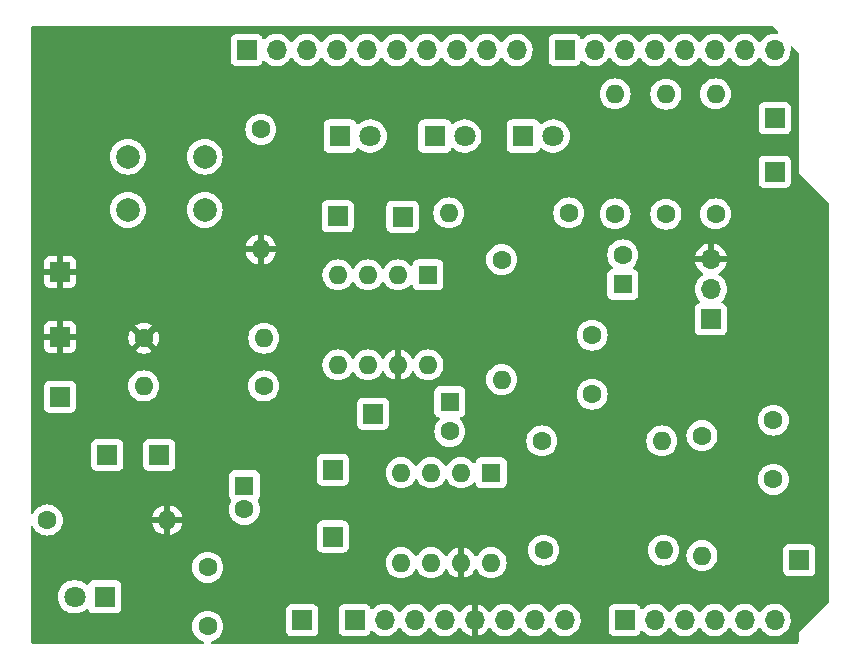
<source format=gbr>
%TF.GenerationSoftware,KiCad,Pcbnew,8.0.1*%
%TF.CreationDate,2024-05-26T13:05:02+02:00*%
%TF.ProjectId,24Ghz_RADAR,32344768-7a5f-4524-9144-41522e6b6963,2.0*%
%TF.SameCoordinates,Original*%
%TF.FileFunction,Copper,L3,Inr*%
%TF.FilePolarity,Positive*%
%FSLAX46Y46*%
G04 Gerber Fmt 4.6, Leading zero omitted, Abs format (unit mm)*
G04 Created by KiCad (PCBNEW 8.0.1) date 2024-05-26 13:05:02*
%MOMM*%
%LPD*%
G01*
G04 APERTURE LIST*
%TA.AperFunction,ComponentPad*%
%ADD10R,1.700000X1.700000*%
%TD*%
%TA.AperFunction,ComponentPad*%
%ADD11C,1.600000*%
%TD*%
%TA.AperFunction,ComponentPad*%
%ADD12O,1.600000X1.600000*%
%TD*%
%TA.AperFunction,ComponentPad*%
%ADD13C,2.000000*%
%TD*%
%TA.AperFunction,ComponentPad*%
%ADD14R,1.800000X1.800000*%
%TD*%
%TA.AperFunction,ComponentPad*%
%ADD15C,1.800000*%
%TD*%
%TA.AperFunction,ComponentPad*%
%ADD16R,1.600000X1.600000*%
%TD*%
%TA.AperFunction,ComponentPad*%
%ADD17O,1.700000X1.700000*%
%TD*%
G04 APERTURE END LIST*
D10*
%TO.N,Vout*%
%TO.C,J10*%
X165600000Y-92400000D03*
%TD*%
%TO.N,Net-(J8-Pin_1)*%
%TO.C,J8*%
X126100000Y-84750000D03*
%TD*%
D11*
%TO.N,+5V*%
%TO.C,R6*%
X110100000Y-73600000D03*
D12*
%TO.N,/VD_I*%
X120260000Y-73600000D03*
%TD*%
D13*
%TO.N,SW_PUSH*%
%TO.C,SW1*%
X108750000Y-58250000D03*
X115250000Y-58250000D03*
%TO.N,GND*%
X108750000Y-62750000D03*
X115250000Y-62750000D03*
%TD*%
D11*
%TO.N,Net-(J9-Pin_1)*%
%TO.C,R5*%
X143950000Y-91550000D03*
D12*
%TO.N,Vout*%
X154110000Y-91550000D03*
%TD*%
D14*
%TO.N,GND*%
%TO.C,LED2*%
X134725000Y-56500000D03*
D15*
%TO.N,Net-(LED2-A)*%
X137265000Y-56500000D03*
%TD*%
D16*
%TO.N,unconnected-(U2-NC-Pad1)*%
%TO.C,U2*%
X139500000Y-85000000D03*
D12*
%TO.N,Net-(J8-Pin_1)*%
X136960000Y-85000000D03*
%TO.N,/VD_I*%
X134420000Y-85000000D03*
%TO.N,GND*%
X131880000Y-85000000D03*
%TO.N,unconnected-(U2-NC-Pad5)*%
X131880000Y-92620000D03*
%TO.N,Net-(J9-Pin_1)*%
X134420000Y-92620000D03*
%TO.N,+5V*%
X136960000Y-92620000D03*
%TO.N,unconnected-(U2-NC-Pad8)*%
X139500000Y-92620000D03*
%TD*%
D10*
%TO.N,/VD_I*%
%TO.C,J11*%
X111400000Y-83500000D03*
%TD*%
D16*
%TO.N,Net-(J7-Pin_1)*%
%TO.C,C4*%
X136000000Y-79000000D03*
D11*
%TO.N,Net-(C4-Pad2)*%
X136000000Y-81500000D03*
%TD*%
%TO.N,Net-(J8-Pin_1)*%
%TO.C,R4*%
X157350000Y-81850000D03*
D12*
%TO.N,Net-(J9-Pin_1)*%
X157350000Y-92010000D03*
%TD*%
D11*
%TO.N,Net-(LED1-A)*%
%TO.C,R8*%
X158500000Y-63080000D03*
D12*
%TO.N,LED_GREEN*%
X158500000Y-52920000D03*
%TD*%
D10*
%TO.N,GND*%
%TO.C,J17*%
X158100000Y-72000000D03*
D17*
%TO.N,Vin*%
X158100000Y-69460000D03*
%TO.N,+5V*%
X158100000Y-66920000D03*
%TD*%
D10*
%TO.N,GND*%
%TO.C,J19*%
X126500000Y-63300000D03*
%TD*%
D16*
%TO.N,/VD_I*%
%TO.C,C6*%
X118600000Y-86094888D03*
D11*
%TO.N,GND*%
X118600000Y-88094888D03*
%TD*%
D10*
%TO.N,Net-(J6-Pin_1)*%
%TO.C,J6*%
X132000000Y-63320000D03*
%TD*%
D11*
%TO.N,Net-(LED3-A)*%
%TO.C,R10*%
X150000000Y-63080000D03*
D12*
%TO.N,LED_RED*%
X150000000Y-52920000D03*
%TD*%
D10*
%TO.N,+5V*%
%TO.C,J13*%
X103000000Y-73500000D03*
%TD*%
%TO.N,GND*%
%TO.C,J18*%
X163500000Y-55000000D03*
%TD*%
D14*
%TO.N,GND*%
%TO.C,LED3*%
X126725000Y-56500000D03*
D15*
%TO.N,Net-(LED3-A)*%
X129265000Y-56500000D03*
%TD*%
D11*
%TO.N,GND*%
%TO.C,C3*%
X115500000Y-98000000D03*
%TO.N,/VD_I*%
X115500000Y-93000000D03*
%TD*%
D10*
%TO.N,GND*%
%TO.C,J15*%
X103000000Y-78550000D03*
%TD*%
%TO.N,GND*%
%TO.C,J20*%
X107000000Y-83500000D03*
%TD*%
D11*
%TO.N,/VD_I*%
%TO.C,R7*%
X120250000Y-77650000D03*
D12*
%TO.N,GND*%
X110090000Y-77650000D03*
%TD*%
D14*
%TO.N,GND*%
%TO.C,LED4*%
X106775000Y-95500000D03*
D15*
%TO.N,Net-(LED4-A)*%
X104235000Y-95500000D03*
%TD*%
D11*
%TO.N,Net-(J6-Pin_1)*%
%TO.C,R2*%
X140400000Y-66950000D03*
D12*
%TO.N,Net-(J7-Pin_1)*%
X140400000Y-77110000D03*
%TD*%
D11*
%TO.N,SW_PUSH*%
%TO.C,R12*%
X120000000Y-55920000D03*
D12*
%TO.N,+5V*%
X120000000Y-66080000D03*
%TD*%
D10*
%TO.N,Vin*%
%TO.C,J5*%
X163500000Y-59500000D03*
%TD*%
%TO.N,Net-(J7-Pin_1)*%
%TO.C,J7*%
X129500000Y-80000000D03*
%TD*%
D11*
%TO.N,Net-(C1-Pad2)*%
%TO.C,R1*%
X146080000Y-63000000D03*
D12*
%TO.N,Net-(J6-Pin_1)*%
X135920000Y-63000000D03*
%TD*%
D11*
%TO.N,Net-(C4-Pad2)*%
%TO.C,R3*%
X143800000Y-82300000D03*
D12*
%TO.N,Net-(J8-Pin_1)*%
X153960000Y-82300000D03*
%TD*%
D10*
%TO.N,GND*%
%TO.C,J12*%
X123500000Y-97500000D03*
%TD*%
D11*
%TO.N,Net-(LED4-A)*%
%TO.C,R11*%
X101920000Y-89000000D03*
D12*
%TO.N,+5V*%
X112080000Y-89000000D03*
%TD*%
D10*
%TO.N,+5V*%
%TO.C,J14*%
X103000000Y-68000000D03*
%TD*%
D16*
%TO.N,unconnected-(U1-NC-Pad1)*%
%TO.C,U1*%
X134150000Y-68250000D03*
D12*
%TO.N,Net-(J6-Pin_1)*%
X131610000Y-68250000D03*
%TO.N,/VD_I*%
X129070000Y-68250000D03*
%TO.N,GND*%
X126530000Y-68250000D03*
%TO.N,unconnected-(U1-NC-Pad5)*%
X126530000Y-75870000D03*
%TO.N,Net-(J7-Pin_1)*%
X129070000Y-75870000D03*
%TO.N,+5V*%
X131610000Y-75870000D03*
%TO.N,unconnected-(U1-NC-Pad8)*%
X134150000Y-75870000D03*
%TD*%
D14*
%TO.N,GND*%
%TO.C,LED1*%
X142225000Y-56500000D03*
D15*
%TO.N,Net-(LED1-A)*%
X144765000Y-56500000D03*
%TD*%
D10*
%TO.N,Net-(J9-Pin_1)*%
%TO.C,J9*%
X126100000Y-90400000D03*
%TD*%
D11*
%TO.N,Net-(J6-Pin_1)*%
%TO.C,C2*%
X148050000Y-73350000D03*
%TO.N,Net-(J7-Pin_1)*%
X148050000Y-78350000D03*
%TD*%
D16*
%TO.N,Vin*%
%TO.C,C1*%
X150650000Y-69050000D03*
D11*
%TO.N,Net-(C1-Pad2)*%
X150650000Y-66550000D03*
%TD*%
%TO.N,Net-(J8-Pin_1)*%
%TO.C,C5*%
X163400000Y-80550000D03*
%TO.N,Net-(J9-Pin_1)*%
X163400000Y-85550000D03*
%TD*%
%TO.N,Net-(LED2-A)*%
%TO.C,R9*%
X154300000Y-63100000D03*
D12*
%TO.N,LED_ORANGE*%
X154300000Y-52940000D03*
%TD*%
D10*
%TO.N,unconnected-(J1-Pin_1-Pad1)*%
%TO.C,J1*%
X127940000Y-97460000D03*
D17*
%TO.N,unconnected-(J1-Pin_2-Pad2)*%
X130480000Y-97460000D03*
%TO.N,unconnected-(J1-Pin_3-Pad3)*%
X133020000Y-97460000D03*
%TO.N,unconnected-(J1-Pin_4-Pad4)*%
X135560000Y-97460000D03*
%TO.N,+5V*%
X138100000Y-97460000D03*
%TO.N,GND*%
X140640000Y-97460000D03*
X143180000Y-97460000D03*
%TO.N,unconnected-(J1-Pin_8-Pad8)*%
X145720000Y-97460000D03*
%TD*%
D10*
%TO.N,Vout*%
%TO.C,J3*%
X150800000Y-97460000D03*
D17*
%TO.N,unconnected-(J3-Pin_2-Pad2)*%
X153340000Y-97460000D03*
%TO.N,unconnected-(J3-Pin_3-Pad3)*%
X155880000Y-97460000D03*
%TO.N,unconnected-(J3-Pin_4-Pad4)*%
X158420000Y-97460000D03*
%TO.N,unconnected-(J3-Pin_5-Pad5)*%
X160960000Y-97460000D03*
%TO.N,unconnected-(J3-Pin_6-Pad6)*%
X163500000Y-97460000D03*
%TD*%
D10*
%TO.N,unconnected-(J2-Pin_1-Pad1)*%
%TO.C,J2*%
X118796000Y-49200000D03*
D17*
%TO.N,unconnected-(J2-Pin_2-Pad2)*%
X121336000Y-49200000D03*
%TO.N,unconnected-(J2-Pin_3-Pad3)*%
X123876000Y-49200000D03*
%TO.N,GND*%
X126416000Y-49200000D03*
%TO.N,unconnected-(J2-Pin_5-Pad5)*%
X128956000Y-49200000D03*
%TO.N,unconnected-(J2-Pin_6-Pad6)*%
X131496000Y-49200000D03*
%TO.N,unconnected-(J2-Pin_7-Pad7)*%
X134036000Y-49200000D03*
%TO.N,unconnected-(J2-Pin_8-Pad8)*%
X136576000Y-49200000D03*
%TO.N,unconnected-(J2-Pin_9-Pad9)*%
X139116000Y-49200000D03*
%TO.N,unconnected-(J2-Pin_10-Pad10)*%
X141656000Y-49200000D03*
%TD*%
D10*
%TO.N,SW_PUSH*%
%TO.C,J4*%
X145720000Y-49200000D03*
D17*
%TO.N,LED_RED*%
X148260000Y-49200000D03*
%TO.N,LED_ORANGE*%
X150800000Y-49200000D03*
%TO.N,LED_GREEN*%
X153340000Y-49200000D03*
%TO.N,unconnected-(J4-Pin_5-Pad5)*%
X155880000Y-49200000D03*
%TO.N,unconnected-(J4-Pin_6-Pad6)*%
X158420000Y-49200000D03*
%TO.N,unconnected-(J4-Pin_7-Pad7)*%
X160960000Y-49200000D03*
%TO.N,unconnected-(J4-Pin_8-Pad8)*%
X163500000Y-49200000D03*
%TD*%
%TA.AperFunction,Conductor*%
%TO.N,+5V*%
G36*
X163308363Y-47180185D02*
G01*
X163329005Y-47196819D01*
X163772315Y-47640129D01*
X163805800Y-47701452D01*
X163800816Y-47771144D01*
X163758944Y-47827077D01*
X163693480Y-47851494D01*
X163664226Y-47850119D01*
X163612570Y-47841500D01*
X163612569Y-47841500D01*
X163387431Y-47841500D01*
X163165362Y-47878556D01*
X162952430Y-47951656D01*
X162952419Y-47951661D01*
X162754427Y-48058808D01*
X162754422Y-48058812D01*
X162576761Y-48197092D01*
X162576756Y-48197097D01*
X162424284Y-48362723D01*
X162424276Y-48362734D01*
X162333808Y-48501206D01*
X162280662Y-48546562D01*
X162211431Y-48555986D01*
X162148095Y-48526484D01*
X162126192Y-48501206D01*
X162035723Y-48362734D01*
X162035715Y-48362723D01*
X161883243Y-48197097D01*
X161883238Y-48197092D01*
X161705577Y-48058812D01*
X161705572Y-48058808D01*
X161507580Y-47951661D01*
X161507577Y-47951659D01*
X161507574Y-47951658D01*
X161507571Y-47951657D01*
X161507569Y-47951656D01*
X161294637Y-47878556D01*
X161072569Y-47841500D01*
X160847431Y-47841500D01*
X160625362Y-47878556D01*
X160412430Y-47951656D01*
X160412419Y-47951661D01*
X160214427Y-48058808D01*
X160214422Y-48058812D01*
X160036761Y-48197092D01*
X160036756Y-48197097D01*
X159884284Y-48362723D01*
X159884276Y-48362734D01*
X159793808Y-48501206D01*
X159740662Y-48546562D01*
X159671431Y-48555986D01*
X159608095Y-48526484D01*
X159586192Y-48501206D01*
X159495723Y-48362734D01*
X159495715Y-48362723D01*
X159343243Y-48197097D01*
X159343238Y-48197092D01*
X159165577Y-48058812D01*
X159165572Y-48058808D01*
X158967580Y-47951661D01*
X158967577Y-47951659D01*
X158967574Y-47951658D01*
X158967571Y-47951657D01*
X158967569Y-47951656D01*
X158754637Y-47878556D01*
X158532569Y-47841500D01*
X158307431Y-47841500D01*
X158085362Y-47878556D01*
X157872430Y-47951656D01*
X157872419Y-47951661D01*
X157674427Y-48058808D01*
X157674422Y-48058812D01*
X157496761Y-48197092D01*
X157496756Y-48197097D01*
X157344284Y-48362723D01*
X157344276Y-48362734D01*
X157253808Y-48501206D01*
X157200662Y-48546562D01*
X157131431Y-48555986D01*
X157068095Y-48526484D01*
X157046192Y-48501206D01*
X156955723Y-48362734D01*
X156955715Y-48362723D01*
X156803243Y-48197097D01*
X156803238Y-48197092D01*
X156625577Y-48058812D01*
X156625572Y-48058808D01*
X156427580Y-47951661D01*
X156427577Y-47951659D01*
X156427574Y-47951658D01*
X156427571Y-47951657D01*
X156427569Y-47951656D01*
X156214637Y-47878556D01*
X155992569Y-47841500D01*
X155767431Y-47841500D01*
X155545362Y-47878556D01*
X155332430Y-47951656D01*
X155332419Y-47951661D01*
X155134427Y-48058808D01*
X155134422Y-48058812D01*
X154956761Y-48197092D01*
X154956756Y-48197097D01*
X154804284Y-48362723D01*
X154804276Y-48362734D01*
X154713808Y-48501206D01*
X154660662Y-48546562D01*
X154591431Y-48555986D01*
X154528095Y-48526484D01*
X154506192Y-48501206D01*
X154415723Y-48362734D01*
X154415715Y-48362723D01*
X154263243Y-48197097D01*
X154263238Y-48197092D01*
X154085577Y-48058812D01*
X154085572Y-48058808D01*
X153887580Y-47951661D01*
X153887577Y-47951659D01*
X153887574Y-47951658D01*
X153887571Y-47951657D01*
X153887569Y-47951656D01*
X153674637Y-47878556D01*
X153452569Y-47841500D01*
X153227431Y-47841500D01*
X153005362Y-47878556D01*
X152792430Y-47951656D01*
X152792419Y-47951661D01*
X152594427Y-48058808D01*
X152594422Y-48058812D01*
X152416761Y-48197092D01*
X152416756Y-48197097D01*
X152264284Y-48362723D01*
X152264276Y-48362734D01*
X152173808Y-48501206D01*
X152120662Y-48546562D01*
X152051431Y-48555986D01*
X151988095Y-48526484D01*
X151966192Y-48501206D01*
X151875723Y-48362734D01*
X151875715Y-48362723D01*
X151723243Y-48197097D01*
X151723238Y-48197092D01*
X151545577Y-48058812D01*
X151545572Y-48058808D01*
X151347580Y-47951661D01*
X151347577Y-47951659D01*
X151347574Y-47951658D01*
X151347571Y-47951657D01*
X151347569Y-47951656D01*
X151134637Y-47878556D01*
X150912569Y-47841500D01*
X150687431Y-47841500D01*
X150465362Y-47878556D01*
X150252430Y-47951656D01*
X150252419Y-47951661D01*
X150054427Y-48058808D01*
X150054422Y-48058812D01*
X149876761Y-48197092D01*
X149876756Y-48197097D01*
X149724284Y-48362723D01*
X149724276Y-48362734D01*
X149633808Y-48501206D01*
X149580662Y-48546562D01*
X149511431Y-48555986D01*
X149448095Y-48526484D01*
X149426192Y-48501206D01*
X149335723Y-48362734D01*
X149335715Y-48362723D01*
X149183243Y-48197097D01*
X149183238Y-48197092D01*
X149005577Y-48058812D01*
X149005572Y-48058808D01*
X148807580Y-47951661D01*
X148807577Y-47951659D01*
X148807574Y-47951658D01*
X148807571Y-47951657D01*
X148807569Y-47951656D01*
X148594637Y-47878556D01*
X148372569Y-47841500D01*
X148147431Y-47841500D01*
X147925362Y-47878556D01*
X147712430Y-47951656D01*
X147712419Y-47951661D01*
X147514427Y-48058808D01*
X147514422Y-48058812D01*
X147336761Y-48197092D01*
X147273548Y-48265760D01*
X147213661Y-48301750D01*
X147143823Y-48299649D01*
X147086207Y-48260124D01*
X147066138Y-48225110D01*
X147020889Y-48103796D01*
X146987214Y-48058812D01*
X146933261Y-47986739D01*
X146816204Y-47899111D01*
X146679203Y-47848011D01*
X146618654Y-47841500D01*
X146618638Y-47841500D01*
X144821362Y-47841500D01*
X144821345Y-47841500D01*
X144760797Y-47848011D01*
X144760795Y-47848011D01*
X144623795Y-47899111D01*
X144506739Y-47986739D01*
X144419111Y-48103795D01*
X144368011Y-48240795D01*
X144368011Y-48240797D01*
X144361500Y-48301345D01*
X144361500Y-50098654D01*
X144368011Y-50159202D01*
X144368011Y-50159204D01*
X144419111Y-50296204D01*
X144506739Y-50413261D01*
X144623796Y-50500889D01*
X144760799Y-50551989D01*
X144788050Y-50554918D01*
X144821345Y-50558499D01*
X144821362Y-50558500D01*
X146618638Y-50558500D01*
X146618654Y-50558499D01*
X146645692Y-50555591D01*
X146679201Y-50551989D01*
X146816204Y-50500889D01*
X146933261Y-50413261D01*
X147020889Y-50296204D01*
X147066138Y-50174887D01*
X147108009Y-50118956D01*
X147173474Y-50094539D01*
X147241746Y-50109391D01*
X147273545Y-50134236D01*
X147336760Y-50202906D01*
X147514424Y-50341189D01*
X147514425Y-50341189D01*
X147514427Y-50341191D01*
X147641135Y-50409761D01*
X147712426Y-50448342D01*
X147925365Y-50521444D01*
X148147431Y-50558500D01*
X148372569Y-50558500D01*
X148594635Y-50521444D01*
X148807574Y-50448342D01*
X149005576Y-50341189D01*
X149183240Y-50202906D01*
X149335722Y-50037268D01*
X149426193Y-49898790D01*
X149479338Y-49853437D01*
X149548569Y-49844013D01*
X149611905Y-49873515D01*
X149633804Y-49898787D01*
X149724278Y-50037268D01*
X149724283Y-50037273D01*
X149724284Y-50037276D01*
X149850968Y-50174889D01*
X149876760Y-50202906D01*
X150054424Y-50341189D01*
X150054425Y-50341189D01*
X150054427Y-50341191D01*
X150181135Y-50409761D01*
X150252426Y-50448342D01*
X150465365Y-50521444D01*
X150687431Y-50558500D01*
X150912569Y-50558500D01*
X151134635Y-50521444D01*
X151347574Y-50448342D01*
X151545576Y-50341189D01*
X151723240Y-50202906D01*
X151875722Y-50037268D01*
X151966193Y-49898790D01*
X152019338Y-49853437D01*
X152088569Y-49844013D01*
X152151905Y-49873515D01*
X152173804Y-49898787D01*
X152264278Y-50037268D01*
X152264283Y-50037273D01*
X152264284Y-50037276D01*
X152390968Y-50174889D01*
X152416760Y-50202906D01*
X152594424Y-50341189D01*
X152594425Y-50341189D01*
X152594427Y-50341191D01*
X152721135Y-50409761D01*
X152792426Y-50448342D01*
X153005365Y-50521444D01*
X153227431Y-50558500D01*
X153452569Y-50558500D01*
X153674635Y-50521444D01*
X153887574Y-50448342D01*
X154085576Y-50341189D01*
X154263240Y-50202906D01*
X154415722Y-50037268D01*
X154506193Y-49898790D01*
X154559338Y-49853437D01*
X154628569Y-49844013D01*
X154691905Y-49873515D01*
X154713804Y-49898787D01*
X154804278Y-50037268D01*
X154804283Y-50037273D01*
X154804284Y-50037276D01*
X154930968Y-50174889D01*
X154956760Y-50202906D01*
X155134424Y-50341189D01*
X155134425Y-50341189D01*
X155134427Y-50341191D01*
X155261135Y-50409761D01*
X155332426Y-50448342D01*
X155545365Y-50521444D01*
X155767431Y-50558500D01*
X155992569Y-50558500D01*
X156214635Y-50521444D01*
X156427574Y-50448342D01*
X156625576Y-50341189D01*
X156803240Y-50202906D01*
X156955722Y-50037268D01*
X157046193Y-49898790D01*
X157099338Y-49853437D01*
X157168569Y-49844013D01*
X157231905Y-49873515D01*
X157253804Y-49898787D01*
X157344278Y-50037268D01*
X157344283Y-50037273D01*
X157344284Y-50037276D01*
X157470968Y-50174889D01*
X157496760Y-50202906D01*
X157674424Y-50341189D01*
X157674425Y-50341189D01*
X157674427Y-50341191D01*
X157801135Y-50409761D01*
X157872426Y-50448342D01*
X158085365Y-50521444D01*
X158307431Y-50558500D01*
X158532569Y-50558500D01*
X158754635Y-50521444D01*
X158967574Y-50448342D01*
X159165576Y-50341189D01*
X159343240Y-50202906D01*
X159495722Y-50037268D01*
X159586193Y-49898790D01*
X159639338Y-49853437D01*
X159708569Y-49844013D01*
X159771905Y-49873515D01*
X159793804Y-49898787D01*
X159884278Y-50037268D01*
X159884283Y-50037273D01*
X159884284Y-50037276D01*
X160010968Y-50174889D01*
X160036760Y-50202906D01*
X160214424Y-50341189D01*
X160214425Y-50341189D01*
X160214427Y-50341191D01*
X160341135Y-50409761D01*
X160412426Y-50448342D01*
X160625365Y-50521444D01*
X160847431Y-50558500D01*
X161072569Y-50558500D01*
X161294635Y-50521444D01*
X161507574Y-50448342D01*
X161705576Y-50341189D01*
X161883240Y-50202906D01*
X162035722Y-50037268D01*
X162126193Y-49898790D01*
X162179338Y-49853437D01*
X162248569Y-49844013D01*
X162311905Y-49873515D01*
X162333804Y-49898787D01*
X162424278Y-50037268D01*
X162424283Y-50037273D01*
X162424284Y-50037276D01*
X162550968Y-50174889D01*
X162576760Y-50202906D01*
X162754424Y-50341189D01*
X162754425Y-50341189D01*
X162754427Y-50341191D01*
X162881135Y-50409761D01*
X162952426Y-50448342D01*
X163165365Y-50521444D01*
X163387431Y-50558500D01*
X163612569Y-50558500D01*
X163834635Y-50521444D01*
X164047574Y-50448342D01*
X164245576Y-50341189D01*
X164423240Y-50202906D01*
X164575722Y-50037268D01*
X164698860Y-49848791D01*
X164789296Y-49642616D01*
X164844564Y-49424368D01*
X164863156Y-49200000D01*
X164848713Y-49025704D01*
X164862793Y-48957269D01*
X164911638Y-48907310D01*
X164979739Y-48891689D01*
X165045475Y-48915366D01*
X165059970Y-48927784D01*
X165503181Y-49370995D01*
X165536666Y-49432318D01*
X165539500Y-49458676D01*
X165539500Y-59425891D01*
X165573608Y-59553187D01*
X165599620Y-59598240D01*
X165639500Y-59667314D01*
X165639502Y-59667316D01*
X168043181Y-62070995D01*
X168076666Y-62132318D01*
X168079500Y-62158676D01*
X168079500Y-95931324D01*
X168059815Y-95998363D01*
X168043181Y-96019005D01*
X165639502Y-98422683D01*
X165639500Y-98422686D01*
X165573608Y-98536812D01*
X165539500Y-98664108D01*
X165539500Y-99228242D01*
X165537973Y-99247641D01*
X165529773Y-99299411D01*
X165517785Y-99336307D01*
X165498474Y-99374207D01*
X165475670Y-99405593D01*
X165445593Y-99435670D01*
X165414207Y-99458474D01*
X165376307Y-99477785D01*
X165339411Y-99489773D01*
X165309068Y-99494579D01*
X165287639Y-99497973D01*
X165268243Y-99499500D01*
X115901318Y-99499500D01*
X115834279Y-99479815D01*
X115788524Y-99427011D01*
X115778580Y-99357853D01*
X115807605Y-99294297D01*
X115866383Y-99256523D01*
X115869225Y-99255725D01*
X115899402Y-99247639D01*
X115949243Y-99234284D01*
X116156749Y-99137523D01*
X116344300Y-99006198D01*
X116506198Y-98844300D01*
X116637523Y-98656749D01*
X116734284Y-98449243D01*
X116747839Y-98398654D01*
X122141500Y-98398654D01*
X122148011Y-98459202D01*
X122148011Y-98459204D01*
X122184192Y-98556206D01*
X122199111Y-98596204D01*
X122286739Y-98713261D01*
X122403796Y-98800889D01*
X122540799Y-98851989D01*
X122568050Y-98854918D01*
X122601345Y-98858499D01*
X122601362Y-98858500D01*
X124398638Y-98858500D01*
X124398654Y-98858499D01*
X124425692Y-98855591D01*
X124459201Y-98851989D01*
X124596204Y-98800889D01*
X124713261Y-98713261D01*
X124800889Y-98596204D01*
X124851989Y-98459201D01*
X124856289Y-98419201D01*
X124858499Y-98398654D01*
X124858500Y-98398637D01*
X124858500Y-98358654D01*
X126581500Y-98358654D01*
X126588011Y-98419202D01*
X126588011Y-98419204D01*
X126631878Y-98536812D01*
X126639111Y-98556204D01*
X126726739Y-98673261D01*
X126843796Y-98760889D01*
X126980799Y-98811989D01*
X127008050Y-98814918D01*
X127041345Y-98818499D01*
X127041362Y-98818500D01*
X128838638Y-98818500D01*
X128838654Y-98818499D01*
X128865692Y-98815591D01*
X128899201Y-98811989D01*
X129036204Y-98760889D01*
X129153261Y-98673261D01*
X129240889Y-98556204D01*
X129286138Y-98434887D01*
X129328009Y-98378956D01*
X129393474Y-98354539D01*
X129461746Y-98369391D01*
X129493545Y-98394236D01*
X129556760Y-98462906D01*
X129734424Y-98601189D01*
X129734425Y-98601189D01*
X129734427Y-98601191D01*
X129837090Y-98656749D01*
X129932426Y-98708342D01*
X130145365Y-98781444D01*
X130367431Y-98818500D01*
X130592569Y-98818500D01*
X130814635Y-98781444D01*
X131027574Y-98708342D01*
X131225576Y-98601189D01*
X131403240Y-98462906D01*
X131524594Y-98331082D01*
X131555715Y-98297276D01*
X131555715Y-98297275D01*
X131555722Y-98297268D01*
X131646193Y-98158790D01*
X131699338Y-98113437D01*
X131768569Y-98104013D01*
X131831905Y-98133515D01*
X131853804Y-98158787D01*
X131944278Y-98297268D01*
X131944283Y-98297273D01*
X131944284Y-98297276D01*
X132093349Y-98459201D01*
X132096760Y-98462906D01*
X132274424Y-98601189D01*
X132274425Y-98601189D01*
X132274427Y-98601191D01*
X132377090Y-98656749D01*
X132472426Y-98708342D01*
X132685365Y-98781444D01*
X132907431Y-98818500D01*
X133132569Y-98818500D01*
X133354635Y-98781444D01*
X133567574Y-98708342D01*
X133765576Y-98601189D01*
X133943240Y-98462906D01*
X134064594Y-98331082D01*
X134095715Y-98297276D01*
X134095715Y-98297275D01*
X134095722Y-98297268D01*
X134186193Y-98158790D01*
X134239338Y-98113437D01*
X134308569Y-98104013D01*
X134371905Y-98133515D01*
X134393804Y-98158787D01*
X134484278Y-98297268D01*
X134484283Y-98297273D01*
X134484284Y-98297276D01*
X134633349Y-98459201D01*
X134636760Y-98462906D01*
X134814424Y-98601189D01*
X134814425Y-98601189D01*
X134814427Y-98601191D01*
X134917090Y-98656749D01*
X135012426Y-98708342D01*
X135225365Y-98781444D01*
X135447431Y-98818500D01*
X135672569Y-98818500D01*
X135894635Y-98781444D01*
X136107574Y-98708342D01*
X136305576Y-98601189D01*
X136483240Y-98462906D01*
X136604594Y-98331082D01*
X136635715Y-98297276D01*
X136635715Y-98297275D01*
X136635722Y-98297268D01*
X136729749Y-98153347D01*
X136782894Y-98107994D01*
X136852125Y-98098570D01*
X136915461Y-98128072D01*
X136935130Y-98150048D01*
X137061890Y-98331078D01*
X137228917Y-98498105D01*
X137422421Y-98633600D01*
X137636507Y-98733429D01*
X137636516Y-98733433D01*
X137850000Y-98790634D01*
X137850000Y-97893012D01*
X137907007Y-97925925D01*
X138034174Y-97960000D01*
X138165826Y-97960000D01*
X138292993Y-97925925D01*
X138350000Y-97893012D01*
X138350000Y-98790633D01*
X138563483Y-98733433D01*
X138563492Y-98733429D01*
X138777578Y-98633600D01*
X138971082Y-98498105D01*
X139138105Y-98331082D01*
X139264868Y-98150048D01*
X139319445Y-98106423D01*
X139388944Y-98099231D01*
X139451298Y-98130753D01*
X139470251Y-98153350D01*
X139564276Y-98297265D01*
X139564284Y-98297276D01*
X139713349Y-98459201D01*
X139716760Y-98462906D01*
X139894424Y-98601189D01*
X139894425Y-98601189D01*
X139894427Y-98601191D01*
X139997090Y-98656749D01*
X140092426Y-98708342D01*
X140305365Y-98781444D01*
X140527431Y-98818500D01*
X140752569Y-98818500D01*
X140974635Y-98781444D01*
X141187574Y-98708342D01*
X141385576Y-98601189D01*
X141563240Y-98462906D01*
X141684594Y-98331082D01*
X141715715Y-98297276D01*
X141715715Y-98297275D01*
X141715722Y-98297268D01*
X141806193Y-98158790D01*
X141859338Y-98113437D01*
X141928569Y-98104013D01*
X141991905Y-98133515D01*
X142013804Y-98158787D01*
X142104278Y-98297268D01*
X142104283Y-98297273D01*
X142104284Y-98297276D01*
X142253349Y-98459201D01*
X142256760Y-98462906D01*
X142434424Y-98601189D01*
X142434425Y-98601189D01*
X142434427Y-98601191D01*
X142537090Y-98656749D01*
X142632426Y-98708342D01*
X142845365Y-98781444D01*
X143067431Y-98818500D01*
X143292569Y-98818500D01*
X143514635Y-98781444D01*
X143727574Y-98708342D01*
X143925576Y-98601189D01*
X144103240Y-98462906D01*
X144224594Y-98331082D01*
X144255715Y-98297276D01*
X144255715Y-98297275D01*
X144255722Y-98297268D01*
X144346193Y-98158790D01*
X144399338Y-98113437D01*
X144468569Y-98104013D01*
X144531905Y-98133515D01*
X144553804Y-98158787D01*
X144644278Y-98297268D01*
X144644283Y-98297273D01*
X144644284Y-98297276D01*
X144793349Y-98459201D01*
X144796760Y-98462906D01*
X144974424Y-98601189D01*
X144974425Y-98601189D01*
X144974427Y-98601191D01*
X145077090Y-98656749D01*
X145172426Y-98708342D01*
X145385365Y-98781444D01*
X145607431Y-98818500D01*
X145832569Y-98818500D01*
X146054635Y-98781444D01*
X146267574Y-98708342D01*
X146465576Y-98601189D01*
X146643240Y-98462906D01*
X146739212Y-98358654D01*
X149441500Y-98358654D01*
X149448011Y-98419202D01*
X149448011Y-98419204D01*
X149491878Y-98536812D01*
X149499111Y-98556204D01*
X149586739Y-98673261D01*
X149703796Y-98760889D01*
X149840799Y-98811989D01*
X149868050Y-98814918D01*
X149901345Y-98818499D01*
X149901362Y-98818500D01*
X151698638Y-98818500D01*
X151698654Y-98818499D01*
X151725692Y-98815591D01*
X151759201Y-98811989D01*
X151896204Y-98760889D01*
X152013261Y-98673261D01*
X152100889Y-98556204D01*
X152146138Y-98434887D01*
X152188009Y-98378956D01*
X152253474Y-98354539D01*
X152321746Y-98369391D01*
X152353545Y-98394236D01*
X152416760Y-98462906D01*
X152594424Y-98601189D01*
X152594425Y-98601189D01*
X152594427Y-98601191D01*
X152697090Y-98656749D01*
X152792426Y-98708342D01*
X153005365Y-98781444D01*
X153227431Y-98818500D01*
X153452569Y-98818500D01*
X153674635Y-98781444D01*
X153887574Y-98708342D01*
X154085576Y-98601189D01*
X154263240Y-98462906D01*
X154384594Y-98331082D01*
X154415715Y-98297276D01*
X154415715Y-98297275D01*
X154415722Y-98297268D01*
X154506193Y-98158790D01*
X154559338Y-98113437D01*
X154628569Y-98104013D01*
X154691905Y-98133515D01*
X154713804Y-98158787D01*
X154804278Y-98297268D01*
X154804283Y-98297273D01*
X154804284Y-98297276D01*
X154953349Y-98459201D01*
X154956760Y-98462906D01*
X155134424Y-98601189D01*
X155134425Y-98601189D01*
X155134427Y-98601191D01*
X155237090Y-98656749D01*
X155332426Y-98708342D01*
X155545365Y-98781444D01*
X155767431Y-98818500D01*
X155992569Y-98818500D01*
X156214635Y-98781444D01*
X156427574Y-98708342D01*
X156625576Y-98601189D01*
X156803240Y-98462906D01*
X156924594Y-98331082D01*
X156955715Y-98297276D01*
X156955715Y-98297275D01*
X156955722Y-98297268D01*
X157046193Y-98158790D01*
X157099338Y-98113437D01*
X157168569Y-98104013D01*
X157231905Y-98133515D01*
X157253804Y-98158787D01*
X157344278Y-98297268D01*
X157344283Y-98297273D01*
X157344284Y-98297276D01*
X157493349Y-98459201D01*
X157496760Y-98462906D01*
X157674424Y-98601189D01*
X157674425Y-98601189D01*
X157674427Y-98601191D01*
X157777090Y-98656749D01*
X157872426Y-98708342D01*
X158085365Y-98781444D01*
X158307431Y-98818500D01*
X158532569Y-98818500D01*
X158754635Y-98781444D01*
X158967574Y-98708342D01*
X159165576Y-98601189D01*
X159343240Y-98462906D01*
X159464594Y-98331082D01*
X159495715Y-98297276D01*
X159495715Y-98297275D01*
X159495722Y-98297268D01*
X159586193Y-98158790D01*
X159639338Y-98113437D01*
X159708569Y-98104013D01*
X159771905Y-98133515D01*
X159793804Y-98158787D01*
X159884278Y-98297268D01*
X159884283Y-98297273D01*
X159884284Y-98297276D01*
X160033349Y-98459201D01*
X160036760Y-98462906D01*
X160214424Y-98601189D01*
X160214425Y-98601189D01*
X160214427Y-98601191D01*
X160317090Y-98656749D01*
X160412426Y-98708342D01*
X160625365Y-98781444D01*
X160847431Y-98818500D01*
X161072569Y-98818500D01*
X161294635Y-98781444D01*
X161507574Y-98708342D01*
X161705576Y-98601189D01*
X161883240Y-98462906D01*
X162004594Y-98331082D01*
X162035715Y-98297276D01*
X162035715Y-98297275D01*
X162035722Y-98297268D01*
X162126193Y-98158790D01*
X162179338Y-98113437D01*
X162248569Y-98104013D01*
X162311905Y-98133515D01*
X162333804Y-98158787D01*
X162424278Y-98297268D01*
X162424283Y-98297273D01*
X162424284Y-98297276D01*
X162573349Y-98459201D01*
X162576760Y-98462906D01*
X162754424Y-98601189D01*
X162754425Y-98601189D01*
X162754427Y-98601191D01*
X162857090Y-98656749D01*
X162952426Y-98708342D01*
X163165365Y-98781444D01*
X163387431Y-98818500D01*
X163612569Y-98818500D01*
X163834635Y-98781444D01*
X164047574Y-98708342D01*
X164245576Y-98601189D01*
X164423240Y-98462906D01*
X164544594Y-98331082D01*
X164575715Y-98297276D01*
X164575717Y-98297273D01*
X164575722Y-98297268D01*
X164698860Y-98108791D01*
X164789296Y-97902616D01*
X164844564Y-97684368D01*
X164847164Y-97652993D01*
X164863156Y-97460005D01*
X164863156Y-97459994D01*
X164844565Y-97235640D01*
X164844563Y-97235628D01*
X164789296Y-97017385D01*
X164779071Y-96994075D01*
X164698860Y-96811209D01*
X164687804Y-96794287D01*
X164615221Y-96683190D01*
X164575722Y-96622732D01*
X164575719Y-96622729D01*
X164575715Y-96622723D01*
X164423243Y-96457097D01*
X164423238Y-96457092D01*
X164245577Y-96318812D01*
X164245572Y-96318808D01*
X164047580Y-96211661D01*
X164047577Y-96211659D01*
X164047574Y-96211658D01*
X164047571Y-96211657D01*
X164047569Y-96211656D01*
X163834637Y-96138556D01*
X163612569Y-96101500D01*
X163387431Y-96101500D01*
X163165362Y-96138556D01*
X162952430Y-96211656D01*
X162952419Y-96211661D01*
X162754427Y-96318808D01*
X162754422Y-96318812D01*
X162576761Y-96457092D01*
X162576756Y-96457097D01*
X162424284Y-96622723D01*
X162424276Y-96622734D01*
X162333808Y-96761206D01*
X162280662Y-96806562D01*
X162211431Y-96815986D01*
X162148095Y-96786484D01*
X162126192Y-96761206D01*
X162068286Y-96672576D01*
X162035722Y-96622732D01*
X162035719Y-96622729D01*
X162035715Y-96622723D01*
X161883243Y-96457097D01*
X161883238Y-96457092D01*
X161705577Y-96318812D01*
X161705572Y-96318808D01*
X161507580Y-96211661D01*
X161507577Y-96211659D01*
X161507574Y-96211658D01*
X161507571Y-96211657D01*
X161507569Y-96211656D01*
X161294637Y-96138556D01*
X161072569Y-96101500D01*
X160847431Y-96101500D01*
X160625362Y-96138556D01*
X160412430Y-96211656D01*
X160412419Y-96211661D01*
X160214427Y-96318808D01*
X160214422Y-96318812D01*
X160036761Y-96457092D01*
X160036756Y-96457097D01*
X159884284Y-96622723D01*
X159884276Y-96622734D01*
X159793808Y-96761206D01*
X159740662Y-96806562D01*
X159671431Y-96815986D01*
X159608095Y-96786484D01*
X159586192Y-96761206D01*
X159528286Y-96672576D01*
X159495722Y-96622732D01*
X159495719Y-96622729D01*
X159495715Y-96622723D01*
X159343243Y-96457097D01*
X159343238Y-96457092D01*
X159165577Y-96318812D01*
X159165572Y-96318808D01*
X158967580Y-96211661D01*
X158967577Y-96211659D01*
X158967574Y-96211658D01*
X158967571Y-96211657D01*
X158967569Y-96211656D01*
X158754637Y-96138556D01*
X158532569Y-96101500D01*
X158307431Y-96101500D01*
X158085362Y-96138556D01*
X157872430Y-96211656D01*
X157872419Y-96211661D01*
X157674427Y-96318808D01*
X157674422Y-96318812D01*
X157496761Y-96457092D01*
X157496756Y-96457097D01*
X157344284Y-96622723D01*
X157344276Y-96622734D01*
X157253808Y-96761206D01*
X157200662Y-96806562D01*
X157131431Y-96815986D01*
X157068095Y-96786484D01*
X157046192Y-96761206D01*
X156988286Y-96672576D01*
X156955722Y-96622732D01*
X156955719Y-96622729D01*
X156955715Y-96622723D01*
X156803243Y-96457097D01*
X156803238Y-96457092D01*
X156625577Y-96318812D01*
X156625572Y-96318808D01*
X156427580Y-96211661D01*
X156427577Y-96211659D01*
X156427574Y-96211658D01*
X156427571Y-96211657D01*
X156427569Y-96211656D01*
X156214637Y-96138556D01*
X155992569Y-96101500D01*
X155767431Y-96101500D01*
X155545362Y-96138556D01*
X155332430Y-96211656D01*
X155332419Y-96211661D01*
X155134427Y-96318808D01*
X155134422Y-96318812D01*
X154956761Y-96457092D01*
X154956756Y-96457097D01*
X154804284Y-96622723D01*
X154804276Y-96622734D01*
X154713808Y-96761206D01*
X154660662Y-96806562D01*
X154591431Y-96815986D01*
X154528095Y-96786484D01*
X154506192Y-96761206D01*
X154448286Y-96672576D01*
X154415722Y-96622732D01*
X154415719Y-96622729D01*
X154415715Y-96622723D01*
X154263243Y-96457097D01*
X154263238Y-96457092D01*
X154085577Y-96318812D01*
X154085572Y-96318808D01*
X153887580Y-96211661D01*
X153887577Y-96211659D01*
X153887574Y-96211658D01*
X153887571Y-96211657D01*
X153887569Y-96211656D01*
X153674637Y-96138556D01*
X153452569Y-96101500D01*
X153227431Y-96101500D01*
X153005362Y-96138556D01*
X152792430Y-96211656D01*
X152792419Y-96211661D01*
X152594427Y-96318808D01*
X152594422Y-96318812D01*
X152416761Y-96457092D01*
X152353548Y-96525760D01*
X152293661Y-96561750D01*
X152223823Y-96559649D01*
X152166207Y-96520124D01*
X152146138Y-96485110D01*
X152100889Y-96363796D01*
X152067214Y-96318812D01*
X152013261Y-96246739D01*
X151896204Y-96159111D01*
X151848988Y-96141500D01*
X151759203Y-96108011D01*
X151698654Y-96101500D01*
X151698638Y-96101500D01*
X149901362Y-96101500D01*
X149901345Y-96101500D01*
X149840797Y-96108011D01*
X149840795Y-96108011D01*
X149703795Y-96159111D01*
X149586739Y-96246739D01*
X149499111Y-96363795D01*
X149448011Y-96500795D01*
X149448011Y-96500797D01*
X149441500Y-96561345D01*
X149441500Y-98358654D01*
X146739212Y-98358654D01*
X146764594Y-98331082D01*
X146795715Y-98297276D01*
X146795717Y-98297273D01*
X146795722Y-98297268D01*
X146918860Y-98108791D01*
X147009296Y-97902616D01*
X147064564Y-97684368D01*
X147067164Y-97652993D01*
X147083156Y-97460005D01*
X147083156Y-97459994D01*
X147064565Y-97235640D01*
X147064563Y-97235628D01*
X147009296Y-97017385D01*
X146999071Y-96994075D01*
X146918860Y-96811209D01*
X146907804Y-96794287D01*
X146835221Y-96683190D01*
X146795722Y-96622732D01*
X146795719Y-96622729D01*
X146795715Y-96622723D01*
X146643243Y-96457097D01*
X146643238Y-96457092D01*
X146465577Y-96318812D01*
X146465572Y-96318808D01*
X146267580Y-96211661D01*
X146267577Y-96211659D01*
X146267574Y-96211658D01*
X146267571Y-96211657D01*
X146267569Y-96211656D01*
X146054637Y-96138556D01*
X145832569Y-96101500D01*
X145607431Y-96101500D01*
X145385362Y-96138556D01*
X145172430Y-96211656D01*
X145172419Y-96211661D01*
X144974427Y-96318808D01*
X144974422Y-96318812D01*
X144796761Y-96457092D01*
X144796756Y-96457097D01*
X144644284Y-96622723D01*
X144644276Y-96622734D01*
X144553808Y-96761206D01*
X144500662Y-96806562D01*
X144431431Y-96815986D01*
X144368095Y-96786484D01*
X144346192Y-96761206D01*
X144288286Y-96672576D01*
X144255722Y-96622732D01*
X144255719Y-96622729D01*
X144255715Y-96622723D01*
X144103243Y-96457097D01*
X144103238Y-96457092D01*
X143925577Y-96318812D01*
X143925572Y-96318808D01*
X143727580Y-96211661D01*
X143727577Y-96211659D01*
X143727574Y-96211658D01*
X143727571Y-96211657D01*
X143727569Y-96211656D01*
X143514637Y-96138556D01*
X143292569Y-96101500D01*
X143067431Y-96101500D01*
X142845362Y-96138556D01*
X142632430Y-96211656D01*
X142632419Y-96211661D01*
X142434427Y-96318808D01*
X142434422Y-96318812D01*
X142256761Y-96457092D01*
X142256756Y-96457097D01*
X142104284Y-96622723D01*
X142104276Y-96622734D01*
X142013808Y-96761206D01*
X141960662Y-96806562D01*
X141891431Y-96815986D01*
X141828095Y-96786484D01*
X141806192Y-96761206D01*
X141748286Y-96672576D01*
X141715722Y-96622732D01*
X141715719Y-96622729D01*
X141715715Y-96622723D01*
X141563243Y-96457097D01*
X141563238Y-96457092D01*
X141385577Y-96318812D01*
X141385572Y-96318808D01*
X141187580Y-96211661D01*
X141187577Y-96211659D01*
X141187574Y-96211658D01*
X141187571Y-96211657D01*
X141187569Y-96211656D01*
X140974637Y-96138556D01*
X140752569Y-96101500D01*
X140527431Y-96101500D01*
X140305362Y-96138556D01*
X140092430Y-96211656D01*
X140092419Y-96211661D01*
X139894427Y-96318808D01*
X139894422Y-96318812D01*
X139716761Y-96457092D01*
X139716756Y-96457097D01*
X139564284Y-96622723D01*
X139564276Y-96622734D01*
X139470251Y-96766650D01*
X139417105Y-96812007D01*
X139347873Y-96821430D01*
X139284538Y-96791928D01*
X139264868Y-96769951D01*
X139138113Y-96588926D01*
X139138108Y-96588920D01*
X138971082Y-96421894D01*
X138777578Y-96286399D01*
X138563492Y-96186570D01*
X138563486Y-96186567D01*
X138350000Y-96129364D01*
X138350000Y-97026988D01*
X138292993Y-96994075D01*
X138165826Y-96960000D01*
X138034174Y-96960000D01*
X137907007Y-96994075D01*
X137850000Y-97026988D01*
X137850000Y-96129364D01*
X137849999Y-96129364D01*
X137636513Y-96186567D01*
X137636507Y-96186570D01*
X137422422Y-96286399D01*
X137422420Y-96286400D01*
X137228926Y-96421886D01*
X137228920Y-96421891D01*
X137061891Y-96588920D01*
X137061890Y-96588922D01*
X136935131Y-96769952D01*
X136880554Y-96813577D01*
X136811055Y-96820769D01*
X136748701Y-96789247D01*
X136729752Y-96766656D01*
X136635722Y-96622732D01*
X136635715Y-96622725D01*
X136635715Y-96622723D01*
X136483243Y-96457097D01*
X136483238Y-96457092D01*
X136305577Y-96318812D01*
X136305572Y-96318808D01*
X136107580Y-96211661D01*
X136107577Y-96211659D01*
X136107574Y-96211658D01*
X136107571Y-96211657D01*
X136107569Y-96211656D01*
X135894637Y-96138556D01*
X135672569Y-96101500D01*
X135447431Y-96101500D01*
X135225362Y-96138556D01*
X135012430Y-96211656D01*
X135012419Y-96211661D01*
X134814427Y-96318808D01*
X134814422Y-96318812D01*
X134636761Y-96457092D01*
X134636756Y-96457097D01*
X134484284Y-96622723D01*
X134484276Y-96622734D01*
X134393808Y-96761206D01*
X134340662Y-96806562D01*
X134271431Y-96815986D01*
X134208095Y-96786484D01*
X134186192Y-96761206D01*
X134128286Y-96672576D01*
X134095722Y-96622732D01*
X134095719Y-96622729D01*
X134095715Y-96622723D01*
X133943243Y-96457097D01*
X133943238Y-96457092D01*
X133765577Y-96318812D01*
X133765572Y-96318808D01*
X133567580Y-96211661D01*
X133567577Y-96211659D01*
X133567574Y-96211658D01*
X133567571Y-96211657D01*
X133567569Y-96211656D01*
X133354637Y-96138556D01*
X133132569Y-96101500D01*
X132907431Y-96101500D01*
X132685362Y-96138556D01*
X132472430Y-96211656D01*
X132472419Y-96211661D01*
X132274427Y-96318808D01*
X132274422Y-96318812D01*
X132096761Y-96457092D01*
X132096756Y-96457097D01*
X131944284Y-96622723D01*
X131944276Y-96622734D01*
X131853808Y-96761206D01*
X131800662Y-96806562D01*
X131731431Y-96815986D01*
X131668095Y-96786484D01*
X131646192Y-96761206D01*
X131588286Y-96672576D01*
X131555722Y-96622732D01*
X131555719Y-96622729D01*
X131555715Y-96622723D01*
X131403243Y-96457097D01*
X131403238Y-96457092D01*
X131225577Y-96318812D01*
X131225572Y-96318808D01*
X131027580Y-96211661D01*
X131027577Y-96211659D01*
X131027574Y-96211658D01*
X131027571Y-96211657D01*
X131027569Y-96211656D01*
X130814637Y-96138556D01*
X130592569Y-96101500D01*
X130367431Y-96101500D01*
X130145362Y-96138556D01*
X129932430Y-96211656D01*
X129932419Y-96211661D01*
X129734427Y-96318808D01*
X129734422Y-96318812D01*
X129556761Y-96457092D01*
X129493548Y-96525760D01*
X129433661Y-96561750D01*
X129363823Y-96559649D01*
X129306207Y-96520124D01*
X129286138Y-96485110D01*
X129240889Y-96363796D01*
X129207214Y-96318812D01*
X129153261Y-96246739D01*
X129036204Y-96159111D01*
X128988988Y-96141500D01*
X128899203Y-96108011D01*
X128838654Y-96101500D01*
X128838638Y-96101500D01*
X127041362Y-96101500D01*
X127041345Y-96101500D01*
X126980797Y-96108011D01*
X126980795Y-96108011D01*
X126843795Y-96159111D01*
X126726739Y-96246739D01*
X126639111Y-96363795D01*
X126588011Y-96500795D01*
X126588011Y-96500797D01*
X126581500Y-96561345D01*
X126581500Y-98358654D01*
X124858500Y-98358654D01*
X124858500Y-96601362D01*
X124858499Y-96601345D01*
X124854241Y-96561750D01*
X124851989Y-96540799D01*
X124851623Y-96539818D01*
X124820768Y-96457094D01*
X124800889Y-96403796D01*
X124713261Y-96286739D01*
X124596204Y-96199111D01*
X124562573Y-96186567D01*
X124459203Y-96148011D01*
X124398654Y-96141500D01*
X124398638Y-96141500D01*
X122601362Y-96141500D01*
X122601345Y-96141500D01*
X122540797Y-96148011D01*
X122540795Y-96148011D01*
X122403795Y-96199111D01*
X122286739Y-96286739D01*
X122199111Y-96403795D01*
X122148011Y-96540795D01*
X122148011Y-96540797D01*
X122141500Y-96601345D01*
X122141500Y-98398654D01*
X116747839Y-98398654D01*
X116793543Y-98228087D01*
X116813498Y-98000000D01*
X116809998Y-97960000D01*
X116793543Y-97771918D01*
X116793543Y-97771913D01*
X116734284Y-97550757D01*
X116637523Y-97343251D01*
X116506198Y-97155700D01*
X116344300Y-96993802D01*
X116156749Y-96862477D01*
X116156745Y-96862475D01*
X115949249Y-96765718D01*
X115949238Y-96765714D01*
X115728089Y-96706457D01*
X115728081Y-96706456D01*
X115500002Y-96686502D01*
X115499998Y-96686502D01*
X115271918Y-96706456D01*
X115271910Y-96706457D01*
X115050761Y-96765714D01*
X115050750Y-96765718D01*
X114843254Y-96862475D01*
X114843252Y-96862476D01*
X114786824Y-96901988D01*
X114655700Y-96993802D01*
X114655698Y-96993803D01*
X114655695Y-96993806D01*
X114493806Y-97155695D01*
X114362476Y-97343252D01*
X114362475Y-97343254D01*
X114265718Y-97550750D01*
X114265714Y-97550761D01*
X114206457Y-97771910D01*
X114206456Y-97771918D01*
X114186502Y-97999998D01*
X114186502Y-98000001D01*
X114206456Y-98228081D01*
X114206457Y-98228089D01*
X114265714Y-98449238D01*
X114265718Y-98449249D01*
X114362475Y-98656745D01*
X114362477Y-98656749D01*
X114493802Y-98844300D01*
X114655700Y-99006198D01*
X114843251Y-99137523D01*
X114968091Y-99195736D01*
X115050750Y-99234281D01*
X115050752Y-99234281D01*
X115050757Y-99234284D01*
X115050762Y-99234285D01*
X115050764Y-99234286D01*
X115130775Y-99255725D01*
X115190436Y-99292090D01*
X115220965Y-99354937D01*
X115212670Y-99424312D01*
X115168185Y-99478190D01*
X115101633Y-99499465D01*
X115098682Y-99499500D01*
X100771757Y-99499500D01*
X100752360Y-99497973D01*
X100718098Y-99492546D01*
X100700588Y-99489773D01*
X100663695Y-99477786D01*
X100625790Y-99458472D01*
X100594406Y-99435670D01*
X100564329Y-99405593D01*
X100541528Y-99374211D01*
X100522212Y-99336301D01*
X100510227Y-99299417D01*
X100502025Y-99247630D01*
X100500500Y-99228242D01*
X100500500Y-95500005D01*
X102821673Y-95500005D01*
X102840948Y-95732622D01*
X102898251Y-95958907D01*
X102992015Y-96172668D01*
X103119686Y-96368084D01*
X103275308Y-96537133D01*
X103277780Y-96539818D01*
X103461983Y-96683190D01*
X103461985Y-96683191D01*
X103461988Y-96683193D01*
X103581331Y-96747777D01*
X103667273Y-96794287D01*
X103781914Y-96833643D01*
X103888045Y-96870079D01*
X103888047Y-96870079D01*
X103888049Y-96870080D01*
X104118288Y-96908500D01*
X104118289Y-96908500D01*
X104351711Y-96908500D01*
X104351712Y-96908500D01*
X104581951Y-96870080D01*
X104802727Y-96794287D01*
X105008017Y-96683190D01*
X105192220Y-96539818D01*
X105192231Y-96539805D01*
X105195990Y-96536347D01*
X105196714Y-96537133D01*
X105252067Y-96503861D01*
X105321905Y-96505954D01*
X105379525Y-96545472D01*
X105399602Y-96580495D01*
X105424111Y-96646205D01*
X105454278Y-96686502D01*
X105511739Y-96763261D01*
X105628796Y-96850889D01*
X105765799Y-96901989D01*
X105793050Y-96904918D01*
X105826345Y-96908499D01*
X105826362Y-96908500D01*
X107723638Y-96908500D01*
X107723654Y-96908499D01*
X107750692Y-96905591D01*
X107784201Y-96901989D01*
X107921204Y-96850889D01*
X108038261Y-96763261D01*
X108125889Y-96646204D01*
X108176989Y-96509201D01*
X108182591Y-96457094D01*
X108183499Y-96448654D01*
X108183500Y-96448637D01*
X108183500Y-94551362D01*
X108183499Y-94551345D01*
X108177962Y-94499852D01*
X108176989Y-94490799D01*
X108171259Y-94475437D01*
X108150397Y-94419504D01*
X108125889Y-94353796D01*
X108038261Y-94236739D01*
X107921204Y-94149111D01*
X107784203Y-94098011D01*
X107723654Y-94091500D01*
X107723638Y-94091500D01*
X105826362Y-94091500D01*
X105826345Y-94091500D01*
X105765797Y-94098011D01*
X105765795Y-94098011D01*
X105628795Y-94149111D01*
X105511739Y-94236739D01*
X105424111Y-94353794D01*
X105399602Y-94419504D01*
X105357729Y-94475437D01*
X105292264Y-94499852D01*
X105223992Y-94484999D01*
X105196275Y-94463342D01*
X105195990Y-94463653D01*
X105192225Y-94460187D01*
X105192220Y-94460182D01*
X105008017Y-94316810D01*
X105008015Y-94316809D01*
X105008014Y-94316808D01*
X105008011Y-94316806D01*
X104802733Y-94205716D01*
X104802730Y-94205715D01*
X104802727Y-94205713D01*
X104802721Y-94205711D01*
X104802719Y-94205710D01*
X104581954Y-94129920D01*
X104390730Y-94098011D01*
X104351712Y-94091500D01*
X104118288Y-94091500D01*
X104079270Y-94098011D01*
X103888045Y-94129920D01*
X103667280Y-94205710D01*
X103667266Y-94205716D01*
X103461988Y-94316806D01*
X103461985Y-94316808D01*
X103277781Y-94460181D01*
X103277776Y-94460185D01*
X103119686Y-94631915D01*
X102992015Y-94827331D01*
X102898251Y-95041092D01*
X102840948Y-95267377D01*
X102821673Y-95499994D01*
X102821673Y-95500005D01*
X100500500Y-95500005D01*
X100500500Y-93000001D01*
X114186502Y-93000001D01*
X114206456Y-93228081D01*
X114206457Y-93228089D01*
X114265714Y-93449238D01*
X114265718Y-93449249D01*
X114348231Y-93626198D01*
X114362477Y-93656749D01*
X114493802Y-93844300D01*
X114655700Y-94006198D01*
X114843251Y-94137523D01*
X114868102Y-94149111D01*
X115050750Y-94234281D01*
X115050752Y-94234281D01*
X115050757Y-94234284D01*
X115271913Y-94293543D01*
X115434832Y-94307796D01*
X115499998Y-94313498D01*
X115500000Y-94313498D01*
X115500002Y-94313498D01*
X115557021Y-94308509D01*
X115728087Y-94293543D01*
X115949243Y-94234284D01*
X116156749Y-94137523D01*
X116344300Y-94006198D01*
X116506198Y-93844300D01*
X116637523Y-93656749D01*
X116734284Y-93449243D01*
X116793543Y-93228087D01*
X116813498Y-93000000D01*
X116793543Y-92771913D01*
X116752838Y-92620001D01*
X130566502Y-92620001D01*
X130586456Y-92848081D01*
X130586457Y-92848089D01*
X130645714Y-93069238D01*
X130645718Y-93069249D01*
X130722382Y-93233655D01*
X130742477Y-93276749D01*
X130873802Y-93464300D01*
X131035700Y-93626198D01*
X131223251Y-93757523D01*
X131348091Y-93815736D01*
X131430750Y-93854281D01*
X131430752Y-93854281D01*
X131430757Y-93854284D01*
X131651913Y-93913543D01*
X131814832Y-93927796D01*
X131879998Y-93933498D01*
X131880000Y-93933498D01*
X131880002Y-93933498D01*
X131937021Y-93928509D01*
X132108087Y-93913543D01*
X132329243Y-93854284D01*
X132536749Y-93757523D01*
X132724300Y-93626198D01*
X132886198Y-93464300D01*
X133017523Y-93276749D01*
X133037618Y-93233655D01*
X133083790Y-93181215D01*
X133150983Y-93162063D01*
X133217864Y-93182278D01*
X133262382Y-93233655D01*
X133282477Y-93276749D01*
X133413802Y-93464300D01*
X133575700Y-93626198D01*
X133763251Y-93757523D01*
X133888091Y-93815736D01*
X133970750Y-93854281D01*
X133970752Y-93854281D01*
X133970757Y-93854284D01*
X134191913Y-93913543D01*
X134354832Y-93927796D01*
X134419998Y-93933498D01*
X134420000Y-93933498D01*
X134420002Y-93933498D01*
X134477021Y-93928509D01*
X134648087Y-93913543D01*
X134869243Y-93854284D01*
X135076749Y-93757523D01*
X135264300Y-93626198D01*
X135426198Y-93464300D01*
X135557523Y-93276749D01*
X135582307Y-93223598D01*
X135628479Y-93171159D01*
X135695672Y-93152007D01*
X135762553Y-93172222D01*
X135807071Y-93223599D01*
X135829864Y-93272479D01*
X135829865Y-93272481D01*
X135960342Y-93458820D01*
X136121179Y-93619657D01*
X136307517Y-93750134D01*
X136513673Y-93846265D01*
X136513682Y-93846269D01*
X136709999Y-93898872D01*
X136710000Y-93898871D01*
X136710000Y-92935686D01*
X136714394Y-92940080D01*
X136805606Y-92992741D01*
X136907339Y-93020000D01*
X137012661Y-93020000D01*
X137114394Y-92992741D01*
X137205606Y-92940080D01*
X137210000Y-92935686D01*
X137210000Y-93898872D01*
X137406317Y-93846269D01*
X137406326Y-93846265D01*
X137612482Y-93750134D01*
X137798820Y-93619657D01*
X137959657Y-93458820D01*
X138090133Y-93272483D01*
X138112927Y-93223600D01*
X138159098Y-93171160D01*
X138226292Y-93152007D01*
X138293173Y-93172221D01*
X138337691Y-93223596D01*
X138362477Y-93276749D01*
X138493802Y-93464300D01*
X138655700Y-93626198D01*
X138843251Y-93757523D01*
X138968091Y-93815736D01*
X139050750Y-93854281D01*
X139050752Y-93854281D01*
X139050757Y-93854284D01*
X139271913Y-93913543D01*
X139434832Y-93927796D01*
X139499998Y-93933498D01*
X139500000Y-93933498D01*
X139500002Y-93933498D01*
X139557021Y-93928509D01*
X139728087Y-93913543D01*
X139949243Y-93854284D01*
X140156749Y-93757523D01*
X140344300Y-93626198D01*
X140506198Y-93464300D01*
X140637523Y-93276749D01*
X140734284Y-93069243D01*
X140793543Y-92848087D01*
X140813498Y-92620000D01*
X140793543Y-92391913D01*
X140734284Y-92170757D01*
X140637523Y-91963251D01*
X140506198Y-91775700D01*
X140344300Y-91613802D01*
X140253183Y-91550001D01*
X142636502Y-91550001D01*
X142656456Y-91778081D01*
X142656457Y-91778089D01*
X142715714Y-91999238D01*
X142715718Y-91999249D01*
X142812475Y-92206745D01*
X142812477Y-92206749D01*
X142943802Y-92394300D01*
X143105700Y-92556198D01*
X143293251Y-92687523D01*
X143418091Y-92745736D01*
X143500750Y-92784281D01*
X143500752Y-92784281D01*
X143500757Y-92784284D01*
X143721913Y-92843543D01*
X143884832Y-92857796D01*
X143949998Y-92863498D01*
X143950000Y-92863498D01*
X143950002Y-92863498D01*
X144007021Y-92858509D01*
X144178087Y-92843543D01*
X144399243Y-92784284D01*
X144606749Y-92687523D01*
X144794300Y-92556198D01*
X144956198Y-92394300D01*
X145087523Y-92206749D01*
X145184284Y-91999243D01*
X145243543Y-91778087D01*
X145262557Y-91560757D01*
X145263498Y-91550001D01*
X152796502Y-91550001D01*
X152816456Y-91778081D01*
X152816457Y-91778089D01*
X152875714Y-91999238D01*
X152875718Y-91999249D01*
X152972475Y-92206745D01*
X152972477Y-92206749D01*
X153103802Y-92394300D01*
X153265700Y-92556198D01*
X153453251Y-92687523D01*
X153578091Y-92745736D01*
X153660750Y-92784281D01*
X153660752Y-92784281D01*
X153660757Y-92784284D01*
X153881913Y-92843543D01*
X154044832Y-92857796D01*
X154109998Y-92863498D01*
X154110000Y-92863498D01*
X154110002Y-92863498D01*
X154167021Y-92858509D01*
X154338087Y-92843543D01*
X154559243Y-92784284D01*
X154766749Y-92687523D01*
X154954300Y-92556198D01*
X155116198Y-92394300D01*
X155247523Y-92206749D01*
X155339267Y-92010001D01*
X156036502Y-92010001D01*
X156056456Y-92238081D01*
X156056457Y-92238089D01*
X156115714Y-92459238D01*
X156115718Y-92459249D01*
X156190678Y-92620001D01*
X156212477Y-92666749D01*
X156343802Y-92854300D01*
X156505700Y-93016198D01*
X156693251Y-93147523D01*
X156767784Y-93182278D01*
X156900750Y-93244281D01*
X156900752Y-93244281D01*
X156900757Y-93244284D01*
X157121913Y-93303543D01*
X157284832Y-93317796D01*
X157349998Y-93323498D01*
X157350000Y-93323498D01*
X157350002Y-93323498D01*
X157407021Y-93318509D01*
X157578087Y-93303543D01*
X157596333Y-93298654D01*
X164241500Y-93298654D01*
X164248011Y-93359202D01*
X164248011Y-93359204D01*
X164285167Y-93458820D01*
X164299111Y-93496204D01*
X164386739Y-93613261D01*
X164503796Y-93700889D01*
X164618949Y-93743839D01*
X164635825Y-93750134D01*
X164640799Y-93751989D01*
X164668050Y-93754918D01*
X164701345Y-93758499D01*
X164701362Y-93758500D01*
X166498638Y-93758500D01*
X166498654Y-93758499D01*
X166525692Y-93755591D01*
X166559201Y-93751989D01*
X166564175Y-93750134D01*
X166573768Y-93746555D01*
X166696204Y-93700889D01*
X166813261Y-93613261D01*
X166900889Y-93496204D01*
X166951989Y-93359201D01*
X166957973Y-93303542D01*
X166958499Y-93298654D01*
X166958500Y-93298637D01*
X166958500Y-91501362D01*
X166958499Y-91501345D01*
X166955157Y-91470270D01*
X166951989Y-91440799D01*
X166934434Y-91393734D01*
X166921555Y-91359204D01*
X166900889Y-91303796D01*
X166813261Y-91186739D01*
X166696204Y-91099111D01*
X166559203Y-91048011D01*
X166498654Y-91041500D01*
X166498638Y-91041500D01*
X164701362Y-91041500D01*
X164701345Y-91041500D01*
X164640797Y-91048011D01*
X164640795Y-91048011D01*
X164503795Y-91099111D01*
X164386739Y-91186739D01*
X164299111Y-91303795D01*
X164248011Y-91440795D01*
X164248011Y-91440797D01*
X164241500Y-91501345D01*
X164241500Y-93298654D01*
X157596333Y-93298654D01*
X157799243Y-93244284D01*
X158006749Y-93147523D01*
X158194300Y-93016198D01*
X158356198Y-92854300D01*
X158487523Y-92666749D01*
X158584284Y-92459243D01*
X158643543Y-92238087D01*
X158663498Y-92010000D01*
X158662557Y-91999249D01*
X158643543Y-91781918D01*
X158643543Y-91781913D01*
X158584284Y-91560757D01*
X158579268Y-91550001D01*
X158506400Y-91393734D01*
X158487523Y-91353251D01*
X158356198Y-91165700D01*
X158194300Y-91003802D01*
X158006749Y-90872477D01*
X158006745Y-90872475D01*
X157799249Y-90775718D01*
X157799238Y-90775714D01*
X157578089Y-90716457D01*
X157578081Y-90716456D01*
X157350002Y-90696502D01*
X157349998Y-90696502D01*
X157121918Y-90716456D01*
X157121910Y-90716457D01*
X156900761Y-90775714D01*
X156900750Y-90775718D01*
X156693254Y-90872475D01*
X156693252Y-90872476D01*
X156663581Y-90893252D01*
X156505700Y-91003802D01*
X156505698Y-91003803D01*
X156505695Y-91003806D01*
X156343806Y-91165695D01*
X156343803Y-91165698D01*
X156343802Y-91165700D01*
X156261767Y-91282856D01*
X156212476Y-91353252D01*
X156212475Y-91353254D01*
X156115718Y-91560750D01*
X156115714Y-91560761D01*
X156056457Y-91781910D01*
X156056456Y-91781918D01*
X156036502Y-92009998D01*
X156036502Y-92010001D01*
X155339267Y-92010001D01*
X155344284Y-91999243D01*
X155403543Y-91778087D01*
X155422557Y-91560757D01*
X155423498Y-91550001D01*
X155423498Y-91549998D01*
X155413944Y-91440795D01*
X155403543Y-91321913D01*
X155344284Y-91100757D01*
X155343516Y-91099111D01*
X155247524Y-90893254D01*
X155247523Y-90893252D01*
X155247523Y-90893251D01*
X155116198Y-90705700D01*
X154954300Y-90543802D01*
X154766749Y-90412477D01*
X154766745Y-90412475D01*
X154559249Y-90315718D01*
X154559238Y-90315714D01*
X154338089Y-90256457D01*
X154338081Y-90256456D01*
X154110002Y-90236502D01*
X154109998Y-90236502D01*
X153881918Y-90256456D01*
X153881910Y-90256457D01*
X153660761Y-90315714D01*
X153660750Y-90315718D01*
X153453254Y-90412475D01*
X153453252Y-90412476D01*
X153453251Y-90412477D01*
X153265700Y-90543802D01*
X153265698Y-90543803D01*
X153265695Y-90543806D01*
X153103806Y-90705695D01*
X152972476Y-90893252D01*
X152972475Y-90893254D01*
X152875718Y-91100750D01*
X152875714Y-91100761D01*
X152816457Y-91321910D01*
X152816456Y-91321918D01*
X152796502Y-91549998D01*
X152796502Y-91550001D01*
X145263498Y-91550001D01*
X145263498Y-91549998D01*
X145253944Y-91440795D01*
X145243543Y-91321913D01*
X145184284Y-91100757D01*
X145183516Y-91099111D01*
X145087524Y-90893254D01*
X145087523Y-90893252D01*
X145087523Y-90893251D01*
X144956198Y-90705700D01*
X144794300Y-90543802D01*
X144606749Y-90412477D01*
X144606745Y-90412475D01*
X144399249Y-90315718D01*
X144399238Y-90315714D01*
X144178089Y-90256457D01*
X144178081Y-90256456D01*
X143950002Y-90236502D01*
X143949998Y-90236502D01*
X143721918Y-90256456D01*
X143721910Y-90256457D01*
X143500761Y-90315714D01*
X143500750Y-90315718D01*
X143293254Y-90412475D01*
X143293252Y-90412476D01*
X143293251Y-90412477D01*
X143105700Y-90543802D01*
X143105698Y-90543803D01*
X143105695Y-90543806D01*
X142943806Y-90705695D01*
X142812476Y-90893252D01*
X142812475Y-90893254D01*
X142715718Y-91100750D01*
X142715714Y-91100761D01*
X142656457Y-91321910D01*
X142656456Y-91321918D01*
X142636502Y-91549998D01*
X142636502Y-91550001D01*
X140253183Y-91550001D01*
X140156749Y-91482477D01*
X140156745Y-91482475D01*
X139949249Y-91385718D01*
X139949238Y-91385714D01*
X139728089Y-91326457D01*
X139728081Y-91326456D01*
X139500002Y-91306502D01*
X139499998Y-91306502D01*
X139271918Y-91326456D01*
X139271910Y-91326457D01*
X139050761Y-91385714D01*
X139050750Y-91385718D01*
X138843254Y-91482475D01*
X138843252Y-91482476D01*
X138772856Y-91531767D01*
X138655700Y-91613802D01*
X138655698Y-91613803D01*
X138655695Y-91613806D01*
X138493806Y-91775695D01*
X138493803Y-91775698D01*
X138493802Y-91775700D01*
X138433041Y-91862475D01*
X138362476Y-91963252D01*
X138362474Y-91963256D01*
X138337691Y-92016402D01*
X138291518Y-92068841D01*
X138224324Y-92087992D01*
X138157444Y-92067775D01*
X138112927Y-92016399D01*
X138090133Y-91967517D01*
X137959657Y-91781179D01*
X137798820Y-91620342D01*
X137612482Y-91489865D01*
X137406328Y-91393734D01*
X137210000Y-91341127D01*
X137210000Y-92304314D01*
X137205606Y-92299920D01*
X137114394Y-92247259D01*
X137012661Y-92220000D01*
X136907339Y-92220000D01*
X136805606Y-92247259D01*
X136714394Y-92299920D01*
X136710000Y-92304314D01*
X136710000Y-91341127D01*
X136513671Y-91393734D01*
X136307517Y-91489865D01*
X136121179Y-91620342D01*
X135960342Y-91781179D01*
X135829865Y-91967517D01*
X135807071Y-92016401D01*
X135760898Y-92068840D01*
X135693705Y-92087992D01*
X135626824Y-92067776D01*
X135582307Y-92016401D01*
X135557523Y-91963251D01*
X135426198Y-91775700D01*
X135264300Y-91613802D01*
X135076749Y-91482477D01*
X135076745Y-91482475D01*
X134869249Y-91385718D01*
X134869238Y-91385714D01*
X134648089Y-91326457D01*
X134648081Y-91326456D01*
X134420002Y-91306502D01*
X134419998Y-91306502D01*
X134191918Y-91326456D01*
X134191910Y-91326457D01*
X133970761Y-91385714D01*
X133970750Y-91385718D01*
X133763254Y-91482475D01*
X133763252Y-91482476D01*
X133692856Y-91531767D01*
X133575700Y-91613802D01*
X133575698Y-91613803D01*
X133575695Y-91613806D01*
X133413806Y-91775695D01*
X133413803Y-91775698D01*
X133413802Y-91775700D01*
X133370090Y-91838126D01*
X133282476Y-91963251D01*
X133262382Y-92006345D01*
X133216209Y-92058784D01*
X133149016Y-92077936D01*
X133082135Y-92057720D01*
X133037618Y-92006345D01*
X133017523Y-91963251D01*
X132886198Y-91775700D01*
X132724300Y-91613802D01*
X132536749Y-91482477D01*
X132536745Y-91482475D01*
X132329249Y-91385718D01*
X132329238Y-91385714D01*
X132108089Y-91326457D01*
X132108081Y-91326456D01*
X131880002Y-91306502D01*
X131879998Y-91306502D01*
X131651918Y-91326456D01*
X131651910Y-91326457D01*
X131430761Y-91385714D01*
X131430750Y-91385718D01*
X131223254Y-91482475D01*
X131223252Y-91482476D01*
X131152856Y-91531767D01*
X131035700Y-91613802D01*
X131035698Y-91613803D01*
X131035695Y-91613806D01*
X130873806Y-91775695D01*
X130873803Y-91775698D01*
X130873802Y-91775700D01*
X130813041Y-91862475D01*
X130742476Y-91963252D01*
X130742475Y-91963254D01*
X130645718Y-92170750D01*
X130645714Y-92170761D01*
X130586457Y-92391910D01*
X130586456Y-92391918D01*
X130566502Y-92619998D01*
X130566502Y-92620001D01*
X116752838Y-92620001D01*
X116734284Y-92550757D01*
X116637523Y-92343251D01*
X116506198Y-92155700D01*
X116344300Y-91993802D01*
X116156749Y-91862477D01*
X116156745Y-91862475D01*
X115949249Y-91765718D01*
X115949238Y-91765714D01*
X115728089Y-91706457D01*
X115728081Y-91706456D01*
X115500002Y-91686502D01*
X115499998Y-91686502D01*
X115271918Y-91706456D01*
X115271910Y-91706457D01*
X115050761Y-91765714D01*
X115050750Y-91765718D01*
X114843254Y-91862475D01*
X114843252Y-91862476D01*
X114843251Y-91862477D01*
X114655700Y-91993802D01*
X114655698Y-91993803D01*
X114655695Y-91993806D01*
X114493806Y-92155695D01*
X114493803Y-92155698D01*
X114493802Y-92155700D01*
X114429692Y-92247259D01*
X114362476Y-92343252D01*
X114362475Y-92343254D01*
X114265718Y-92550750D01*
X114265714Y-92550761D01*
X114206457Y-92771910D01*
X114206456Y-92771918D01*
X114186502Y-92999998D01*
X114186502Y-93000001D01*
X100500500Y-93000001D01*
X100500500Y-91298654D01*
X124741500Y-91298654D01*
X124748011Y-91359202D01*
X124748011Y-91359204D01*
X124793990Y-91482475D01*
X124799111Y-91496204D01*
X124886739Y-91613261D01*
X125003796Y-91700889D01*
X125140799Y-91751989D01*
X125168050Y-91754918D01*
X125201345Y-91758499D01*
X125201362Y-91758500D01*
X126998638Y-91758500D01*
X126998654Y-91758499D01*
X127025692Y-91755591D01*
X127059201Y-91751989D01*
X127196204Y-91700889D01*
X127313261Y-91613261D01*
X127400889Y-91496204D01*
X127451989Y-91359201D01*
X127457655Y-91306502D01*
X127458499Y-91298654D01*
X127458500Y-91298637D01*
X127458500Y-89501362D01*
X127458499Y-89501345D01*
X127452897Y-89449249D01*
X127451989Y-89440799D01*
X127439899Y-89408386D01*
X127410354Y-89329173D01*
X127400889Y-89303796D01*
X127313261Y-89186739D01*
X127196204Y-89099111D01*
X127059203Y-89048011D01*
X126998654Y-89041500D01*
X126998638Y-89041500D01*
X125201362Y-89041500D01*
X125201345Y-89041500D01*
X125140797Y-89048011D01*
X125140795Y-89048011D01*
X125003795Y-89099111D01*
X124886739Y-89186739D01*
X124799111Y-89303795D01*
X124748011Y-89440795D01*
X124748011Y-89440797D01*
X124741500Y-89501345D01*
X124741500Y-91298654D01*
X100500500Y-91298654D01*
X100500500Y-89611374D01*
X100520185Y-89544335D01*
X100572989Y-89498580D01*
X100642147Y-89488636D01*
X100705703Y-89517661D01*
X100736882Y-89558970D01*
X100782477Y-89656749D01*
X100913802Y-89844300D01*
X101075700Y-90006198D01*
X101263251Y-90137523D01*
X101388091Y-90195736D01*
X101470750Y-90234281D01*
X101470752Y-90234281D01*
X101470757Y-90234284D01*
X101691913Y-90293543D01*
X101854832Y-90307796D01*
X101919998Y-90313498D01*
X101920000Y-90313498D01*
X101920002Y-90313498D01*
X101977021Y-90308509D01*
X102148087Y-90293543D01*
X102369243Y-90234284D01*
X102576749Y-90137523D01*
X102764300Y-90006198D01*
X102926198Y-89844300D01*
X103057523Y-89656749D01*
X103154284Y-89449243D01*
X103213543Y-89228087D01*
X103233498Y-89000000D01*
X103213543Y-88771913D01*
X103207671Y-88749999D01*
X110801127Y-88749999D01*
X110801128Y-88750000D01*
X111764314Y-88750000D01*
X111759920Y-88754394D01*
X111707259Y-88845606D01*
X111680000Y-88947339D01*
X111680000Y-89052661D01*
X111707259Y-89154394D01*
X111759920Y-89245606D01*
X111764314Y-89250000D01*
X110801128Y-89250000D01*
X110853730Y-89446317D01*
X110853734Y-89446326D01*
X110949865Y-89652482D01*
X111080342Y-89838820D01*
X111241179Y-89999657D01*
X111427517Y-90130134D01*
X111633673Y-90226265D01*
X111633682Y-90226269D01*
X111829999Y-90278872D01*
X111830000Y-90278871D01*
X111830000Y-89315686D01*
X111834394Y-89320080D01*
X111925606Y-89372741D01*
X112027339Y-89400000D01*
X112132661Y-89400000D01*
X112234394Y-89372741D01*
X112325606Y-89320080D01*
X112330000Y-89315686D01*
X112330000Y-90278872D01*
X112526317Y-90226269D01*
X112526326Y-90226265D01*
X112732482Y-90130134D01*
X112918820Y-89999657D01*
X113079657Y-89838820D01*
X113210134Y-89652482D01*
X113306265Y-89446326D01*
X113306269Y-89446317D01*
X113358872Y-89250000D01*
X112395686Y-89250000D01*
X112400080Y-89245606D01*
X112452741Y-89154394D01*
X112480000Y-89052661D01*
X112480000Y-88947339D01*
X112452741Y-88845606D01*
X112400080Y-88754394D01*
X112395686Y-88750000D01*
X113358872Y-88750000D01*
X113358872Y-88749999D01*
X113306269Y-88553682D01*
X113306265Y-88553673D01*
X113210134Y-88347517D01*
X113079657Y-88161179D01*
X113013367Y-88094889D01*
X117286502Y-88094889D01*
X117306456Y-88322969D01*
X117306457Y-88322977D01*
X117365714Y-88544126D01*
X117365718Y-88544137D01*
X117429035Y-88679920D01*
X117462477Y-88751637D01*
X117593802Y-88939188D01*
X117755700Y-89101086D01*
X117943251Y-89232411D01*
X118068091Y-89290624D01*
X118150750Y-89329169D01*
X118150752Y-89329169D01*
X118150757Y-89329172D01*
X118371913Y-89388431D01*
X118534832Y-89402684D01*
X118599998Y-89408386D01*
X118600000Y-89408386D01*
X118600002Y-89408386D01*
X118657021Y-89403397D01*
X118828087Y-89388431D01*
X119049243Y-89329172D01*
X119256749Y-89232411D01*
X119444300Y-89101086D01*
X119606198Y-88939188D01*
X119737523Y-88751637D01*
X119834284Y-88544131D01*
X119893543Y-88322975D01*
X119913498Y-88094888D01*
X119893543Y-87866801D01*
X119834284Y-87645645D01*
X119737523Y-87438139D01*
X119737520Y-87438135D01*
X119732586Y-87431088D01*
X119710260Y-87364881D01*
X119727273Y-87297114D01*
X119759857Y-87260696D01*
X119763261Y-87258149D01*
X119850889Y-87141092D01*
X119901989Y-87004089D01*
X119905591Y-86970580D01*
X119908499Y-86943542D01*
X119908500Y-86943525D01*
X119908500Y-85648654D01*
X124741500Y-85648654D01*
X124748011Y-85709202D01*
X124748011Y-85709204D01*
X124795542Y-85836635D01*
X124799111Y-85846204D01*
X124886739Y-85963261D01*
X125003796Y-86050889D01*
X125140799Y-86101989D01*
X125168050Y-86104918D01*
X125201345Y-86108499D01*
X125201362Y-86108500D01*
X126998638Y-86108500D01*
X126998654Y-86108499D01*
X127025692Y-86105591D01*
X127059201Y-86101989D01*
X127196204Y-86050889D01*
X127313261Y-85963261D01*
X127400889Y-85846204D01*
X127451989Y-85709201D01*
X127455591Y-85675692D01*
X127458499Y-85648654D01*
X127458500Y-85648637D01*
X127458500Y-85000001D01*
X130566502Y-85000001D01*
X130586456Y-85228081D01*
X130586457Y-85228089D01*
X130645714Y-85449238D01*
X130645718Y-85449249D01*
X130722382Y-85613655D01*
X130742477Y-85656749D01*
X130873802Y-85844300D01*
X131035700Y-86006198D01*
X131223251Y-86137523D01*
X131278445Y-86163260D01*
X131430750Y-86234281D01*
X131430752Y-86234281D01*
X131430757Y-86234284D01*
X131651913Y-86293543D01*
X131814832Y-86307796D01*
X131879998Y-86313498D01*
X131880000Y-86313498D01*
X131880002Y-86313498D01*
X131937139Y-86308499D01*
X132108087Y-86293543D01*
X132329243Y-86234284D01*
X132536749Y-86137523D01*
X132724300Y-86006198D01*
X132886198Y-85844300D01*
X133017523Y-85656749D01*
X133037618Y-85613655D01*
X133083790Y-85561215D01*
X133150983Y-85542063D01*
X133217864Y-85562278D01*
X133262382Y-85613655D01*
X133282477Y-85656749D01*
X133413802Y-85844300D01*
X133575700Y-86006198D01*
X133763251Y-86137523D01*
X133818445Y-86163260D01*
X133970750Y-86234281D01*
X133970752Y-86234281D01*
X133970757Y-86234284D01*
X134191913Y-86293543D01*
X134354832Y-86307796D01*
X134419998Y-86313498D01*
X134420000Y-86313498D01*
X134420002Y-86313498D01*
X134477139Y-86308499D01*
X134648087Y-86293543D01*
X134869243Y-86234284D01*
X135076749Y-86137523D01*
X135264300Y-86006198D01*
X135426198Y-85844300D01*
X135557523Y-85656749D01*
X135577618Y-85613655D01*
X135623790Y-85561215D01*
X135690983Y-85542063D01*
X135757864Y-85562278D01*
X135802382Y-85613655D01*
X135822477Y-85656749D01*
X135953802Y-85844300D01*
X136115700Y-86006198D01*
X136303251Y-86137523D01*
X136358445Y-86163260D01*
X136510750Y-86234281D01*
X136510752Y-86234281D01*
X136510757Y-86234284D01*
X136731913Y-86293543D01*
X136894832Y-86307796D01*
X136959998Y-86313498D01*
X136960000Y-86313498D01*
X136960002Y-86313498D01*
X137017139Y-86308499D01*
X137188087Y-86293543D01*
X137409243Y-86234284D01*
X137616749Y-86137523D01*
X137804300Y-86006198D01*
X137966198Y-85844300D01*
X137971566Y-85836632D01*
X138026139Y-85793008D01*
X138095637Y-85785813D01*
X138157993Y-85817333D01*
X138193409Y-85877562D01*
X138196430Y-85894498D01*
X138198011Y-85909202D01*
X138198011Y-85909204D01*
X138234189Y-86006198D01*
X138249111Y-86046204D01*
X138336739Y-86163261D01*
X138453796Y-86250889D01*
X138590799Y-86301989D01*
X138618050Y-86304918D01*
X138651345Y-86308499D01*
X138651362Y-86308500D01*
X140348638Y-86308500D01*
X140348654Y-86308499D01*
X140375692Y-86305591D01*
X140409201Y-86301989D01*
X140546204Y-86250889D01*
X140663261Y-86163261D01*
X140750889Y-86046204D01*
X140801989Y-85909201D01*
X140805591Y-85875692D01*
X140808499Y-85848654D01*
X140808500Y-85848637D01*
X140808500Y-85550001D01*
X162086502Y-85550001D01*
X162106456Y-85778081D01*
X162106457Y-85778089D01*
X162165714Y-85999238D01*
X162165718Y-85999249D01*
X162230197Y-86137524D01*
X162262477Y-86206749D01*
X162393802Y-86394300D01*
X162555700Y-86556198D01*
X162743251Y-86687523D01*
X162868091Y-86745736D01*
X162950750Y-86784281D01*
X162950752Y-86784281D01*
X162950757Y-86784284D01*
X163171913Y-86843543D01*
X163334832Y-86857796D01*
X163399998Y-86863498D01*
X163400000Y-86863498D01*
X163400002Y-86863498D01*
X163457021Y-86858509D01*
X163628087Y-86843543D01*
X163849243Y-86784284D01*
X164056749Y-86687523D01*
X164244300Y-86556198D01*
X164406198Y-86394300D01*
X164537523Y-86206749D01*
X164634284Y-85999243D01*
X164693543Y-85778087D01*
X164713498Y-85550000D01*
X164693543Y-85321913D01*
X164634284Y-85100757D01*
X164537523Y-84893251D01*
X164406198Y-84705700D01*
X164244300Y-84543802D01*
X164056749Y-84412477D01*
X164056745Y-84412475D01*
X163849249Y-84315718D01*
X163849238Y-84315714D01*
X163628089Y-84256457D01*
X163628081Y-84256456D01*
X163400002Y-84236502D01*
X163399998Y-84236502D01*
X163171918Y-84256456D01*
X163171910Y-84256457D01*
X162950761Y-84315714D01*
X162950750Y-84315718D01*
X162743254Y-84412475D01*
X162743252Y-84412476D01*
X162743251Y-84412477D01*
X162555700Y-84543802D01*
X162555698Y-84543803D01*
X162555695Y-84543806D01*
X162393806Y-84705695D01*
X162393803Y-84705698D01*
X162393802Y-84705700D01*
X162327150Y-84800889D01*
X162262476Y-84893252D01*
X162262475Y-84893254D01*
X162165718Y-85100750D01*
X162165714Y-85100761D01*
X162106457Y-85321910D01*
X162106456Y-85321918D01*
X162086502Y-85549998D01*
X162086502Y-85550001D01*
X140808500Y-85550001D01*
X140808500Y-84151362D01*
X140808499Y-84151345D01*
X140805157Y-84120270D01*
X140801989Y-84090799D01*
X140750889Y-83953796D01*
X140663261Y-83836739D01*
X140546204Y-83749111D01*
X140409203Y-83698011D01*
X140348654Y-83691500D01*
X140348638Y-83691500D01*
X138651362Y-83691500D01*
X138651345Y-83691500D01*
X138590797Y-83698011D01*
X138590795Y-83698011D01*
X138453795Y-83749111D01*
X138336739Y-83836739D01*
X138249111Y-83953795D01*
X138198011Y-84090795D01*
X138198011Y-84090797D01*
X138196430Y-84105501D01*
X138169691Y-84170052D01*
X138112298Y-84209899D01*
X138042473Y-84212392D01*
X137982384Y-84176738D01*
X137971574Y-84163379D01*
X137966198Y-84155700D01*
X137804300Y-83993802D01*
X137616749Y-83862477D01*
X137592913Y-83851362D01*
X137409249Y-83765718D01*
X137409238Y-83765714D01*
X137188089Y-83706457D01*
X137188081Y-83706456D01*
X136960002Y-83686502D01*
X136959998Y-83686502D01*
X136731918Y-83706456D01*
X136731910Y-83706457D01*
X136510761Y-83765714D01*
X136510750Y-83765718D01*
X136303254Y-83862475D01*
X136303252Y-83862476D01*
X136303251Y-83862477D01*
X136115700Y-83993802D01*
X136115698Y-83993803D01*
X136115695Y-83993806D01*
X135953806Y-84155695D01*
X135822476Y-84343251D01*
X135802382Y-84386345D01*
X135756209Y-84438784D01*
X135689016Y-84457936D01*
X135622135Y-84437720D01*
X135577618Y-84386345D01*
X135557523Y-84343251D01*
X135538241Y-84315714D01*
X135426198Y-84155700D01*
X135264300Y-83993802D01*
X135076749Y-83862477D01*
X135052913Y-83851362D01*
X134869249Y-83765718D01*
X134869238Y-83765714D01*
X134648089Y-83706457D01*
X134648081Y-83706456D01*
X134420002Y-83686502D01*
X134419998Y-83686502D01*
X134191918Y-83706456D01*
X134191910Y-83706457D01*
X133970761Y-83765714D01*
X133970750Y-83765718D01*
X133763254Y-83862475D01*
X133763252Y-83862476D01*
X133763251Y-83862477D01*
X133575700Y-83993802D01*
X133575698Y-83993803D01*
X133575695Y-83993806D01*
X133413806Y-84155695D01*
X133282476Y-84343251D01*
X133262382Y-84386345D01*
X133216209Y-84438784D01*
X133149016Y-84457936D01*
X133082135Y-84437720D01*
X133037618Y-84386345D01*
X133017523Y-84343251D01*
X132998241Y-84315714D01*
X132886198Y-84155700D01*
X132724300Y-83993802D01*
X132536749Y-83862477D01*
X132512913Y-83851362D01*
X132329249Y-83765718D01*
X132329238Y-83765714D01*
X132108089Y-83706457D01*
X132108081Y-83706456D01*
X131880002Y-83686502D01*
X131879998Y-83686502D01*
X131651918Y-83706456D01*
X131651910Y-83706457D01*
X131430761Y-83765714D01*
X131430750Y-83765718D01*
X131223254Y-83862475D01*
X131223252Y-83862476D01*
X131223251Y-83862477D01*
X131035700Y-83993802D01*
X131035698Y-83993803D01*
X131035695Y-83993806D01*
X130873806Y-84155695D01*
X130873803Y-84155698D01*
X130873802Y-84155700D01*
X130834106Y-84212392D01*
X130742476Y-84343252D01*
X130742475Y-84343254D01*
X130645718Y-84550750D01*
X130645714Y-84550761D01*
X130586457Y-84771910D01*
X130586456Y-84771918D01*
X130566502Y-84999998D01*
X130566502Y-85000001D01*
X127458500Y-85000001D01*
X127458500Y-83851362D01*
X127458499Y-83851345D01*
X127455157Y-83820270D01*
X127451989Y-83790799D01*
X127442633Y-83765716D01*
X127420530Y-83706456D01*
X127400889Y-83653796D01*
X127313261Y-83536739D01*
X127196204Y-83449111D01*
X127059203Y-83398011D01*
X126998654Y-83391500D01*
X126998638Y-83391500D01*
X125201362Y-83391500D01*
X125201345Y-83391500D01*
X125140797Y-83398011D01*
X125140795Y-83398011D01*
X125003795Y-83449111D01*
X124886739Y-83536739D01*
X124799111Y-83653795D01*
X124748011Y-83790795D01*
X124748011Y-83790797D01*
X124741500Y-83851345D01*
X124741500Y-85648654D01*
X119908500Y-85648654D01*
X119908500Y-85246250D01*
X119908499Y-85246233D01*
X119905157Y-85215158D01*
X119901989Y-85185687D01*
X119850889Y-85048684D01*
X119763261Y-84931627D01*
X119646204Y-84843999D01*
X119509203Y-84792899D01*
X119448654Y-84786388D01*
X119448638Y-84786388D01*
X117751362Y-84786388D01*
X117751345Y-84786388D01*
X117690797Y-84792899D01*
X117690795Y-84792899D01*
X117553795Y-84843999D01*
X117436739Y-84931627D01*
X117349111Y-85048683D01*
X117298011Y-85185683D01*
X117298011Y-85185685D01*
X117291500Y-85246233D01*
X117291500Y-86943542D01*
X117298011Y-87004090D01*
X117298011Y-87004092D01*
X117349111Y-87141092D01*
X117436739Y-87258149D01*
X117440146Y-87260700D01*
X117442698Y-87264108D01*
X117443010Y-87264420D01*
X117442965Y-87264464D01*
X117482018Y-87316632D01*
X117487004Y-87386324D01*
X117467417Y-87431083D01*
X117462479Y-87438135D01*
X117462474Y-87438144D01*
X117365718Y-87645638D01*
X117365714Y-87645649D01*
X117306457Y-87866798D01*
X117306456Y-87866806D01*
X117286502Y-88094886D01*
X117286502Y-88094889D01*
X113013367Y-88094889D01*
X112918820Y-88000342D01*
X112732482Y-87869865D01*
X112526328Y-87773734D01*
X112330000Y-87721127D01*
X112330000Y-88684314D01*
X112325606Y-88679920D01*
X112234394Y-88627259D01*
X112132661Y-88600000D01*
X112027339Y-88600000D01*
X111925606Y-88627259D01*
X111834394Y-88679920D01*
X111830000Y-88684314D01*
X111830000Y-87721127D01*
X111633671Y-87773734D01*
X111427517Y-87869865D01*
X111241179Y-88000342D01*
X111080342Y-88161179D01*
X110949865Y-88347517D01*
X110853734Y-88553673D01*
X110853730Y-88553682D01*
X110801127Y-88749999D01*
X103207671Y-88749999D01*
X103154284Y-88550757D01*
X103151194Y-88544131D01*
X103057524Y-88343254D01*
X103057523Y-88343252D01*
X103057523Y-88343251D01*
X102926198Y-88155700D01*
X102764300Y-87993802D01*
X102576749Y-87862477D01*
X102576745Y-87862475D01*
X102369249Y-87765718D01*
X102369238Y-87765714D01*
X102148089Y-87706457D01*
X102148081Y-87706456D01*
X101920002Y-87686502D01*
X101919998Y-87686502D01*
X101691918Y-87706456D01*
X101691910Y-87706457D01*
X101470761Y-87765714D01*
X101470750Y-87765718D01*
X101263254Y-87862475D01*
X101263252Y-87862476D01*
X101252700Y-87869865D01*
X101075700Y-87993802D01*
X101075698Y-87993803D01*
X101075695Y-87993806D01*
X100913806Y-88155695D01*
X100782476Y-88343251D01*
X100736882Y-88441030D01*
X100690710Y-88493469D01*
X100623516Y-88512621D01*
X100556635Y-88492405D01*
X100511300Y-88439240D01*
X100500500Y-88388625D01*
X100500500Y-84398654D01*
X105641500Y-84398654D01*
X105648011Y-84459202D01*
X105648011Y-84459204D01*
X105682157Y-84550750D01*
X105699111Y-84596204D01*
X105786739Y-84713261D01*
X105903796Y-84800889D01*
X106040799Y-84851989D01*
X106068050Y-84854918D01*
X106101345Y-84858499D01*
X106101362Y-84858500D01*
X107898638Y-84858500D01*
X107898654Y-84858499D01*
X107925692Y-84855591D01*
X107959201Y-84851989D01*
X108096204Y-84800889D01*
X108213261Y-84713261D01*
X108300889Y-84596204D01*
X108351989Y-84459201D01*
X108355591Y-84425692D01*
X108358499Y-84398654D01*
X110041500Y-84398654D01*
X110048011Y-84459202D01*
X110048011Y-84459204D01*
X110082157Y-84550750D01*
X110099111Y-84596204D01*
X110186739Y-84713261D01*
X110303796Y-84800889D01*
X110440799Y-84851989D01*
X110468050Y-84854918D01*
X110501345Y-84858499D01*
X110501362Y-84858500D01*
X112298638Y-84858500D01*
X112298654Y-84858499D01*
X112325692Y-84855591D01*
X112359201Y-84851989D01*
X112496204Y-84800889D01*
X112613261Y-84713261D01*
X112700889Y-84596204D01*
X112751989Y-84459201D01*
X112755591Y-84425692D01*
X112758499Y-84398654D01*
X112758500Y-84398637D01*
X112758500Y-82601362D01*
X112758499Y-82601345D01*
X112755157Y-82570270D01*
X112751989Y-82540799D01*
X112747248Y-82528089D01*
X112729522Y-82480564D01*
X112700889Y-82403796D01*
X112613261Y-82286739D01*
X112496204Y-82199111D01*
X112359203Y-82148011D01*
X112298654Y-82141500D01*
X112298638Y-82141500D01*
X110501362Y-82141500D01*
X110501345Y-82141500D01*
X110440797Y-82148011D01*
X110440795Y-82148011D01*
X110303795Y-82199111D01*
X110186739Y-82286739D01*
X110099111Y-82403795D01*
X110048011Y-82540795D01*
X110048011Y-82540797D01*
X110041500Y-82601345D01*
X110041500Y-84398654D01*
X108358499Y-84398654D01*
X108358500Y-84398637D01*
X108358500Y-82601362D01*
X108358499Y-82601345D01*
X108355157Y-82570270D01*
X108351989Y-82540799D01*
X108347248Y-82528089D01*
X108329522Y-82480564D01*
X108300889Y-82403796D01*
X108213261Y-82286739D01*
X108096204Y-82199111D01*
X107959203Y-82148011D01*
X107898654Y-82141500D01*
X107898638Y-82141500D01*
X106101362Y-82141500D01*
X106101345Y-82141500D01*
X106040797Y-82148011D01*
X106040795Y-82148011D01*
X105903795Y-82199111D01*
X105786739Y-82286739D01*
X105699111Y-82403795D01*
X105648011Y-82540795D01*
X105648011Y-82540797D01*
X105641500Y-82601345D01*
X105641500Y-84398654D01*
X100500500Y-84398654D01*
X100500500Y-81500001D01*
X134686502Y-81500001D01*
X134706456Y-81728081D01*
X134706457Y-81728089D01*
X134765714Y-81949238D01*
X134765718Y-81949249D01*
X134825797Y-82078089D01*
X134862477Y-82156749D01*
X134993802Y-82344300D01*
X135155700Y-82506198D01*
X135343251Y-82637523D01*
X135465010Y-82694300D01*
X135550750Y-82734281D01*
X135550752Y-82734281D01*
X135550757Y-82734284D01*
X135771913Y-82793543D01*
X135934832Y-82807796D01*
X135999998Y-82813498D01*
X136000000Y-82813498D01*
X136000002Y-82813498D01*
X136057021Y-82808509D01*
X136228087Y-82793543D01*
X136449243Y-82734284D01*
X136656749Y-82637523D01*
X136844300Y-82506198D01*
X137006198Y-82344300D01*
X137037217Y-82300001D01*
X142486502Y-82300001D01*
X142506456Y-82528081D01*
X142506457Y-82528089D01*
X142565714Y-82749238D01*
X142565718Y-82749249D01*
X142662475Y-82956745D01*
X142662477Y-82956749D01*
X142793802Y-83144300D01*
X142955700Y-83306198D01*
X143143251Y-83437523D01*
X143168102Y-83449111D01*
X143350750Y-83534281D01*
X143350752Y-83534281D01*
X143350757Y-83534284D01*
X143571913Y-83593543D01*
X143734832Y-83607796D01*
X143799998Y-83613498D01*
X143800000Y-83613498D01*
X143800002Y-83613498D01*
X143857021Y-83608509D01*
X144028087Y-83593543D01*
X144249243Y-83534284D01*
X144456749Y-83437523D01*
X144644300Y-83306198D01*
X144806198Y-83144300D01*
X144937523Y-82956749D01*
X145034284Y-82749243D01*
X145093543Y-82528087D01*
X145113498Y-82300001D01*
X152646502Y-82300001D01*
X152666456Y-82528081D01*
X152666457Y-82528089D01*
X152725714Y-82749238D01*
X152725718Y-82749249D01*
X152822475Y-82956745D01*
X152822477Y-82956749D01*
X152953802Y-83144300D01*
X153115700Y-83306198D01*
X153303251Y-83437523D01*
X153328102Y-83449111D01*
X153510750Y-83534281D01*
X153510752Y-83534281D01*
X153510757Y-83534284D01*
X153731913Y-83593543D01*
X153894832Y-83607796D01*
X153959998Y-83613498D01*
X153960000Y-83613498D01*
X153960002Y-83613498D01*
X154017021Y-83608509D01*
X154188087Y-83593543D01*
X154409243Y-83534284D01*
X154616749Y-83437523D01*
X154804300Y-83306198D01*
X154966198Y-83144300D01*
X155097523Y-82956749D01*
X155194284Y-82749243D01*
X155253543Y-82528087D01*
X155273498Y-82300000D01*
X155273431Y-82299238D01*
X155260965Y-82156745D01*
X155253543Y-82071913D01*
X155194284Y-81850757D01*
X155193931Y-81850001D01*
X156036502Y-81850001D01*
X156056456Y-82078081D01*
X156056457Y-82078089D01*
X156115714Y-82299238D01*
X156115718Y-82299249D01*
X156212218Y-82506193D01*
X156212477Y-82506749D01*
X156343802Y-82694300D01*
X156505700Y-82856198D01*
X156693251Y-82987523D01*
X156818091Y-83045736D01*
X156900750Y-83084281D01*
X156900752Y-83084281D01*
X156900757Y-83084284D01*
X157121913Y-83143543D01*
X157284832Y-83157796D01*
X157349998Y-83163498D01*
X157350000Y-83163498D01*
X157350002Y-83163498D01*
X157407021Y-83158509D01*
X157578087Y-83143543D01*
X157799243Y-83084284D01*
X158006749Y-82987523D01*
X158194300Y-82856198D01*
X158356198Y-82694300D01*
X158487523Y-82506749D01*
X158584284Y-82299243D01*
X158643543Y-82078087D01*
X158662317Y-81863498D01*
X158663498Y-81850001D01*
X158663498Y-81849998D01*
X158645410Y-81643252D01*
X158643543Y-81621913D01*
X158584284Y-81400757D01*
X158487523Y-81193251D01*
X158356198Y-81005700D01*
X158194300Y-80843802D01*
X158006749Y-80712477D01*
X158006745Y-80712475D01*
X157799249Y-80615718D01*
X157799238Y-80615714D01*
X157578089Y-80556457D01*
X157578081Y-80556456D01*
X157504299Y-80550001D01*
X162086502Y-80550001D01*
X162106456Y-80778081D01*
X162106457Y-80778089D01*
X162165714Y-80999238D01*
X162165718Y-80999249D01*
X162256183Y-81193251D01*
X162262477Y-81206749D01*
X162393802Y-81394300D01*
X162555700Y-81556198D01*
X162743251Y-81687523D01*
X162830246Y-81728089D01*
X162950750Y-81784281D01*
X162950752Y-81784281D01*
X162950757Y-81784284D01*
X163171913Y-81843543D01*
X163334832Y-81857796D01*
X163399998Y-81863498D01*
X163400000Y-81863498D01*
X163400002Y-81863498D01*
X163457021Y-81858509D01*
X163628087Y-81843543D01*
X163849243Y-81784284D01*
X164056749Y-81687523D01*
X164244300Y-81556198D01*
X164406198Y-81394300D01*
X164537523Y-81206749D01*
X164634284Y-80999243D01*
X164693543Y-80778087D01*
X164713498Y-80550000D01*
X164693543Y-80321913D01*
X164634284Y-80100757D01*
X164537523Y-79893251D01*
X164406198Y-79705700D01*
X164244300Y-79543802D01*
X164056749Y-79412477D01*
X164056745Y-79412475D01*
X163849249Y-79315718D01*
X163849238Y-79315714D01*
X163628089Y-79256457D01*
X163628081Y-79256456D01*
X163400002Y-79236502D01*
X163399998Y-79236502D01*
X163171918Y-79256456D01*
X163171910Y-79256457D01*
X162950761Y-79315714D01*
X162950750Y-79315718D01*
X162743254Y-79412475D01*
X162743252Y-79412476D01*
X162743251Y-79412477D01*
X162555700Y-79543802D01*
X162555698Y-79543803D01*
X162555695Y-79543806D01*
X162393806Y-79705695D01*
X162262476Y-79893252D01*
X162262475Y-79893254D01*
X162165718Y-80100750D01*
X162165714Y-80100761D01*
X162106457Y-80321910D01*
X162106456Y-80321918D01*
X162086502Y-80549998D01*
X162086502Y-80550001D01*
X157504299Y-80550001D01*
X157350002Y-80536502D01*
X157349998Y-80536502D01*
X157121918Y-80556456D01*
X157121910Y-80556457D01*
X156900761Y-80615714D01*
X156900750Y-80615718D01*
X156693254Y-80712475D01*
X156693252Y-80712476D01*
X156693251Y-80712477D01*
X156505700Y-80843802D01*
X156505698Y-80843803D01*
X156505695Y-80843806D01*
X156343806Y-81005695D01*
X156212476Y-81193252D01*
X156212475Y-81193254D01*
X156115718Y-81400750D01*
X156115714Y-81400761D01*
X156056457Y-81621910D01*
X156056456Y-81621918D01*
X156036502Y-81849998D01*
X156036502Y-81850001D01*
X155193931Y-81850001D01*
X155137082Y-81728087D01*
X155097523Y-81643251D01*
X154966198Y-81455700D01*
X154804300Y-81293802D01*
X154616749Y-81162477D01*
X154616745Y-81162475D01*
X154409249Y-81065718D01*
X154409238Y-81065714D01*
X154188089Y-81006457D01*
X154188081Y-81006456D01*
X153960002Y-80986502D01*
X153959998Y-80986502D01*
X153731918Y-81006456D01*
X153731910Y-81006457D01*
X153510761Y-81065714D01*
X153510750Y-81065718D01*
X153303254Y-81162475D01*
X153303252Y-81162476D01*
X153303251Y-81162477D01*
X153115700Y-81293802D01*
X153115698Y-81293803D01*
X153115695Y-81293806D01*
X152953806Y-81455695D01*
X152822476Y-81643252D01*
X152822475Y-81643254D01*
X152725718Y-81850750D01*
X152725714Y-81850761D01*
X152666457Y-82071910D01*
X152666456Y-82071918D01*
X152646502Y-82299998D01*
X152646502Y-82300001D01*
X145113498Y-82300001D01*
X145113498Y-82300000D01*
X145113431Y-82299238D01*
X145100965Y-82156745D01*
X145093543Y-82071913D01*
X145034284Y-81850757D01*
X145033931Y-81850001D01*
X144977082Y-81728087D01*
X144937523Y-81643251D01*
X144806198Y-81455700D01*
X144644300Y-81293802D01*
X144456749Y-81162477D01*
X144456745Y-81162475D01*
X144249249Y-81065718D01*
X144249238Y-81065714D01*
X144028089Y-81006457D01*
X144028081Y-81006456D01*
X143800002Y-80986502D01*
X143799998Y-80986502D01*
X143571918Y-81006456D01*
X143571910Y-81006457D01*
X143350761Y-81065714D01*
X143350750Y-81065718D01*
X143143254Y-81162475D01*
X143143252Y-81162476D01*
X143143251Y-81162477D01*
X142955700Y-81293802D01*
X142955698Y-81293803D01*
X142955695Y-81293806D01*
X142793806Y-81455695D01*
X142662476Y-81643252D01*
X142662475Y-81643254D01*
X142565718Y-81850750D01*
X142565714Y-81850761D01*
X142506457Y-82071910D01*
X142506456Y-82071918D01*
X142486502Y-82299998D01*
X142486502Y-82300001D01*
X137037217Y-82300001D01*
X137137523Y-82156749D01*
X137234284Y-81949243D01*
X137293543Y-81728087D01*
X137313498Y-81500000D01*
X137293543Y-81271913D01*
X137234284Y-81050757D01*
X137213271Y-81005695D01*
X137191591Y-80959201D01*
X137137523Y-80843251D01*
X137006198Y-80655700D01*
X136858660Y-80508162D01*
X136825175Y-80446839D01*
X136830159Y-80377147D01*
X136872031Y-80321214D01*
X136903007Y-80304300D01*
X136997946Y-80268888D01*
X137046204Y-80250889D01*
X137163261Y-80163261D01*
X137250889Y-80046204D01*
X137301989Y-79909201D01*
X137305591Y-79875692D01*
X137308499Y-79848654D01*
X137308500Y-79848637D01*
X137308500Y-78151362D01*
X137308499Y-78151345D01*
X137305157Y-78120270D01*
X137301989Y-78090799D01*
X137250889Y-77953796D01*
X137163261Y-77836739D01*
X137046204Y-77749111D01*
X136909203Y-77698011D01*
X136848654Y-77691500D01*
X136848638Y-77691500D01*
X135151362Y-77691500D01*
X135151345Y-77691500D01*
X135090797Y-77698011D01*
X135090795Y-77698011D01*
X134953795Y-77749111D01*
X134836739Y-77836739D01*
X134749111Y-77953795D01*
X134698011Y-78090795D01*
X134698011Y-78090797D01*
X134691500Y-78151345D01*
X134691500Y-79848654D01*
X134698011Y-79909202D01*
X134698011Y-79909204D01*
X134749111Y-80046204D01*
X134836739Y-80163261D01*
X134953796Y-80250889D01*
X135019775Y-80275498D01*
X135096993Y-80304300D01*
X135152926Y-80346171D01*
X135177342Y-80411636D01*
X135162490Y-80479909D01*
X135141340Y-80508162D01*
X134993803Y-80655699D01*
X134862476Y-80843252D01*
X134862475Y-80843254D01*
X134765718Y-81050750D01*
X134765714Y-81050761D01*
X134706457Y-81271910D01*
X134706456Y-81271918D01*
X134686502Y-81499998D01*
X134686502Y-81500001D01*
X100500500Y-81500001D01*
X100500500Y-80898654D01*
X128141500Y-80898654D01*
X128148011Y-80959202D01*
X128148011Y-80959204D01*
X128187739Y-81065716D01*
X128199111Y-81096204D01*
X128286739Y-81213261D01*
X128403796Y-81300889D01*
X128540799Y-81351989D01*
X128568050Y-81354918D01*
X128601345Y-81358499D01*
X128601362Y-81358500D01*
X130398638Y-81358500D01*
X130398654Y-81358499D01*
X130425692Y-81355591D01*
X130459201Y-81351989D01*
X130596204Y-81300889D01*
X130713261Y-81213261D01*
X130800889Y-81096204D01*
X130851989Y-80959201D01*
X130855591Y-80925692D01*
X130858499Y-80898654D01*
X130858500Y-80898637D01*
X130858500Y-79101362D01*
X130858499Y-79101345D01*
X130855157Y-79070270D01*
X130851989Y-79040799D01*
X130839287Y-79006745D01*
X130815714Y-78943543D01*
X130800889Y-78903796D01*
X130713261Y-78786739D01*
X130596204Y-78699111D01*
X130459203Y-78648011D01*
X130398654Y-78641500D01*
X130398638Y-78641500D01*
X128601362Y-78641500D01*
X128601345Y-78641500D01*
X128540797Y-78648011D01*
X128540795Y-78648011D01*
X128403795Y-78699111D01*
X128286739Y-78786739D01*
X128199111Y-78903795D01*
X128148011Y-79040795D01*
X128148011Y-79040797D01*
X128141500Y-79101345D01*
X128141500Y-80898654D01*
X100500500Y-80898654D01*
X100500500Y-79448654D01*
X101641500Y-79448654D01*
X101648011Y-79509202D01*
X101648011Y-79509204D01*
X101676016Y-79584285D01*
X101699111Y-79646204D01*
X101786739Y-79763261D01*
X101903796Y-79850889D01*
X102040799Y-79901989D01*
X102068050Y-79904918D01*
X102101345Y-79908499D01*
X102101362Y-79908500D01*
X103898638Y-79908500D01*
X103898654Y-79908499D01*
X103925692Y-79905591D01*
X103959201Y-79901989D01*
X104096204Y-79850889D01*
X104213261Y-79763261D01*
X104300889Y-79646204D01*
X104351989Y-79509201D01*
X104355591Y-79475692D01*
X104358499Y-79448654D01*
X104358500Y-79448637D01*
X104358500Y-77651362D01*
X104358499Y-77651345D01*
X104358354Y-77650001D01*
X108776502Y-77650001D01*
X108796456Y-77878081D01*
X108796457Y-77878089D01*
X108855714Y-78099238D01*
X108855718Y-78099249D01*
X108924860Y-78247524D01*
X108952477Y-78306749D01*
X109083802Y-78494300D01*
X109245700Y-78656198D01*
X109433251Y-78787523D01*
X109458385Y-78799243D01*
X109640750Y-78884281D01*
X109640752Y-78884281D01*
X109640757Y-78884284D01*
X109861913Y-78943543D01*
X110024832Y-78957796D01*
X110089998Y-78963498D01*
X110090000Y-78963498D01*
X110090002Y-78963498D01*
X110147021Y-78958509D01*
X110318087Y-78943543D01*
X110539243Y-78884284D01*
X110746749Y-78787523D01*
X110934300Y-78656198D01*
X111096198Y-78494300D01*
X111227523Y-78306749D01*
X111324284Y-78099243D01*
X111383543Y-77878087D01*
X111403498Y-77650001D01*
X118936502Y-77650001D01*
X118956456Y-77878081D01*
X118956457Y-77878089D01*
X119015714Y-78099238D01*
X119015718Y-78099249D01*
X119084860Y-78247524D01*
X119112477Y-78306749D01*
X119243802Y-78494300D01*
X119405700Y-78656198D01*
X119593251Y-78787523D01*
X119618385Y-78799243D01*
X119800750Y-78884281D01*
X119800752Y-78884281D01*
X119800757Y-78884284D01*
X120021913Y-78943543D01*
X120184832Y-78957796D01*
X120249998Y-78963498D01*
X120250000Y-78963498D01*
X120250002Y-78963498D01*
X120307021Y-78958509D01*
X120478087Y-78943543D01*
X120699243Y-78884284D01*
X120906749Y-78787523D01*
X121094300Y-78656198D01*
X121256198Y-78494300D01*
X121387523Y-78306749D01*
X121484284Y-78099243D01*
X121543543Y-77878087D01*
X121563498Y-77650000D01*
X121543543Y-77421913D01*
X121484284Y-77200757D01*
X121479967Y-77191500D01*
X121407691Y-77036502D01*
X121387523Y-76993251D01*
X121256198Y-76805700D01*
X121094300Y-76643802D01*
X120906749Y-76512477D01*
X120844940Y-76483655D01*
X120699249Y-76415718D01*
X120699238Y-76415714D01*
X120478089Y-76356457D01*
X120478081Y-76356456D01*
X120250002Y-76336502D01*
X120249998Y-76336502D01*
X120021918Y-76356456D01*
X120021910Y-76356457D01*
X119800761Y-76415714D01*
X119800750Y-76415718D01*
X119593254Y-76512475D01*
X119593252Y-76512476D01*
X119572867Y-76526750D01*
X119405700Y-76643802D01*
X119405698Y-76643803D01*
X119405695Y-76643806D01*
X119243806Y-76805695D01*
X119243803Y-76805698D01*
X119243802Y-76805700D01*
X119161767Y-76922856D01*
X119112476Y-76993252D01*
X119112475Y-76993254D01*
X119015718Y-77200750D01*
X119015714Y-77200761D01*
X118956457Y-77421910D01*
X118956456Y-77421918D01*
X118936502Y-77649998D01*
X118936502Y-77650001D01*
X111403498Y-77650001D01*
X111403498Y-77650000D01*
X111383543Y-77421913D01*
X111324284Y-77200757D01*
X111319967Y-77191500D01*
X111247691Y-77036502D01*
X111227523Y-76993251D01*
X111096198Y-76805700D01*
X110934300Y-76643802D01*
X110746749Y-76512477D01*
X110684940Y-76483655D01*
X110539249Y-76415718D01*
X110539238Y-76415714D01*
X110318089Y-76356457D01*
X110318081Y-76356456D01*
X110090002Y-76336502D01*
X110089998Y-76336502D01*
X109861918Y-76356456D01*
X109861910Y-76356457D01*
X109640761Y-76415714D01*
X109640750Y-76415718D01*
X109433254Y-76512475D01*
X109433252Y-76512476D01*
X109412867Y-76526750D01*
X109245700Y-76643802D01*
X109245698Y-76643803D01*
X109245695Y-76643806D01*
X109083806Y-76805695D01*
X109083803Y-76805698D01*
X109083802Y-76805700D01*
X109001767Y-76922856D01*
X108952476Y-76993252D01*
X108952475Y-76993254D01*
X108855718Y-77200750D01*
X108855714Y-77200761D01*
X108796457Y-77421910D01*
X108796456Y-77421918D01*
X108776502Y-77649998D01*
X108776502Y-77650001D01*
X104358354Y-77650001D01*
X104355157Y-77620270D01*
X104351989Y-77590799D01*
X104340221Y-77559249D01*
X104320248Y-77505700D01*
X104300889Y-77453796D01*
X104213261Y-77336739D01*
X104096204Y-77249111D01*
X103959203Y-77198011D01*
X103898654Y-77191500D01*
X103898638Y-77191500D01*
X102101362Y-77191500D01*
X102101345Y-77191500D01*
X102040797Y-77198011D01*
X102040795Y-77198011D01*
X101903795Y-77249111D01*
X101786739Y-77336739D01*
X101699111Y-77453795D01*
X101648011Y-77590795D01*
X101648011Y-77590797D01*
X101641500Y-77651345D01*
X101641500Y-79448654D01*
X100500500Y-79448654D01*
X100500500Y-75870001D01*
X125216502Y-75870001D01*
X125236456Y-76098081D01*
X125236457Y-76098089D01*
X125295714Y-76319238D01*
X125295718Y-76319249D01*
X125358205Y-76453252D01*
X125392477Y-76526749D01*
X125523802Y-76714300D01*
X125685700Y-76876198D01*
X125873251Y-77007523D01*
X125978189Y-77056456D01*
X126080750Y-77104281D01*
X126080752Y-77104281D01*
X126080757Y-77104284D01*
X126301913Y-77163543D01*
X126464832Y-77177796D01*
X126529998Y-77183498D01*
X126530000Y-77183498D01*
X126530002Y-77183498D01*
X126587021Y-77178509D01*
X126758087Y-77163543D01*
X126979243Y-77104284D01*
X127186749Y-77007523D01*
X127374300Y-76876198D01*
X127536198Y-76714300D01*
X127667523Y-76526749D01*
X127687618Y-76483655D01*
X127733790Y-76431215D01*
X127800983Y-76412063D01*
X127867864Y-76432278D01*
X127912382Y-76483655D01*
X127932477Y-76526749D01*
X128063802Y-76714300D01*
X128225700Y-76876198D01*
X128413251Y-77007523D01*
X128518189Y-77056456D01*
X128620750Y-77104281D01*
X128620752Y-77104281D01*
X128620757Y-77104284D01*
X128841913Y-77163543D01*
X129004832Y-77177796D01*
X129069998Y-77183498D01*
X129070000Y-77183498D01*
X129070002Y-77183498D01*
X129127021Y-77178509D01*
X129298087Y-77163543D01*
X129519243Y-77104284D01*
X129726749Y-77007523D01*
X129914300Y-76876198D01*
X130076198Y-76714300D01*
X130207523Y-76526749D01*
X130232307Y-76473598D01*
X130278479Y-76421159D01*
X130345672Y-76402007D01*
X130412553Y-76422222D01*
X130457071Y-76473599D01*
X130479864Y-76522479D01*
X130479865Y-76522481D01*
X130610342Y-76708820D01*
X130771179Y-76869657D01*
X130957517Y-77000134D01*
X131163673Y-77096265D01*
X131163682Y-77096269D01*
X131359999Y-77148872D01*
X131360000Y-77148871D01*
X131360000Y-76185686D01*
X131364394Y-76190080D01*
X131455606Y-76242741D01*
X131557339Y-76270000D01*
X131662661Y-76270000D01*
X131764394Y-76242741D01*
X131855606Y-76190080D01*
X131860000Y-76185686D01*
X131860000Y-77148872D01*
X132056317Y-77096269D01*
X132056326Y-77096265D01*
X132262482Y-77000134D01*
X132448820Y-76869657D01*
X132609657Y-76708820D01*
X132740133Y-76522483D01*
X132762927Y-76473600D01*
X132809098Y-76421160D01*
X132876292Y-76402007D01*
X132943173Y-76422221D01*
X132987691Y-76473596D01*
X133012477Y-76526749D01*
X133143802Y-76714300D01*
X133305700Y-76876198D01*
X133493251Y-77007523D01*
X133598189Y-77056456D01*
X133700750Y-77104281D01*
X133700752Y-77104281D01*
X133700757Y-77104284D01*
X133921913Y-77163543D01*
X134084832Y-77177796D01*
X134149998Y-77183498D01*
X134150000Y-77183498D01*
X134150002Y-77183498D01*
X134207021Y-77178509D01*
X134378087Y-77163543D01*
X134577907Y-77110001D01*
X139086502Y-77110001D01*
X139106456Y-77338081D01*
X139106457Y-77338089D01*
X139165714Y-77559238D01*
X139165718Y-77559249D01*
X139228205Y-77693252D01*
X139262477Y-77766749D01*
X139393802Y-77954300D01*
X139555700Y-78116198D01*
X139743251Y-78247523D01*
X139868091Y-78305736D01*
X139950750Y-78344281D01*
X139950752Y-78344281D01*
X139950757Y-78344284D01*
X140171913Y-78403543D01*
X140334832Y-78417796D01*
X140399998Y-78423498D01*
X140400000Y-78423498D01*
X140400002Y-78423498D01*
X140457021Y-78418509D01*
X140628087Y-78403543D01*
X140827907Y-78350001D01*
X146736502Y-78350001D01*
X146756456Y-78578081D01*
X146756457Y-78578089D01*
X146815714Y-78799238D01*
X146815718Y-78799249D01*
X146892309Y-78963498D01*
X146912477Y-79006749D01*
X147043802Y-79194300D01*
X147205700Y-79356198D01*
X147393251Y-79487523D01*
X147513951Y-79543806D01*
X147600750Y-79584281D01*
X147600752Y-79584281D01*
X147600757Y-79584284D01*
X147821913Y-79643543D01*
X147984832Y-79657796D01*
X148049998Y-79663498D01*
X148050000Y-79663498D01*
X148050002Y-79663498D01*
X148107021Y-79658509D01*
X148278087Y-79643543D01*
X148499243Y-79584284D01*
X148706749Y-79487523D01*
X148894300Y-79356198D01*
X149056198Y-79194300D01*
X149187523Y-79006749D01*
X149284284Y-78799243D01*
X149343543Y-78578087D01*
X149363498Y-78350000D01*
X149343543Y-78121913D01*
X149284284Y-77900757D01*
X149187523Y-77693251D01*
X149056198Y-77505700D01*
X148894300Y-77343802D01*
X148706749Y-77212477D01*
X148681624Y-77200761D01*
X148499249Y-77115718D01*
X148499238Y-77115714D01*
X148278089Y-77056457D01*
X148278081Y-77056456D01*
X148050002Y-77036502D01*
X148049998Y-77036502D01*
X147821918Y-77056456D01*
X147821910Y-77056457D01*
X147600761Y-77115714D01*
X147600750Y-77115718D01*
X147393254Y-77212475D01*
X147393252Y-77212476D01*
X147393251Y-77212477D01*
X147205700Y-77343802D01*
X147205698Y-77343803D01*
X147205695Y-77343806D01*
X147043806Y-77505695D01*
X147043803Y-77505698D01*
X147043802Y-77505700D01*
X146984218Y-77590795D01*
X146912476Y-77693252D01*
X146912475Y-77693254D01*
X146815718Y-77900750D01*
X146815714Y-77900761D01*
X146756457Y-78121910D01*
X146756456Y-78121918D01*
X146736502Y-78349998D01*
X146736502Y-78350001D01*
X140827907Y-78350001D01*
X140849243Y-78344284D01*
X141056749Y-78247523D01*
X141244300Y-78116198D01*
X141406198Y-77954300D01*
X141537523Y-77766749D01*
X141634284Y-77559243D01*
X141693543Y-77338087D01*
X141713498Y-77110000D01*
X141693543Y-76881913D01*
X141634284Y-76660757D01*
X141537523Y-76453251D01*
X141406198Y-76265700D01*
X141244300Y-76103802D01*
X141056749Y-75972477D01*
X141056745Y-75972475D01*
X140849249Y-75875718D01*
X140849238Y-75875714D01*
X140628089Y-75816457D01*
X140628081Y-75816456D01*
X140400002Y-75796502D01*
X140399998Y-75796502D01*
X140171918Y-75816456D01*
X140171910Y-75816457D01*
X139950761Y-75875714D01*
X139950750Y-75875718D01*
X139743254Y-75972475D01*
X139743252Y-75972476D01*
X139743251Y-75972477D01*
X139555700Y-76103802D01*
X139555698Y-76103803D01*
X139555695Y-76103806D01*
X139393806Y-76265695D01*
X139393803Y-76265698D01*
X139393802Y-76265700D01*
X139344226Y-76336502D01*
X139262476Y-76453252D01*
X139262475Y-76453254D01*
X139165718Y-76660750D01*
X139165714Y-76660761D01*
X139106457Y-76881910D01*
X139106456Y-76881918D01*
X139086502Y-77109998D01*
X139086502Y-77110001D01*
X134577907Y-77110001D01*
X134599243Y-77104284D01*
X134806749Y-77007523D01*
X134994300Y-76876198D01*
X135156198Y-76714300D01*
X135287523Y-76526749D01*
X135384284Y-76319243D01*
X135443543Y-76098087D01*
X135463498Y-75870000D01*
X135443543Y-75641913D01*
X135384284Y-75420757D01*
X135287523Y-75213251D01*
X135156198Y-75025700D01*
X134994300Y-74863802D01*
X134806749Y-74732477D01*
X134801720Y-74730132D01*
X134599249Y-74635718D01*
X134599238Y-74635714D01*
X134378089Y-74576457D01*
X134378081Y-74576456D01*
X134150002Y-74556502D01*
X134149998Y-74556502D01*
X133921918Y-74576456D01*
X133921910Y-74576457D01*
X133700761Y-74635714D01*
X133700750Y-74635718D01*
X133493254Y-74732475D01*
X133493252Y-74732476D01*
X133486043Y-74737524D01*
X133305700Y-74863802D01*
X133305698Y-74863803D01*
X133305695Y-74863806D01*
X133143806Y-75025695D01*
X133012476Y-75213252D01*
X133012474Y-75213256D01*
X132987691Y-75266402D01*
X132941518Y-75318841D01*
X132874324Y-75337992D01*
X132807444Y-75317775D01*
X132762927Y-75266399D01*
X132740133Y-75217517D01*
X132609657Y-75031179D01*
X132448820Y-74870342D01*
X132262482Y-74739865D01*
X132056328Y-74643734D01*
X131860000Y-74591127D01*
X131860000Y-75554314D01*
X131855606Y-75549920D01*
X131764394Y-75497259D01*
X131662661Y-75470000D01*
X131557339Y-75470000D01*
X131455606Y-75497259D01*
X131364394Y-75549920D01*
X131360000Y-75554314D01*
X131360000Y-74591127D01*
X131163671Y-74643734D01*
X130957517Y-74739865D01*
X130771179Y-74870342D01*
X130610342Y-75031179D01*
X130479865Y-75217517D01*
X130457071Y-75266401D01*
X130410898Y-75318840D01*
X130343705Y-75337992D01*
X130276824Y-75317776D01*
X130232307Y-75266401D01*
X130207523Y-75213251D01*
X130076198Y-75025700D01*
X129914300Y-74863802D01*
X129726749Y-74732477D01*
X129721720Y-74730132D01*
X129519249Y-74635718D01*
X129519238Y-74635714D01*
X129298089Y-74576457D01*
X129298081Y-74576456D01*
X129070002Y-74556502D01*
X129069998Y-74556502D01*
X128841918Y-74576456D01*
X128841910Y-74576457D01*
X128620761Y-74635714D01*
X128620750Y-74635718D01*
X128413254Y-74732475D01*
X128413252Y-74732476D01*
X128406043Y-74737524D01*
X128225700Y-74863802D01*
X128225698Y-74863803D01*
X128225695Y-74863806D01*
X128063806Y-75025695D01*
X127932476Y-75213251D01*
X127912382Y-75256345D01*
X127866209Y-75308784D01*
X127799016Y-75327936D01*
X127732135Y-75307720D01*
X127687618Y-75256345D01*
X127667523Y-75213251D01*
X127536198Y-75025700D01*
X127374300Y-74863802D01*
X127186749Y-74732477D01*
X127181720Y-74730132D01*
X126979249Y-74635718D01*
X126979238Y-74635714D01*
X126758089Y-74576457D01*
X126758081Y-74576456D01*
X126530002Y-74556502D01*
X126529998Y-74556502D01*
X126301918Y-74576456D01*
X126301910Y-74576457D01*
X126080761Y-74635714D01*
X126080750Y-74635718D01*
X125873254Y-74732475D01*
X125873252Y-74732476D01*
X125866043Y-74737524D01*
X125685700Y-74863802D01*
X125685698Y-74863803D01*
X125685695Y-74863806D01*
X125523806Y-75025695D01*
X125392476Y-75213252D01*
X125392475Y-75213254D01*
X125295718Y-75420750D01*
X125295714Y-75420761D01*
X125236457Y-75641910D01*
X125236456Y-75641918D01*
X125216502Y-75869998D01*
X125216502Y-75870001D01*
X100500500Y-75870001D01*
X100500500Y-74397844D01*
X101650000Y-74397844D01*
X101656401Y-74457372D01*
X101656403Y-74457379D01*
X101706645Y-74592086D01*
X101706649Y-74592093D01*
X101792809Y-74707187D01*
X101792812Y-74707190D01*
X101907906Y-74793350D01*
X101907913Y-74793354D01*
X102042620Y-74843596D01*
X102042627Y-74843598D01*
X102102155Y-74849999D01*
X102102172Y-74850000D01*
X102750000Y-74850000D01*
X102750000Y-73933012D01*
X102807007Y-73965925D01*
X102934174Y-74000000D01*
X103065826Y-74000000D01*
X103192993Y-73965925D01*
X103250000Y-73933012D01*
X103250000Y-74850000D01*
X103897828Y-74850000D01*
X103897844Y-74849999D01*
X103957372Y-74843598D01*
X103957379Y-74843596D01*
X104092086Y-74793354D01*
X104092093Y-74793350D01*
X104207187Y-74707190D01*
X104207190Y-74707187D01*
X104293350Y-74592093D01*
X104293354Y-74592086D01*
X104343596Y-74457379D01*
X104343598Y-74457372D01*
X104349999Y-74397844D01*
X104350000Y-74397827D01*
X104350000Y-73750000D01*
X103433012Y-73750000D01*
X103465925Y-73692993D01*
X103490842Y-73600002D01*
X108795034Y-73600002D01*
X108814858Y-73826599D01*
X108814860Y-73826610D01*
X108873730Y-74046317D01*
X108873735Y-74046331D01*
X108969863Y-74252478D01*
X109020974Y-74325472D01*
X109700000Y-73646446D01*
X109700000Y-73652661D01*
X109727259Y-73754394D01*
X109779920Y-73845606D01*
X109854394Y-73920080D01*
X109945606Y-73972741D01*
X110047339Y-74000000D01*
X110053553Y-74000000D01*
X109374526Y-74679025D01*
X109447513Y-74730132D01*
X109447521Y-74730136D01*
X109653668Y-74826264D01*
X109653682Y-74826269D01*
X109873389Y-74885139D01*
X109873400Y-74885141D01*
X110099998Y-74904966D01*
X110100002Y-74904966D01*
X110326599Y-74885141D01*
X110326610Y-74885139D01*
X110546317Y-74826269D01*
X110546331Y-74826264D01*
X110752478Y-74730136D01*
X110825471Y-74679024D01*
X110146447Y-74000000D01*
X110152661Y-74000000D01*
X110254394Y-73972741D01*
X110345606Y-73920080D01*
X110420080Y-73845606D01*
X110472741Y-73754394D01*
X110500000Y-73652661D01*
X110500000Y-73646447D01*
X111179024Y-74325471D01*
X111230136Y-74252478D01*
X111326264Y-74046331D01*
X111326269Y-74046317D01*
X111385139Y-73826610D01*
X111385141Y-73826599D01*
X111404966Y-73600002D01*
X111404966Y-73600001D01*
X118946502Y-73600001D01*
X118966456Y-73828081D01*
X118966457Y-73828089D01*
X119025714Y-74049238D01*
X119025718Y-74049249D01*
X119120485Y-74252478D01*
X119122477Y-74256749D01*
X119253802Y-74444300D01*
X119415700Y-74606198D01*
X119603251Y-74737523D01*
X119722973Y-74793350D01*
X119810750Y-74834281D01*
X119810752Y-74834281D01*
X119810757Y-74834284D01*
X120031913Y-74893543D01*
X120194832Y-74907796D01*
X120259998Y-74913498D01*
X120260000Y-74913498D01*
X120260002Y-74913498D01*
X120317021Y-74908509D01*
X120488087Y-74893543D01*
X120709243Y-74834284D01*
X120916749Y-74737523D01*
X121104300Y-74606198D01*
X121266198Y-74444300D01*
X121397523Y-74256749D01*
X121494284Y-74049243D01*
X121553543Y-73828087D01*
X121573498Y-73600000D01*
X121553543Y-73371913D01*
X121547672Y-73350001D01*
X146736502Y-73350001D01*
X146756456Y-73578081D01*
X146756457Y-73578089D01*
X146815714Y-73799238D01*
X146815718Y-73799249D01*
X146896619Y-73972741D01*
X146912477Y-74006749D01*
X147043802Y-74194300D01*
X147205700Y-74356198D01*
X147393251Y-74487523D01*
X147518091Y-74545736D01*
X147600750Y-74584281D01*
X147600752Y-74584281D01*
X147600757Y-74584284D01*
X147821913Y-74643543D01*
X147984832Y-74657796D01*
X148049998Y-74663498D01*
X148050000Y-74663498D01*
X148050002Y-74663498D01*
X148107021Y-74658509D01*
X148278087Y-74643543D01*
X148499243Y-74584284D01*
X148706749Y-74487523D01*
X148894300Y-74356198D01*
X149056198Y-74194300D01*
X149187523Y-74006749D01*
X149284284Y-73799243D01*
X149343543Y-73578087D01*
X149363498Y-73350000D01*
X149343543Y-73121913D01*
X149284284Y-72900757D01*
X149283303Y-72898654D01*
X149187524Y-72693254D01*
X149187523Y-72693252D01*
X149187523Y-72693251D01*
X149056198Y-72505700D01*
X148894300Y-72343802D01*
X148706749Y-72212477D01*
X148694251Y-72206649D01*
X148499249Y-72115718D01*
X148499238Y-72115714D01*
X148278089Y-72056457D01*
X148278081Y-72056456D01*
X148050002Y-72036502D01*
X148049998Y-72036502D01*
X147821918Y-72056456D01*
X147821910Y-72056457D01*
X147600761Y-72115714D01*
X147600750Y-72115718D01*
X147393254Y-72212475D01*
X147393252Y-72212476D01*
X147393251Y-72212477D01*
X147205700Y-72343802D01*
X147205698Y-72343803D01*
X147205695Y-72343806D01*
X147043806Y-72505695D01*
X147043803Y-72505698D01*
X147043802Y-72505700D01*
X146982112Y-72593802D01*
X146912476Y-72693252D01*
X146912475Y-72693254D01*
X146815718Y-72900750D01*
X146815714Y-72900761D01*
X146756457Y-73121910D01*
X146756456Y-73121918D01*
X146736502Y-73349998D01*
X146736502Y-73350001D01*
X121547672Y-73350001D01*
X121494284Y-73150757D01*
X121397523Y-72943251D01*
X121266198Y-72755700D01*
X121104300Y-72593802D01*
X120916749Y-72462477D01*
X120916745Y-72462475D01*
X120709249Y-72365718D01*
X120709238Y-72365714D01*
X120488089Y-72306457D01*
X120488081Y-72306456D01*
X120260002Y-72286502D01*
X120259998Y-72286502D01*
X120031918Y-72306456D01*
X120031910Y-72306457D01*
X119810761Y-72365714D01*
X119810750Y-72365718D01*
X119603254Y-72462475D01*
X119603252Y-72462476D01*
X119541529Y-72505695D01*
X119415700Y-72593802D01*
X119415698Y-72593803D01*
X119415695Y-72593806D01*
X119253806Y-72755695D01*
X119122476Y-72943252D01*
X119122475Y-72943254D01*
X119025718Y-73150750D01*
X119025714Y-73150761D01*
X118966457Y-73371910D01*
X118966456Y-73371918D01*
X118946502Y-73599998D01*
X118946502Y-73600001D01*
X111404966Y-73600001D01*
X111404966Y-73599997D01*
X111385141Y-73373400D01*
X111385139Y-73373389D01*
X111326269Y-73153682D01*
X111326264Y-73153668D01*
X111230136Y-72947521D01*
X111230132Y-72947513D01*
X111179025Y-72874526D01*
X110500000Y-73553551D01*
X110500000Y-73547339D01*
X110472741Y-73445606D01*
X110420080Y-73354394D01*
X110345606Y-73279920D01*
X110254394Y-73227259D01*
X110152661Y-73200000D01*
X110146448Y-73200000D01*
X110825472Y-72520974D01*
X110752478Y-72469863D01*
X110546331Y-72373735D01*
X110546317Y-72373730D01*
X110326610Y-72314860D01*
X110326599Y-72314858D01*
X110100002Y-72295034D01*
X110099998Y-72295034D01*
X109873400Y-72314858D01*
X109873389Y-72314860D01*
X109653682Y-72373730D01*
X109653673Y-72373734D01*
X109447516Y-72469866D01*
X109447512Y-72469868D01*
X109374526Y-72520973D01*
X109374526Y-72520974D01*
X110053553Y-73200000D01*
X110047339Y-73200000D01*
X109945606Y-73227259D01*
X109854394Y-73279920D01*
X109779920Y-73354394D01*
X109727259Y-73445606D01*
X109700000Y-73547339D01*
X109700000Y-73553552D01*
X109020974Y-72874526D01*
X109020973Y-72874526D01*
X108969868Y-72947512D01*
X108969866Y-72947516D01*
X108873734Y-73153673D01*
X108873730Y-73153682D01*
X108814860Y-73373389D01*
X108814858Y-73373400D01*
X108795034Y-73599997D01*
X108795034Y-73600002D01*
X103490842Y-73600002D01*
X103500000Y-73565826D01*
X103500000Y-73434174D01*
X103465925Y-73307007D01*
X103433012Y-73250000D01*
X104350000Y-73250000D01*
X104350000Y-72602172D01*
X104349999Y-72602155D01*
X104343598Y-72542627D01*
X104343596Y-72542620D01*
X104293354Y-72407913D01*
X104293350Y-72407906D01*
X104207190Y-72292812D01*
X104207187Y-72292809D01*
X104092093Y-72206649D01*
X104092086Y-72206645D01*
X103957379Y-72156403D01*
X103957372Y-72156401D01*
X103897844Y-72150000D01*
X103250000Y-72150000D01*
X103250000Y-73066988D01*
X103192993Y-73034075D01*
X103065826Y-73000000D01*
X102934174Y-73000000D01*
X102807007Y-73034075D01*
X102750000Y-73066988D01*
X102750000Y-72150000D01*
X102102155Y-72150000D01*
X102042627Y-72156401D01*
X102042620Y-72156403D01*
X101907913Y-72206645D01*
X101907906Y-72206649D01*
X101792812Y-72292809D01*
X101792809Y-72292812D01*
X101706649Y-72407906D01*
X101706645Y-72407913D01*
X101656403Y-72542620D01*
X101656401Y-72542627D01*
X101650000Y-72602155D01*
X101650000Y-73250000D01*
X102566988Y-73250000D01*
X102534075Y-73307007D01*
X102500000Y-73434174D01*
X102500000Y-73565826D01*
X102534075Y-73692993D01*
X102566988Y-73750000D01*
X101650000Y-73750000D01*
X101650000Y-74397844D01*
X100500500Y-74397844D01*
X100500500Y-68897844D01*
X101650000Y-68897844D01*
X101656401Y-68957372D01*
X101656403Y-68957379D01*
X101706645Y-69092086D01*
X101706649Y-69092093D01*
X101792809Y-69207187D01*
X101792812Y-69207190D01*
X101907906Y-69293350D01*
X101907913Y-69293354D01*
X102042620Y-69343596D01*
X102042627Y-69343598D01*
X102102155Y-69349999D01*
X102102172Y-69350000D01*
X102750000Y-69350000D01*
X102750000Y-68433012D01*
X102807007Y-68465925D01*
X102934174Y-68500000D01*
X103065826Y-68500000D01*
X103192993Y-68465925D01*
X103250000Y-68433012D01*
X103250000Y-69350000D01*
X103897828Y-69350000D01*
X103897844Y-69349999D01*
X103957372Y-69343598D01*
X103957379Y-69343596D01*
X104092086Y-69293354D01*
X104092093Y-69293350D01*
X104207187Y-69207190D01*
X104207190Y-69207187D01*
X104293350Y-69092093D01*
X104293354Y-69092086D01*
X104343596Y-68957379D01*
X104343598Y-68957372D01*
X104349999Y-68897844D01*
X104350000Y-68897827D01*
X104350000Y-68250000D01*
X125216502Y-68250000D01*
X125236456Y-68478081D01*
X125236457Y-68478089D01*
X125295714Y-68699238D01*
X125295718Y-68699249D01*
X125392475Y-68906745D01*
X125392477Y-68906749D01*
X125523802Y-69094300D01*
X125685700Y-69256198D01*
X125873251Y-69387523D01*
X125928445Y-69413260D01*
X126080750Y-69484281D01*
X126080752Y-69484281D01*
X126080757Y-69484284D01*
X126301913Y-69543543D01*
X126464832Y-69557796D01*
X126529998Y-69563498D01*
X126530000Y-69563498D01*
X126530002Y-69563498D01*
X126587139Y-69558499D01*
X126758087Y-69543543D01*
X126979243Y-69484284D01*
X127186749Y-69387523D01*
X127374300Y-69256198D01*
X127536198Y-69094300D01*
X127667523Y-68906749D01*
X127687618Y-68863655D01*
X127733790Y-68811215D01*
X127800983Y-68792063D01*
X127867864Y-68812278D01*
X127912382Y-68863655D01*
X127928324Y-68897844D01*
X127932477Y-68906749D01*
X128063802Y-69094300D01*
X128225700Y-69256198D01*
X128413251Y-69387523D01*
X128468445Y-69413260D01*
X128620750Y-69484281D01*
X128620752Y-69484281D01*
X128620757Y-69484284D01*
X128841913Y-69543543D01*
X129004832Y-69557796D01*
X129069998Y-69563498D01*
X129070000Y-69563498D01*
X129070002Y-69563498D01*
X129127139Y-69558499D01*
X129298087Y-69543543D01*
X129519243Y-69484284D01*
X129726749Y-69387523D01*
X129914300Y-69256198D01*
X130076198Y-69094300D01*
X130207523Y-68906749D01*
X130227618Y-68863655D01*
X130273790Y-68811215D01*
X130340983Y-68792063D01*
X130407864Y-68812278D01*
X130452382Y-68863655D01*
X130468324Y-68897844D01*
X130472477Y-68906749D01*
X130603802Y-69094300D01*
X130765700Y-69256198D01*
X130953251Y-69387523D01*
X131008445Y-69413260D01*
X131160750Y-69484281D01*
X131160752Y-69484281D01*
X131160757Y-69484284D01*
X131381913Y-69543543D01*
X131544832Y-69557796D01*
X131609998Y-69563498D01*
X131610000Y-69563498D01*
X131610002Y-69563498D01*
X131667139Y-69558499D01*
X131838087Y-69543543D01*
X132059243Y-69484284D01*
X132266749Y-69387523D01*
X132454300Y-69256198D01*
X132616198Y-69094300D01*
X132621566Y-69086632D01*
X132676139Y-69043008D01*
X132745637Y-69035813D01*
X132807993Y-69067333D01*
X132843409Y-69127562D01*
X132846430Y-69144498D01*
X132848011Y-69159202D01*
X132848011Y-69159204D01*
X132898048Y-69293354D01*
X132899111Y-69296204D01*
X132986739Y-69413261D01*
X133103796Y-69500889D01*
X133240799Y-69551989D01*
X133268050Y-69554918D01*
X133301345Y-69558499D01*
X133301362Y-69558500D01*
X134998638Y-69558500D01*
X134998654Y-69558499D01*
X135025692Y-69555591D01*
X135059201Y-69551989D01*
X135196204Y-69500889D01*
X135313261Y-69413261D01*
X135400889Y-69296204D01*
X135451989Y-69159201D01*
X135455591Y-69125692D01*
X135458499Y-69098654D01*
X135458500Y-69098637D01*
X135458500Y-67401362D01*
X135458499Y-67401345D01*
X135453932Y-67358871D01*
X135451989Y-67340799D01*
X135444268Y-67320099D01*
X135415812Y-67243806D01*
X135400889Y-67203796D01*
X135313261Y-67086739D01*
X135196204Y-66999111D01*
X135160586Y-66985826D01*
X135064538Y-66950001D01*
X139086502Y-66950001D01*
X139106456Y-67178081D01*
X139106457Y-67178089D01*
X139165714Y-67399238D01*
X139165718Y-67399249D01*
X139259284Y-67599901D01*
X139262477Y-67606749D01*
X139393802Y-67794300D01*
X139555700Y-67956198D01*
X139743251Y-68087523D01*
X139852692Y-68138556D01*
X139950750Y-68184281D01*
X139950752Y-68184281D01*
X139950757Y-68184284D01*
X140171913Y-68243543D01*
X140334832Y-68257796D01*
X140399998Y-68263498D01*
X140400000Y-68263498D01*
X140400002Y-68263498D01*
X140457021Y-68258509D01*
X140628087Y-68243543D01*
X140849243Y-68184284D01*
X141056749Y-68087523D01*
X141244300Y-67956198D01*
X141406198Y-67794300D01*
X141537523Y-67606749D01*
X141634284Y-67399243D01*
X141693543Y-67178087D01*
X141713498Y-66950000D01*
X141693543Y-66721913D01*
X141647479Y-66550001D01*
X149336502Y-66550001D01*
X149356456Y-66778081D01*
X149356457Y-66778089D01*
X149415714Y-66999238D01*
X149415718Y-66999249D01*
X149511100Y-67203796D01*
X149512477Y-67206749D01*
X149643802Y-67394300D01*
X149643806Y-67394304D01*
X149791339Y-67541837D01*
X149824824Y-67603160D01*
X149819840Y-67672852D01*
X149777968Y-67728785D01*
X149746993Y-67745699D01*
X149603795Y-67799111D01*
X149486739Y-67886739D01*
X149399111Y-68003795D01*
X149348011Y-68140795D01*
X149348011Y-68140797D01*
X149341500Y-68201345D01*
X149341500Y-69898654D01*
X149348011Y-69959202D01*
X149348011Y-69959204D01*
X149399111Y-70096204D01*
X149486739Y-70213261D01*
X149603796Y-70300889D01*
X149740799Y-70351989D01*
X149768050Y-70354918D01*
X149801345Y-70358499D01*
X149801362Y-70358500D01*
X151498638Y-70358500D01*
X151498654Y-70358499D01*
X151525692Y-70355591D01*
X151559201Y-70351989D01*
X151696204Y-70300889D01*
X151813261Y-70213261D01*
X151900889Y-70096204D01*
X151951989Y-69959201D01*
X151955591Y-69925692D01*
X151958499Y-69898654D01*
X151958500Y-69898637D01*
X151958500Y-69460005D01*
X156736844Y-69460005D01*
X156755434Y-69684359D01*
X156755436Y-69684371D01*
X156810703Y-69902614D01*
X156901140Y-70108792D01*
X157024276Y-70297265D01*
X157024284Y-70297276D01*
X157169489Y-70455008D01*
X157200412Y-70517662D01*
X157192552Y-70587088D01*
X157148405Y-70641244D01*
X157121596Y-70655172D01*
X157003794Y-70699111D01*
X156886739Y-70786739D01*
X156799111Y-70903795D01*
X156748011Y-71040795D01*
X156748011Y-71040797D01*
X156741500Y-71101345D01*
X156741500Y-72898654D01*
X156748011Y-72959202D01*
X156748011Y-72959204D01*
X156799111Y-73096204D01*
X156886739Y-73213261D01*
X157003796Y-73300889D01*
X157140799Y-73351989D01*
X157168050Y-73354918D01*
X157201345Y-73358499D01*
X157201362Y-73358500D01*
X158998638Y-73358500D01*
X158998654Y-73358499D01*
X159025692Y-73355591D01*
X159059201Y-73351989D01*
X159196204Y-73300889D01*
X159313261Y-73213261D01*
X159400889Y-73096204D01*
X159451989Y-72959201D01*
X159458272Y-72900761D01*
X159458499Y-72898654D01*
X159458500Y-72898637D01*
X159458500Y-71101362D01*
X159458499Y-71101345D01*
X159455157Y-71070270D01*
X159451989Y-71040799D01*
X159400889Y-70903796D01*
X159313261Y-70786739D01*
X159196204Y-70699111D01*
X159078404Y-70655172D01*
X159022471Y-70613300D01*
X158998055Y-70547835D01*
X159012908Y-70479562D01*
X159030504Y-70455014D01*
X159175722Y-70297268D01*
X159298860Y-70108791D01*
X159389296Y-69902616D01*
X159444564Y-69684368D01*
X159454994Y-69558499D01*
X159463156Y-69460005D01*
X159463156Y-69459994D01*
X159444565Y-69235640D01*
X159444563Y-69235628D01*
X159389296Y-69017385D01*
X159362975Y-68957379D01*
X159298860Y-68811209D01*
X159286351Y-68792063D01*
X159175723Y-68622734D01*
X159175715Y-68622723D01*
X159023243Y-68457097D01*
X159023238Y-68457092D01*
X158845577Y-68318812D01*
X158845577Y-68318811D01*
X158802303Y-68295393D01*
X158752713Y-68246173D01*
X158737605Y-68177957D01*
X158761775Y-68112401D01*
X158790198Y-68084763D01*
X158971079Y-67958108D01*
X159138105Y-67791082D01*
X159273600Y-67597578D01*
X159373429Y-67383492D01*
X159373432Y-67383486D01*
X159430636Y-67170000D01*
X158533012Y-67170000D01*
X158565925Y-67112993D01*
X158600000Y-66985826D01*
X158600000Y-66854174D01*
X158565925Y-66727007D01*
X158533012Y-66670000D01*
X159430636Y-66670000D01*
X159430635Y-66669999D01*
X159373432Y-66456513D01*
X159373429Y-66456507D01*
X159273600Y-66242422D01*
X159273599Y-66242420D01*
X159138113Y-66048926D01*
X159138108Y-66048920D01*
X158971082Y-65881894D01*
X158777578Y-65746399D01*
X158563492Y-65646570D01*
X158563486Y-65646567D01*
X158350000Y-65589364D01*
X158350000Y-66486988D01*
X158292993Y-66454075D01*
X158165826Y-66420000D01*
X158034174Y-66420000D01*
X157907007Y-66454075D01*
X157850000Y-66486988D01*
X157850000Y-65589364D01*
X157849999Y-65589364D01*
X157636513Y-65646567D01*
X157636507Y-65646570D01*
X157422422Y-65746399D01*
X157422420Y-65746400D01*
X157228926Y-65881886D01*
X157228920Y-65881891D01*
X157061891Y-66048920D01*
X157061886Y-66048926D01*
X156926400Y-66242420D01*
X156926399Y-66242422D01*
X156826570Y-66456507D01*
X156826567Y-66456513D01*
X156769364Y-66669999D01*
X156769364Y-66670000D01*
X157666988Y-66670000D01*
X157634075Y-66727007D01*
X157600000Y-66854174D01*
X157600000Y-66985826D01*
X157634075Y-67112993D01*
X157666988Y-67170000D01*
X156769364Y-67170000D01*
X156826567Y-67383486D01*
X156826570Y-67383492D01*
X156926399Y-67597578D01*
X157061894Y-67791082D01*
X157228917Y-67958105D01*
X157409802Y-68084763D01*
X157453427Y-68139340D01*
X157460619Y-68208839D01*
X157429097Y-68271193D01*
X157397697Y-68295392D01*
X157354427Y-68318809D01*
X157354422Y-68318812D01*
X157176761Y-68457092D01*
X157176756Y-68457097D01*
X157024284Y-68622723D01*
X157024276Y-68622734D01*
X156901140Y-68811207D01*
X156810703Y-69017385D01*
X156755436Y-69235628D01*
X156755434Y-69235640D01*
X156736844Y-69459994D01*
X156736844Y-69460005D01*
X151958500Y-69460005D01*
X151958500Y-68201362D01*
X151958499Y-68201345D01*
X151955157Y-68170270D01*
X151951989Y-68140799D01*
X151951152Y-68138556D01*
X151907645Y-68021910D01*
X151900889Y-68003796D01*
X151813261Y-67886739D01*
X151696204Y-67799111D01*
X151553006Y-67745699D01*
X151497073Y-67703827D01*
X151472657Y-67638362D01*
X151487510Y-67570090D01*
X151508654Y-67541843D01*
X151656198Y-67394300D01*
X151787523Y-67206749D01*
X151884284Y-66999243D01*
X151943543Y-66778087D01*
X151963498Y-66550000D01*
X151943543Y-66321913D01*
X151884284Y-66100757D01*
X151787523Y-65893251D01*
X151656198Y-65705700D01*
X151494300Y-65543802D01*
X151306749Y-65412477D01*
X151306745Y-65412475D01*
X151099249Y-65315718D01*
X151099238Y-65315714D01*
X150878089Y-65256457D01*
X150878081Y-65256456D01*
X150650002Y-65236502D01*
X150649998Y-65236502D01*
X150421918Y-65256456D01*
X150421910Y-65256457D01*
X150200761Y-65315714D01*
X150200750Y-65315718D01*
X149993254Y-65412475D01*
X149993252Y-65412476D01*
X149922856Y-65461767D01*
X149805700Y-65543802D01*
X149805698Y-65543803D01*
X149805695Y-65543806D01*
X149643806Y-65705695D01*
X149643803Y-65705698D01*
X149643802Y-65705700D01*
X149605837Y-65759920D01*
X149512476Y-65893252D01*
X149512475Y-65893254D01*
X149415718Y-66100750D01*
X149415714Y-66100761D01*
X149356457Y-66321910D01*
X149356456Y-66321918D01*
X149336502Y-66549998D01*
X149336502Y-66550001D01*
X141647479Y-66550001D01*
X141634284Y-66500757D01*
X141537523Y-66293251D01*
X141406198Y-66105700D01*
X141244300Y-65943802D01*
X141056749Y-65812477D01*
X141056745Y-65812475D01*
X140849249Y-65715718D01*
X140849238Y-65715714D01*
X140628089Y-65656457D01*
X140628081Y-65656456D01*
X140400002Y-65636502D01*
X140399998Y-65636502D01*
X140171918Y-65656456D01*
X140171910Y-65656457D01*
X139950761Y-65715714D01*
X139950750Y-65715718D01*
X139743254Y-65812475D01*
X139743252Y-65812476D01*
X139711950Y-65834394D01*
X139555700Y-65943802D01*
X139555698Y-65943803D01*
X139555695Y-65943806D01*
X139393806Y-66105695D01*
X139262476Y-66293252D01*
X139262475Y-66293254D01*
X139165718Y-66500750D01*
X139165714Y-66500761D01*
X139106457Y-66721910D01*
X139106456Y-66721918D01*
X139086502Y-66949998D01*
X139086502Y-66950001D01*
X135064538Y-66950001D01*
X135059203Y-66948011D01*
X134998654Y-66941500D01*
X134998638Y-66941500D01*
X133301362Y-66941500D01*
X133301345Y-66941500D01*
X133240797Y-66948011D01*
X133240795Y-66948011D01*
X133103795Y-66999111D01*
X132986739Y-67086739D01*
X132899111Y-67203795D01*
X132848011Y-67340795D01*
X132848011Y-67340797D01*
X132846430Y-67355501D01*
X132819691Y-67420052D01*
X132762298Y-67459899D01*
X132692473Y-67462392D01*
X132632384Y-67426738D01*
X132621574Y-67413379D01*
X132616198Y-67405700D01*
X132454300Y-67243802D01*
X132266749Y-67112477D01*
X132244650Y-67102172D01*
X132059249Y-67015718D01*
X132059238Y-67015714D01*
X131838089Y-66956457D01*
X131838081Y-66956456D01*
X131610002Y-66936502D01*
X131609998Y-66936502D01*
X131381918Y-66956456D01*
X131381910Y-66956457D01*
X131160761Y-67015714D01*
X131160750Y-67015718D01*
X130953254Y-67112475D01*
X130953252Y-67112476D01*
X130953251Y-67112477D01*
X130765700Y-67243802D01*
X130765698Y-67243803D01*
X130765695Y-67243806D01*
X130603806Y-67405695D01*
X130472476Y-67593251D01*
X130452382Y-67636345D01*
X130406209Y-67688784D01*
X130339016Y-67707936D01*
X130272135Y-67687720D01*
X130227618Y-67636345D01*
X130207523Y-67593251D01*
X130171522Y-67541837D01*
X130076198Y-67405700D01*
X129914300Y-67243802D01*
X129726749Y-67112477D01*
X129704650Y-67102172D01*
X129519249Y-67015718D01*
X129519238Y-67015714D01*
X129298089Y-66956457D01*
X129298081Y-66956456D01*
X129070002Y-66936502D01*
X129069998Y-66936502D01*
X128841918Y-66956456D01*
X128841910Y-66956457D01*
X128620761Y-67015714D01*
X128620750Y-67015718D01*
X128413254Y-67112475D01*
X128413252Y-67112476D01*
X128413251Y-67112477D01*
X128225700Y-67243802D01*
X128225698Y-67243803D01*
X128225695Y-67243806D01*
X128063806Y-67405695D01*
X127932476Y-67593251D01*
X127912382Y-67636345D01*
X127866209Y-67688784D01*
X127799016Y-67707936D01*
X127732135Y-67687720D01*
X127687618Y-67636345D01*
X127667523Y-67593251D01*
X127631522Y-67541837D01*
X127536198Y-67405700D01*
X127374300Y-67243802D01*
X127186749Y-67112477D01*
X127164650Y-67102172D01*
X126979249Y-67015718D01*
X126979238Y-67015714D01*
X126758089Y-66956457D01*
X126758081Y-66956456D01*
X126530002Y-66936502D01*
X126529998Y-66936502D01*
X126301918Y-66956456D01*
X126301910Y-66956457D01*
X126080761Y-67015714D01*
X126080750Y-67015718D01*
X125873254Y-67112475D01*
X125873252Y-67112476D01*
X125873251Y-67112477D01*
X125685700Y-67243802D01*
X125685698Y-67243803D01*
X125685695Y-67243806D01*
X125523806Y-67405695D01*
X125523803Y-67405698D01*
X125523802Y-67405700D01*
X125484106Y-67462392D01*
X125392476Y-67593252D01*
X125392475Y-67593254D01*
X125295718Y-67800750D01*
X125295714Y-67800761D01*
X125236457Y-68021910D01*
X125236456Y-68021918D01*
X125216502Y-68249998D01*
X125216502Y-68250000D01*
X104350000Y-68250000D01*
X103433012Y-68250000D01*
X103465925Y-68192993D01*
X103500000Y-68065826D01*
X103500000Y-67934174D01*
X103465925Y-67807007D01*
X103433012Y-67750000D01*
X104350000Y-67750000D01*
X104350000Y-67102172D01*
X104349999Y-67102155D01*
X104343598Y-67042627D01*
X104343596Y-67042620D01*
X104293354Y-66907913D01*
X104293350Y-66907906D01*
X104207190Y-66792812D01*
X104207187Y-66792809D01*
X104092093Y-66706649D01*
X104092086Y-66706645D01*
X103957379Y-66656403D01*
X103957372Y-66656401D01*
X103897844Y-66650000D01*
X103250000Y-66650000D01*
X103250000Y-67566988D01*
X103192993Y-67534075D01*
X103065826Y-67500000D01*
X102934174Y-67500000D01*
X102807007Y-67534075D01*
X102750000Y-67566988D01*
X102750000Y-66650000D01*
X102102155Y-66650000D01*
X102042627Y-66656401D01*
X102042620Y-66656403D01*
X101907913Y-66706645D01*
X101907906Y-66706649D01*
X101792812Y-66792809D01*
X101792809Y-66792812D01*
X101706649Y-66907906D01*
X101706645Y-66907913D01*
X101656403Y-67042620D01*
X101656401Y-67042627D01*
X101650000Y-67102155D01*
X101650000Y-67750000D01*
X102566988Y-67750000D01*
X102534075Y-67807007D01*
X102500000Y-67934174D01*
X102500000Y-68065826D01*
X102534075Y-68192993D01*
X102566988Y-68250000D01*
X101650000Y-68250000D01*
X101650000Y-68897844D01*
X100500500Y-68897844D01*
X100500500Y-65829999D01*
X118721127Y-65829999D01*
X118721128Y-65830000D01*
X119684314Y-65830000D01*
X119679920Y-65834394D01*
X119627259Y-65925606D01*
X119600000Y-66027339D01*
X119600000Y-66132661D01*
X119627259Y-66234394D01*
X119679920Y-66325606D01*
X119684314Y-66330000D01*
X118721128Y-66330000D01*
X118773730Y-66526317D01*
X118773734Y-66526326D01*
X118869865Y-66732482D01*
X119000342Y-66918820D01*
X119161179Y-67079657D01*
X119347517Y-67210134D01*
X119553673Y-67306265D01*
X119553682Y-67306269D01*
X119749999Y-67358872D01*
X119750000Y-67358871D01*
X119750000Y-66395686D01*
X119754394Y-66400080D01*
X119845606Y-66452741D01*
X119947339Y-66480000D01*
X120052661Y-66480000D01*
X120154394Y-66452741D01*
X120245606Y-66400080D01*
X120250000Y-66395686D01*
X120250000Y-67358872D01*
X120446317Y-67306269D01*
X120446326Y-67306265D01*
X120652482Y-67210134D01*
X120838820Y-67079657D01*
X120999657Y-66918820D01*
X121130134Y-66732482D01*
X121226265Y-66526326D01*
X121226269Y-66526317D01*
X121278872Y-66330000D01*
X120315686Y-66330000D01*
X120320080Y-66325606D01*
X120372741Y-66234394D01*
X120400000Y-66132661D01*
X120400000Y-66027339D01*
X120372741Y-65925606D01*
X120320080Y-65834394D01*
X120315686Y-65830000D01*
X121278872Y-65830000D01*
X121278872Y-65829999D01*
X121226269Y-65633682D01*
X121226265Y-65633673D01*
X121130134Y-65427517D01*
X120999657Y-65241179D01*
X120838820Y-65080342D01*
X120652482Y-64949865D01*
X120446328Y-64853734D01*
X120250000Y-64801127D01*
X120250000Y-65764314D01*
X120245606Y-65759920D01*
X120154394Y-65707259D01*
X120052661Y-65680000D01*
X119947339Y-65680000D01*
X119845606Y-65707259D01*
X119754394Y-65759920D01*
X119750000Y-65764314D01*
X119750000Y-64801127D01*
X119553671Y-64853734D01*
X119347517Y-64949865D01*
X119161179Y-65080342D01*
X119000342Y-65241179D01*
X118869865Y-65427517D01*
X118773734Y-65633673D01*
X118773730Y-65633682D01*
X118721127Y-65829999D01*
X100500500Y-65829999D01*
X100500500Y-62750000D01*
X107236835Y-62750000D01*
X107255465Y-62986714D01*
X107310895Y-63217595D01*
X107310895Y-63217597D01*
X107401757Y-63436959D01*
X107401759Y-63436962D01*
X107525820Y-63639410D01*
X107525821Y-63639413D01*
X107578076Y-63700596D01*
X107680031Y-63819969D01*
X107819797Y-63939340D01*
X107860586Y-63974178D01*
X107860589Y-63974179D01*
X108063037Y-64098240D01*
X108063040Y-64098242D01*
X108282403Y-64189104D01*
X108282404Y-64189104D01*
X108282406Y-64189105D01*
X108513289Y-64244535D01*
X108750000Y-64263165D01*
X108986711Y-64244535D01*
X109217594Y-64189105D01*
X109217596Y-64189104D01*
X109217597Y-64189104D01*
X109436959Y-64098242D01*
X109436960Y-64098241D01*
X109436963Y-64098240D01*
X109639416Y-63974176D01*
X109819969Y-63819969D01*
X109974176Y-63639416D01*
X110098240Y-63436963D01*
X110151625Y-63308081D01*
X110189104Y-63217597D01*
X110189104Y-63217596D01*
X110189105Y-63217594D01*
X110244535Y-62986711D01*
X110263165Y-62750000D01*
X113736835Y-62750000D01*
X113755465Y-62986714D01*
X113810895Y-63217595D01*
X113810895Y-63217597D01*
X113901757Y-63436959D01*
X113901759Y-63436962D01*
X114025820Y-63639410D01*
X114025821Y-63639413D01*
X114078076Y-63700596D01*
X114180031Y-63819969D01*
X114319797Y-63939340D01*
X114360586Y-63974178D01*
X114360589Y-63974179D01*
X114563037Y-64098240D01*
X114563040Y-64098242D01*
X114782403Y-64189104D01*
X114782404Y-64189104D01*
X114782406Y-64189105D01*
X115013289Y-64244535D01*
X115250000Y-64263165D01*
X115486711Y-64244535D01*
X115677819Y-64198654D01*
X125141500Y-64198654D01*
X125148011Y-64259202D01*
X125148011Y-64259204D01*
X125176016Y-64334285D01*
X125199111Y-64396204D01*
X125286739Y-64513261D01*
X125403796Y-64600889D01*
X125540799Y-64651989D01*
X125568050Y-64654918D01*
X125601345Y-64658499D01*
X125601362Y-64658500D01*
X127398638Y-64658500D01*
X127398654Y-64658499D01*
X127425692Y-64655591D01*
X127459201Y-64651989D01*
X127596204Y-64600889D01*
X127713261Y-64513261D01*
X127800889Y-64396204D01*
X127846555Y-64273768D01*
X127851988Y-64259204D01*
X127851988Y-64259203D01*
X127851989Y-64259201D01*
X127856348Y-64218654D01*
X130641500Y-64218654D01*
X130648011Y-64279202D01*
X130648011Y-64279204D01*
X130683199Y-64373543D01*
X130699111Y-64416204D01*
X130786739Y-64533261D01*
X130903796Y-64620889D01*
X131040799Y-64671989D01*
X131068050Y-64674918D01*
X131101345Y-64678499D01*
X131101362Y-64678500D01*
X132898638Y-64678500D01*
X132898654Y-64678499D01*
X132925692Y-64675591D01*
X132959201Y-64671989D01*
X133096204Y-64620889D01*
X133213261Y-64533261D01*
X133300889Y-64416204D01*
X133351989Y-64279201D01*
X133356818Y-64234284D01*
X133358499Y-64218654D01*
X133358500Y-64218637D01*
X133358500Y-63000001D01*
X134606502Y-63000001D01*
X134626456Y-63228081D01*
X134626457Y-63228089D01*
X134685714Y-63449238D01*
X134685718Y-63449249D01*
X134782475Y-63656745D01*
X134782477Y-63656749D01*
X134913802Y-63844300D01*
X135075700Y-64006198D01*
X135263251Y-64137523D01*
X135373868Y-64189104D01*
X135470750Y-64234281D01*
X135470752Y-64234281D01*
X135470757Y-64234284D01*
X135691913Y-64293543D01*
X135854832Y-64307796D01*
X135919998Y-64313498D01*
X135920000Y-64313498D01*
X135920002Y-64313498D01*
X135977021Y-64308509D01*
X136148087Y-64293543D01*
X136369243Y-64234284D01*
X136576749Y-64137523D01*
X136764300Y-64006198D01*
X136926198Y-63844300D01*
X137057523Y-63656749D01*
X137154284Y-63449243D01*
X137213543Y-63228087D01*
X137233498Y-63000001D01*
X144766502Y-63000001D01*
X144786456Y-63228081D01*
X144786457Y-63228089D01*
X144845714Y-63449238D01*
X144845718Y-63449249D01*
X144942475Y-63656745D01*
X144942477Y-63656749D01*
X145073802Y-63844300D01*
X145235700Y-64006198D01*
X145423251Y-64137523D01*
X145533868Y-64189104D01*
X145630750Y-64234281D01*
X145630752Y-64234281D01*
X145630757Y-64234284D01*
X145851913Y-64293543D01*
X146014832Y-64307796D01*
X146079998Y-64313498D01*
X146080000Y-64313498D01*
X146080002Y-64313498D01*
X146137021Y-64308509D01*
X146308087Y-64293543D01*
X146529243Y-64234284D01*
X146736749Y-64137523D01*
X146924300Y-64006198D01*
X147086198Y-63844300D01*
X147217523Y-63656749D01*
X147314284Y-63449243D01*
X147373543Y-63228087D01*
X147386499Y-63080001D01*
X148686502Y-63080001D01*
X148706456Y-63308081D01*
X148706457Y-63308089D01*
X148765714Y-63529238D01*
X148765718Y-63529249D01*
X148862475Y-63736745D01*
X148862477Y-63736749D01*
X148993802Y-63924300D01*
X149155700Y-64086198D01*
X149343251Y-64217523D01*
X149432637Y-64259204D01*
X149550750Y-64314281D01*
X149550752Y-64314281D01*
X149550757Y-64314284D01*
X149771913Y-64373543D01*
X149934832Y-64387796D01*
X149999998Y-64393498D01*
X150000000Y-64393498D01*
X150000002Y-64393498D01*
X150057021Y-64388509D01*
X150228087Y-64373543D01*
X150449243Y-64314284D01*
X150656749Y-64217523D01*
X150844300Y-64086198D01*
X151006198Y-63924300D01*
X151137523Y-63736749D01*
X151234284Y-63529243D01*
X151293543Y-63308087D01*
X151311748Y-63100001D01*
X152986502Y-63100001D01*
X153006456Y-63328081D01*
X153006457Y-63328089D01*
X153065714Y-63549238D01*
X153065718Y-63549249D01*
X153153149Y-63736745D01*
X153162477Y-63756749D01*
X153293802Y-63944300D01*
X153455700Y-64106198D01*
X153643251Y-64237523D01*
X153732637Y-64279204D01*
X153850750Y-64334281D01*
X153850752Y-64334281D01*
X153850757Y-64334284D01*
X154071913Y-64393543D01*
X154234832Y-64407796D01*
X154299998Y-64413498D01*
X154300000Y-64413498D01*
X154300002Y-64413498D01*
X154357021Y-64408509D01*
X154528087Y-64393543D01*
X154749243Y-64334284D01*
X154956749Y-64237523D01*
X155144300Y-64106198D01*
X155306198Y-63944300D01*
X155437523Y-63756749D01*
X155534284Y-63549243D01*
X155593543Y-63328087D01*
X155613498Y-63100000D01*
X155611748Y-63080001D01*
X157186502Y-63080001D01*
X157206456Y-63308081D01*
X157206457Y-63308089D01*
X157265714Y-63529238D01*
X157265718Y-63529249D01*
X157362475Y-63736745D01*
X157362477Y-63736749D01*
X157493802Y-63924300D01*
X157655700Y-64086198D01*
X157843251Y-64217523D01*
X157932637Y-64259204D01*
X158050750Y-64314281D01*
X158050752Y-64314281D01*
X158050757Y-64314284D01*
X158271913Y-64373543D01*
X158434832Y-64387796D01*
X158499998Y-64393498D01*
X158500000Y-64393498D01*
X158500002Y-64393498D01*
X158557021Y-64388509D01*
X158728087Y-64373543D01*
X158949243Y-64314284D01*
X159156749Y-64217523D01*
X159344300Y-64086198D01*
X159506198Y-63924300D01*
X159637523Y-63736749D01*
X159734284Y-63529243D01*
X159793543Y-63308087D01*
X159813498Y-63080000D01*
X159793543Y-62851913D01*
X159734284Y-62630757D01*
X159696981Y-62550761D01*
X159646850Y-62443254D01*
X159637523Y-62423251D01*
X159506198Y-62235700D01*
X159344300Y-62073802D01*
X159156749Y-61942477D01*
X159154654Y-61941500D01*
X158949249Y-61845718D01*
X158949238Y-61845714D01*
X158728089Y-61786457D01*
X158728081Y-61786456D01*
X158500002Y-61766502D01*
X158499998Y-61766502D01*
X158271918Y-61786456D01*
X158271910Y-61786457D01*
X158050761Y-61845714D01*
X158050750Y-61845718D01*
X157843254Y-61942475D01*
X157843252Y-61942476D01*
X157814688Y-61962477D01*
X157655700Y-62073802D01*
X157655698Y-62073803D01*
X157655695Y-62073806D01*
X157493806Y-62235695D01*
X157493803Y-62235698D01*
X157493802Y-62235700D01*
X157420212Y-62340797D01*
X157362476Y-62423252D01*
X157362475Y-62423254D01*
X157265718Y-62630750D01*
X157265714Y-62630761D01*
X157206457Y-62851910D01*
X157206456Y-62851918D01*
X157186502Y-63079998D01*
X157186502Y-63080001D01*
X155611748Y-63080001D01*
X155593543Y-62871913D01*
X155534284Y-62650757D01*
X155437523Y-62443251D01*
X155306198Y-62255700D01*
X155144300Y-62093802D01*
X154956749Y-61962477D01*
X154954654Y-61961500D01*
X154749249Y-61865718D01*
X154749238Y-61865714D01*
X154528089Y-61806457D01*
X154528081Y-61806456D01*
X154300002Y-61786502D01*
X154299998Y-61786502D01*
X154071918Y-61806456D01*
X154071910Y-61806457D01*
X153850761Y-61865714D01*
X153850750Y-61865718D01*
X153643254Y-61962475D01*
X153643252Y-61962476D01*
X153598514Y-61993802D01*
X153455700Y-62093802D01*
X153455698Y-62093803D01*
X153455695Y-62093806D01*
X153293806Y-62255695D01*
X153293803Y-62255698D01*
X153293802Y-62255700D01*
X153220212Y-62360797D01*
X153162476Y-62443252D01*
X153162475Y-62443254D01*
X153065718Y-62650750D01*
X153065714Y-62650761D01*
X153006457Y-62871910D01*
X153006456Y-62871918D01*
X152986502Y-63099998D01*
X152986502Y-63100001D01*
X151311748Y-63100001D01*
X151313498Y-63080000D01*
X151293543Y-62851913D01*
X151234284Y-62630757D01*
X151196981Y-62550761D01*
X151146850Y-62443254D01*
X151137523Y-62423251D01*
X151006198Y-62235700D01*
X150844300Y-62073802D01*
X150656749Y-61942477D01*
X150654654Y-61941500D01*
X150449249Y-61845718D01*
X150449238Y-61845714D01*
X150228089Y-61786457D01*
X150228081Y-61786456D01*
X150000002Y-61766502D01*
X149999998Y-61766502D01*
X149771918Y-61786456D01*
X149771910Y-61786457D01*
X149550761Y-61845714D01*
X149550750Y-61845718D01*
X149343254Y-61942475D01*
X149343252Y-61942476D01*
X149314688Y-61962477D01*
X149155700Y-62073802D01*
X149155698Y-62073803D01*
X149155695Y-62073806D01*
X148993806Y-62235695D01*
X148993803Y-62235698D01*
X148993802Y-62235700D01*
X148920212Y-62340797D01*
X148862476Y-62423252D01*
X148862475Y-62423254D01*
X148765718Y-62630750D01*
X148765714Y-62630761D01*
X148706457Y-62851910D01*
X148706456Y-62851918D01*
X148686502Y-63079998D01*
X148686502Y-63080001D01*
X147386499Y-63080001D01*
X147393498Y-63000000D01*
X147392335Y-62986711D01*
X147382292Y-62871913D01*
X147373543Y-62771913D01*
X147314284Y-62550757D01*
X147296812Y-62513289D01*
X147254827Y-62423251D01*
X147217523Y-62343251D01*
X147086198Y-62155700D01*
X146924300Y-61993802D01*
X146736749Y-61862477D01*
X146732694Y-61860586D01*
X146529249Y-61765718D01*
X146529238Y-61765714D01*
X146308089Y-61706457D01*
X146308081Y-61706456D01*
X146080002Y-61686502D01*
X146079998Y-61686502D01*
X145851918Y-61706456D01*
X145851910Y-61706457D01*
X145630761Y-61765714D01*
X145630750Y-61765718D01*
X145423254Y-61862475D01*
X145423252Y-61862476D01*
X145423251Y-61862477D01*
X145235700Y-61993802D01*
X145235698Y-61993803D01*
X145235695Y-61993806D01*
X145073806Y-62155695D01*
X145073803Y-62155698D01*
X145073802Y-62155700D01*
X145040125Y-62203796D01*
X144942476Y-62343252D01*
X144942475Y-62343254D01*
X144845718Y-62550750D01*
X144845714Y-62550761D01*
X144786457Y-62771910D01*
X144786456Y-62771918D01*
X144766502Y-62999998D01*
X144766502Y-63000001D01*
X137233498Y-63000001D01*
X137233498Y-63000000D01*
X137232335Y-62986711D01*
X137222292Y-62871913D01*
X137213543Y-62771913D01*
X137154284Y-62550757D01*
X137136812Y-62513289D01*
X137094827Y-62423251D01*
X137057523Y-62343251D01*
X136926198Y-62155700D01*
X136764300Y-61993802D01*
X136576749Y-61862477D01*
X136572694Y-61860586D01*
X136369249Y-61765718D01*
X136369238Y-61765714D01*
X136148089Y-61706457D01*
X136148081Y-61706456D01*
X135920002Y-61686502D01*
X135919998Y-61686502D01*
X135691918Y-61706456D01*
X135691910Y-61706457D01*
X135470761Y-61765714D01*
X135470750Y-61765718D01*
X135263254Y-61862475D01*
X135263252Y-61862476D01*
X135263251Y-61862477D01*
X135075700Y-61993802D01*
X135075698Y-61993803D01*
X135075695Y-61993806D01*
X134913806Y-62155695D01*
X134913803Y-62155698D01*
X134913802Y-62155700D01*
X134880125Y-62203796D01*
X134782476Y-62343252D01*
X134782475Y-62343254D01*
X134685718Y-62550750D01*
X134685714Y-62550761D01*
X134626457Y-62771910D01*
X134626456Y-62771918D01*
X134606502Y-62999998D01*
X134606502Y-63000001D01*
X133358500Y-63000001D01*
X133358500Y-62421362D01*
X133358499Y-62421345D01*
X133355157Y-62390270D01*
X133351989Y-62360799D01*
X133345444Y-62343252D01*
X133329522Y-62300564D01*
X133300889Y-62223796D01*
X133213261Y-62106739D01*
X133096204Y-62019111D01*
X132959203Y-61968011D01*
X132898654Y-61961500D01*
X132898638Y-61961500D01*
X131101362Y-61961500D01*
X131101345Y-61961500D01*
X131040797Y-61968011D01*
X131040795Y-61968011D01*
X130903795Y-62019111D01*
X130786739Y-62106739D01*
X130699111Y-62223795D01*
X130648011Y-62360795D01*
X130648011Y-62360797D01*
X130641500Y-62421345D01*
X130641500Y-64218654D01*
X127856348Y-64218654D01*
X127856470Y-64217523D01*
X127858499Y-64198654D01*
X127858500Y-64198637D01*
X127858500Y-62401362D01*
X127858499Y-62401345D01*
X127854139Y-62360797D01*
X127851989Y-62340799D01*
X127800889Y-62203796D01*
X127713261Y-62086739D01*
X127596204Y-61999111D01*
X127581970Y-61993802D01*
X127459203Y-61948011D01*
X127398654Y-61941500D01*
X127398638Y-61941500D01*
X125601362Y-61941500D01*
X125601345Y-61941500D01*
X125540797Y-61948011D01*
X125540795Y-61948011D01*
X125403795Y-61999111D01*
X125286739Y-62086739D01*
X125199111Y-62203795D01*
X125148011Y-62340795D01*
X125148011Y-62340797D01*
X125141500Y-62401345D01*
X125141500Y-64198654D01*
X115677819Y-64198654D01*
X115717594Y-64189105D01*
X115717596Y-64189104D01*
X115717597Y-64189104D01*
X115936959Y-64098242D01*
X115936960Y-64098241D01*
X115936963Y-64098240D01*
X116139416Y-63974176D01*
X116319969Y-63819969D01*
X116474176Y-63639416D01*
X116598240Y-63436963D01*
X116651625Y-63308081D01*
X116689104Y-63217597D01*
X116689104Y-63217596D01*
X116689105Y-63217594D01*
X116744535Y-62986711D01*
X116763165Y-62750000D01*
X116744535Y-62513289D01*
X116689105Y-62282406D01*
X116689104Y-62282403D01*
X116689104Y-62282402D01*
X116598242Y-62063040D01*
X116598240Y-62063037D01*
X116555815Y-61993806D01*
X116474178Y-61860588D01*
X116474178Y-61860586D01*
X116410865Y-61786457D01*
X116319969Y-61680031D01*
X116200596Y-61578076D01*
X116139413Y-61525821D01*
X116139410Y-61525820D01*
X115936962Y-61401759D01*
X115936959Y-61401757D01*
X115717596Y-61310895D01*
X115486714Y-61255465D01*
X115250000Y-61236835D01*
X115013285Y-61255465D01*
X114782404Y-61310895D01*
X114782402Y-61310895D01*
X114563040Y-61401757D01*
X114563037Y-61401759D01*
X114360589Y-61525820D01*
X114360586Y-61525821D01*
X114180031Y-61680031D01*
X114025821Y-61860586D01*
X114025820Y-61860589D01*
X113901759Y-62063037D01*
X113901757Y-62063040D01*
X113810895Y-62282402D01*
X113810895Y-62282404D01*
X113755465Y-62513285D01*
X113736835Y-62750000D01*
X110263165Y-62750000D01*
X110244535Y-62513289D01*
X110189105Y-62282406D01*
X110189104Y-62282403D01*
X110189104Y-62282402D01*
X110098242Y-62063040D01*
X110098240Y-62063037D01*
X110055815Y-61993806D01*
X109974178Y-61860588D01*
X109974178Y-61860586D01*
X109910865Y-61786457D01*
X109819969Y-61680031D01*
X109700596Y-61578076D01*
X109639413Y-61525821D01*
X109639410Y-61525820D01*
X109436962Y-61401759D01*
X109436959Y-61401757D01*
X109217596Y-61310895D01*
X108986714Y-61255465D01*
X108750000Y-61236835D01*
X108513285Y-61255465D01*
X108282404Y-61310895D01*
X108282402Y-61310895D01*
X108063040Y-61401757D01*
X108063037Y-61401759D01*
X107860589Y-61525820D01*
X107860586Y-61525821D01*
X107680031Y-61680031D01*
X107525821Y-61860586D01*
X107525820Y-61860589D01*
X107401759Y-62063037D01*
X107401757Y-62063040D01*
X107310895Y-62282402D01*
X107310895Y-62282404D01*
X107255465Y-62513285D01*
X107236835Y-62750000D01*
X100500500Y-62750000D01*
X100500500Y-60398654D01*
X162141500Y-60398654D01*
X162148011Y-60459202D01*
X162148011Y-60459204D01*
X162199111Y-60596204D01*
X162286739Y-60713261D01*
X162403796Y-60800889D01*
X162540799Y-60851989D01*
X162568050Y-60854918D01*
X162601345Y-60858499D01*
X162601362Y-60858500D01*
X164398638Y-60858500D01*
X164398654Y-60858499D01*
X164425692Y-60855591D01*
X164459201Y-60851989D01*
X164596204Y-60800889D01*
X164713261Y-60713261D01*
X164800889Y-60596204D01*
X164851989Y-60459201D01*
X164855591Y-60425692D01*
X164858499Y-60398654D01*
X164858500Y-60398637D01*
X164858500Y-58601362D01*
X164858499Y-58601345D01*
X164855157Y-58570270D01*
X164851989Y-58540799D01*
X164800889Y-58403796D01*
X164713261Y-58286739D01*
X164596204Y-58199111D01*
X164459203Y-58148011D01*
X164398654Y-58141500D01*
X164398638Y-58141500D01*
X162601362Y-58141500D01*
X162601345Y-58141500D01*
X162540797Y-58148011D01*
X162540795Y-58148011D01*
X162403795Y-58199111D01*
X162286739Y-58286739D01*
X162199111Y-58403795D01*
X162148011Y-58540795D01*
X162148011Y-58540797D01*
X162141500Y-58601345D01*
X162141500Y-60398654D01*
X100500500Y-60398654D01*
X100500500Y-58250000D01*
X107236835Y-58250000D01*
X107255465Y-58486714D01*
X107310895Y-58717595D01*
X107310895Y-58717597D01*
X107401757Y-58936959D01*
X107401759Y-58936962D01*
X107525820Y-59139410D01*
X107525821Y-59139413D01*
X107578076Y-59200596D01*
X107680031Y-59319969D01*
X107804050Y-59425891D01*
X107860586Y-59474178D01*
X107860589Y-59474179D01*
X108063037Y-59598240D01*
X108063040Y-59598242D01*
X108282403Y-59689104D01*
X108282404Y-59689104D01*
X108282406Y-59689105D01*
X108513289Y-59744535D01*
X108750000Y-59763165D01*
X108986711Y-59744535D01*
X109217594Y-59689105D01*
X109217596Y-59689104D01*
X109217597Y-59689104D01*
X109436959Y-59598242D01*
X109436960Y-59598241D01*
X109436963Y-59598240D01*
X109639416Y-59474176D01*
X109819969Y-59319969D01*
X109974176Y-59139416D01*
X110098240Y-58936963D01*
X110189105Y-58717594D01*
X110244535Y-58486711D01*
X110263165Y-58250000D01*
X113736835Y-58250000D01*
X113755465Y-58486714D01*
X113810895Y-58717595D01*
X113810895Y-58717597D01*
X113901757Y-58936959D01*
X113901759Y-58936962D01*
X114025820Y-59139410D01*
X114025821Y-59139413D01*
X114078076Y-59200596D01*
X114180031Y-59319969D01*
X114304050Y-59425891D01*
X114360586Y-59474178D01*
X114360589Y-59474179D01*
X114563037Y-59598240D01*
X114563040Y-59598242D01*
X114782403Y-59689104D01*
X114782404Y-59689104D01*
X114782406Y-59689105D01*
X115013289Y-59744535D01*
X115250000Y-59763165D01*
X115486711Y-59744535D01*
X115717594Y-59689105D01*
X115717596Y-59689104D01*
X115717597Y-59689104D01*
X115936959Y-59598242D01*
X115936960Y-59598241D01*
X115936963Y-59598240D01*
X116139416Y-59474176D01*
X116319969Y-59319969D01*
X116474176Y-59139416D01*
X116598240Y-58936963D01*
X116689105Y-58717594D01*
X116744535Y-58486711D01*
X116763165Y-58250000D01*
X116744535Y-58013289D01*
X116689105Y-57782406D01*
X116689104Y-57782403D01*
X116689104Y-57782402D01*
X116598242Y-57563040D01*
X116598240Y-57563037D01*
X116528146Y-57448654D01*
X125316500Y-57448654D01*
X125323011Y-57509202D01*
X125323011Y-57509204D01*
X125349603Y-57580497D01*
X125374111Y-57646204D01*
X125461739Y-57763261D01*
X125578796Y-57850889D01*
X125715799Y-57901989D01*
X125743050Y-57904918D01*
X125776345Y-57908499D01*
X125776362Y-57908500D01*
X127673638Y-57908500D01*
X127673654Y-57908499D01*
X127700692Y-57905591D01*
X127734201Y-57901989D01*
X127871204Y-57850889D01*
X127988261Y-57763261D01*
X128075889Y-57646204D01*
X128100397Y-57580495D01*
X128142268Y-57524563D01*
X128207733Y-57500147D01*
X128276005Y-57514999D01*
X128303724Y-57536656D01*
X128304010Y-57536347D01*
X128307774Y-57539811D01*
X128307780Y-57539818D01*
X128491983Y-57683190D01*
X128491985Y-57683191D01*
X128491988Y-57683193D01*
X128611331Y-57747777D01*
X128697273Y-57794287D01*
X128811914Y-57833643D01*
X128918045Y-57870079D01*
X128918047Y-57870079D01*
X128918049Y-57870080D01*
X129148288Y-57908500D01*
X129148289Y-57908500D01*
X129381711Y-57908500D01*
X129381712Y-57908500D01*
X129611951Y-57870080D01*
X129832727Y-57794287D01*
X130038017Y-57683190D01*
X130222220Y-57539818D01*
X130306143Y-57448654D01*
X133316500Y-57448654D01*
X133323011Y-57509202D01*
X133323011Y-57509204D01*
X133349603Y-57580497D01*
X133374111Y-57646204D01*
X133461739Y-57763261D01*
X133578796Y-57850889D01*
X133715799Y-57901989D01*
X133743050Y-57904918D01*
X133776345Y-57908499D01*
X133776362Y-57908500D01*
X135673638Y-57908500D01*
X135673654Y-57908499D01*
X135700692Y-57905591D01*
X135734201Y-57901989D01*
X135871204Y-57850889D01*
X135988261Y-57763261D01*
X136075889Y-57646204D01*
X136100397Y-57580495D01*
X136142268Y-57524563D01*
X136207733Y-57500147D01*
X136276005Y-57514999D01*
X136303724Y-57536656D01*
X136304010Y-57536347D01*
X136307774Y-57539811D01*
X136307780Y-57539818D01*
X136491983Y-57683190D01*
X136491985Y-57683191D01*
X136491988Y-57683193D01*
X136611331Y-57747777D01*
X136697273Y-57794287D01*
X136811914Y-57833643D01*
X136918045Y-57870079D01*
X136918047Y-57870079D01*
X136918049Y-57870080D01*
X137148288Y-57908500D01*
X137148289Y-57908500D01*
X137381711Y-57908500D01*
X137381712Y-57908500D01*
X137611951Y-57870080D01*
X137832727Y-57794287D01*
X138038017Y-57683190D01*
X138222220Y-57539818D01*
X138306143Y-57448654D01*
X140816500Y-57448654D01*
X140823011Y-57509202D01*
X140823011Y-57509204D01*
X140849603Y-57580497D01*
X140874111Y-57646204D01*
X140961739Y-57763261D01*
X141078796Y-57850889D01*
X141215799Y-57901989D01*
X141243050Y-57904918D01*
X141276345Y-57908499D01*
X141276362Y-57908500D01*
X143173638Y-57908500D01*
X143173654Y-57908499D01*
X143200692Y-57905591D01*
X143234201Y-57901989D01*
X143371204Y-57850889D01*
X143488261Y-57763261D01*
X143575889Y-57646204D01*
X143600397Y-57580495D01*
X143642268Y-57524563D01*
X143707733Y-57500147D01*
X143776005Y-57514999D01*
X143803724Y-57536656D01*
X143804010Y-57536347D01*
X143807774Y-57539811D01*
X143807780Y-57539818D01*
X143991983Y-57683190D01*
X143991985Y-57683191D01*
X143991988Y-57683193D01*
X144111331Y-57747777D01*
X144197273Y-57794287D01*
X144311914Y-57833643D01*
X144418045Y-57870079D01*
X144418047Y-57870079D01*
X144418049Y-57870080D01*
X144648288Y-57908500D01*
X144648289Y-57908500D01*
X144881711Y-57908500D01*
X144881712Y-57908500D01*
X145111951Y-57870080D01*
X145332727Y-57794287D01*
X145538017Y-57683190D01*
X145722220Y-57539818D01*
X145880314Y-57368083D01*
X146007984Y-57172669D01*
X146101749Y-56958907D01*
X146159051Y-56732626D01*
X146167618Y-56629236D01*
X146178327Y-56500005D01*
X146178327Y-56499994D01*
X146159051Y-56267377D01*
X146159051Y-56267374D01*
X146101749Y-56041093D01*
X146039269Y-55898654D01*
X162141500Y-55898654D01*
X162148011Y-55959202D01*
X162148011Y-55959204D01*
X162178555Y-56041092D01*
X162199111Y-56096204D01*
X162286739Y-56213261D01*
X162403796Y-56300889D01*
X162540799Y-56351989D01*
X162568050Y-56354918D01*
X162601345Y-56358499D01*
X162601362Y-56358500D01*
X164398638Y-56358500D01*
X164398654Y-56358499D01*
X164425692Y-56355591D01*
X164459201Y-56351989D01*
X164596204Y-56300889D01*
X164713261Y-56213261D01*
X164800889Y-56096204D01*
X164851989Y-55959201D01*
X164856203Y-55920001D01*
X164858499Y-55898654D01*
X164858500Y-55898637D01*
X164858500Y-54101362D01*
X164858499Y-54101345D01*
X164853787Y-54057523D01*
X164851989Y-54040799D01*
X164800889Y-53903796D01*
X164713261Y-53786739D01*
X164596204Y-53699111D01*
X164459203Y-53648011D01*
X164398654Y-53641500D01*
X164398638Y-53641500D01*
X162601362Y-53641500D01*
X162601345Y-53641500D01*
X162540797Y-53648011D01*
X162540795Y-53648011D01*
X162403795Y-53699111D01*
X162286739Y-53786739D01*
X162199111Y-53903795D01*
X162148011Y-54040795D01*
X162148011Y-54040797D01*
X162141500Y-54101345D01*
X162141500Y-55898654D01*
X146039269Y-55898654D01*
X146007984Y-55827331D01*
X145880314Y-55631917D01*
X145880313Y-55631915D01*
X145722223Y-55460185D01*
X145722222Y-55460184D01*
X145722220Y-55460182D01*
X145538017Y-55316810D01*
X145538015Y-55316809D01*
X145538014Y-55316808D01*
X145538011Y-55316806D01*
X145332733Y-55205716D01*
X145332730Y-55205715D01*
X145332727Y-55205713D01*
X145332721Y-55205711D01*
X145332719Y-55205710D01*
X145111954Y-55129920D01*
X144920730Y-55098011D01*
X144881712Y-55091500D01*
X144648288Y-55091500D01*
X144609270Y-55098011D01*
X144418045Y-55129920D01*
X144197280Y-55205710D01*
X144197266Y-55205716D01*
X143991988Y-55316806D01*
X143991985Y-55316808D01*
X143807781Y-55460181D01*
X143804010Y-55463653D01*
X143803290Y-55462871D01*
X143747899Y-55496147D01*
X143678061Y-55494034D01*
X143620452Y-55454500D01*
X143600397Y-55419503D01*
X143592371Y-55397987D01*
X143575889Y-55353796D01*
X143488261Y-55236739D01*
X143371204Y-55149111D01*
X143234203Y-55098011D01*
X143173654Y-55091500D01*
X143173638Y-55091500D01*
X141276362Y-55091500D01*
X141276345Y-55091500D01*
X141215797Y-55098011D01*
X141215795Y-55098011D01*
X141078795Y-55149111D01*
X140961739Y-55236739D01*
X140874111Y-55353795D01*
X140823011Y-55490795D01*
X140823011Y-55490797D01*
X140816500Y-55551345D01*
X140816500Y-57448654D01*
X138306143Y-57448654D01*
X138380314Y-57368083D01*
X138507984Y-57172669D01*
X138601749Y-56958907D01*
X138659051Y-56732626D01*
X138667618Y-56629236D01*
X138678327Y-56500005D01*
X138678327Y-56499994D01*
X138659051Y-56267377D01*
X138659051Y-56267374D01*
X138601749Y-56041093D01*
X138507984Y-55827331D01*
X138380314Y-55631917D01*
X138380313Y-55631915D01*
X138222223Y-55460185D01*
X138222222Y-55460184D01*
X138222220Y-55460182D01*
X138038017Y-55316810D01*
X138038015Y-55316809D01*
X138038014Y-55316808D01*
X138038011Y-55316806D01*
X137832733Y-55205716D01*
X137832730Y-55205715D01*
X137832727Y-55205713D01*
X137832721Y-55205711D01*
X137832719Y-55205710D01*
X137611954Y-55129920D01*
X137420730Y-55098011D01*
X137381712Y-55091500D01*
X137148288Y-55091500D01*
X137109270Y-55098011D01*
X136918045Y-55129920D01*
X136697280Y-55205710D01*
X136697266Y-55205716D01*
X136491988Y-55316806D01*
X136491985Y-55316808D01*
X136307781Y-55460181D01*
X136304010Y-55463653D01*
X136303290Y-55462871D01*
X136247899Y-55496147D01*
X136178061Y-55494034D01*
X136120452Y-55454500D01*
X136100397Y-55419503D01*
X136092371Y-55397987D01*
X136075889Y-55353796D01*
X135988261Y-55236739D01*
X135871204Y-55149111D01*
X135734203Y-55098011D01*
X135673654Y-55091500D01*
X135673638Y-55091500D01*
X133776362Y-55091500D01*
X133776345Y-55091500D01*
X133715797Y-55098011D01*
X133715795Y-55098011D01*
X133578795Y-55149111D01*
X133461739Y-55236739D01*
X133374111Y-55353795D01*
X133323011Y-55490795D01*
X133323011Y-55490797D01*
X133316500Y-55551345D01*
X133316500Y-57448654D01*
X130306143Y-57448654D01*
X130380314Y-57368083D01*
X130507984Y-57172669D01*
X130601749Y-56958907D01*
X130659051Y-56732626D01*
X130667618Y-56629236D01*
X130678327Y-56500005D01*
X130678327Y-56499994D01*
X130659051Y-56267377D01*
X130659051Y-56267374D01*
X130601749Y-56041093D01*
X130507984Y-55827331D01*
X130380314Y-55631917D01*
X130380313Y-55631915D01*
X130222223Y-55460185D01*
X130222222Y-55460184D01*
X130222220Y-55460182D01*
X130038017Y-55316810D01*
X130038015Y-55316809D01*
X130038014Y-55316808D01*
X130038011Y-55316806D01*
X129832733Y-55205716D01*
X129832730Y-55205715D01*
X129832727Y-55205713D01*
X129832721Y-55205711D01*
X129832719Y-55205710D01*
X129611954Y-55129920D01*
X129420730Y-55098011D01*
X129381712Y-55091500D01*
X129148288Y-55091500D01*
X129109270Y-55098011D01*
X128918045Y-55129920D01*
X128697280Y-55205710D01*
X128697266Y-55205716D01*
X128491988Y-55316806D01*
X128491985Y-55316808D01*
X128307781Y-55460181D01*
X128304010Y-55463653D01*
X128303290Y-55462871D01*
X128247899Y-55496147D01*
X128178061Y-55494034D01*
X128120452Y-55454500D01*
X128100397Y-55419503D01*
X128092371Y-55397987D01*
X128075889Y-55353796D01*
X127988261Y-55236739D01*
X127871204Y-55149111D01*
X127734203Y-55098011D01*
X127673654Y-55091500D01*
X127673638Y-55091500D01*
X125776362Y-55091500D01*
X125776345Y-55091500D01*
X125715797Y-55098011D01*
X125715795Y-55098011D01*
X125578795Y-55149111D01*
X125461739Y-55236739D01*
X125374111Y-55353795D01*
X125323011Y-55490795D01*
X125323011Y-55490797D01*
X125316500Y-55551345D01*
X125316500Y-57448654D01*
X116528146Y-57448654D01*
X116474179Y-57360589D01*
X116474178Y-57360586D01*
X116365634Y-57233498D01*
X116319969Y-57180031D01*
X116176531Y-57057523D01*
X116139413Y-57025821D01*
X116139410Y-57025820D01*
X115936962Y-56901759D01*
X115936959Y-56901757D01*
X115717596Y-56810895D01*
X115486714Y-56755465D01*
X115250000Y-56736835D01*
X115013285Y-56755465D01*
X114782404Y-56810895D01*
X114782402Y-56810895D01*
X114563040Y-56901757D01*
X114563037Y-56901759D01*
X114360589Y-57025820D01*
X114360586Y-57025821D01*
X114180031Y-57180031D01*
X114025821Y-57360586D01*
X114025820Y-57360589D01*
X113901759Y-57563037D01*
X113901757Y-57563040D01*
X113810895Y-57782402D01*
X113810895Y-57782404D01*
X113755465Y-58013285D01*
X113736835Y-58250000D01*
X110263165Y-58250000D01*
X110244535Y-58013289D01*
X110189105Y-57782406D01*
X110189104Y-57782403D01*
X110189104Y-57782402D01*
X110098242Y-57563040D01*
X110098240Y-57563037D01*
X109974179Y-57360589D01*
X109974178Y-57360586D01*
X109865634Y-57233498D01*
X109819969Y-57180031D01*
X109676531Y-57057523D01*
X109639413Y-57025821D01*
X109639410Y-57025820D01*
X109436962Y-56901759D01*
X109436959Y-56901757D01*
X109217596Y-56810895D01*
X108986714Y-56755465D01*
X108750000Y-56736835D01*
X108513285Y-56755465D01*
X108282404Y-56810895D01*
X108282402Y-56810895D01*
X108063040Y-56901757D01*
X108063037Y-56901759D01*
X107860589Y-57025820D01*
X107860586Y-57025821D01*
X107680031Y-57180031D01*
X107525821Y-57360586D01*
X107525820Y-57360589D01*
X107401759Y-57563037D01*
X107401757Y-57563040D01*
X107310895Y-57782402D01*
X107310895Y-57782404D01*
X107255465Y-58013285D01*
X107236835Y-58250000D01*
X100500500Y-58250000D01*
X100500500Y-55920001D01*
X118686502Y-55920001D01*
X118706456Y-56148081D01*
X118706457Y-56148089D01*
X118765714Y-56369238D01*
X118765718Y-56369249D01*
X118826691Y-56500005D01*
X118862477Y-56576749D01*
X118993802Y-56764300D01*
X119155700Y-56926198D01*
X119343251Y-57057523D01*
X119468091Y-57115736D01*
X119550750Y-57154281D01*
X119550752Y-57154281D01*
X119550757Y-57154284D01*
X119771913Y-57213543D01*
X119934832Y-57227796D01*
X119999998Y-57233498D01*
X120000000Y-57233498D01*
X120000002Y-57233498D01*
X120057021Y-57228509D01*
X120228087Y-57213543D01*
X120449243Y-57154284D01*
X120656749Y-57057523D01*
X120844300Y-56926198D01*
X121006198Y-56764300D01*
X121137523Y-56576749D01*
X121234284Y-56369243D01*
X121293543Y-56148087D01*
X121313498Y-55920000D01*
X121311630Y-55898654D01*
X121307796Y-55854832D01*
X121293543Y-55691913D01*
X121234284Y-55470757D01*
X121230971Y-55463653D01*
X121195736Y-55388091D01*
X121137523Y-55263251D01*
X121006198Y-55075700D01*
X120844300Y-54913802D01*
X120656749Y-54782477D01*
X120656745Y-54782475D01*
X120449249Y-54685718D01*
X120449238Y-54685714D01*
X120228089Y-54626457D01*
X120228081Y-54626456D01*
X120000002Y-54606502D01*
X119999998Y-54606502D01*
X119771918Y-54626456D01*
X119771910Y-54626457D01*
X119550761Y-54685714D01*
X119550750Y-54685718D01*
X119343254Y-54782475D01*
X119343252Y-54782476D01*
X119343251Y-54782477D01*
X119155700Y-54913802D01*
X119155698Y-54913803D01*
X119155695Y-54913806D01*
X118993806Y-55075695D01*
X118862476Y-55263252D01*
X118862475Y-55263254D01*
X118765718Y-55470750D01*
X118765714Y-55470761D01*
X118706457Y-55691910D01*
X118706456Y-55691918D01*
X118686502Y-55919998D01*
X118686502Y-55920001D01*
X100500500Y-55920001D01*
X100500500Y-52920001D01*
X148686502Y-52920001D01*
X148706456Y-53148081D01*
X148706457Y-53148089D01*
X148765714Y-53369238D01*
X148765718Y-53369249D01*
X148862475Y-53576745D01*
X148862477Y-53576749D01*
X148993802Y-53764300D01*
X149155700Y-53926198D01*
X149343251Y-54057523D01*
X149386144Y-54077524D01*
X149550750Y-54154281D01*
X149550752Y-54154281D01*
X149550757Y-54154284D01*
X149771913Y-54213543D01*
X149934832Y-54227796D01*
X149999998Y-54233498D01*
X150000000Y-54233498D01*
X150000002Y-54233498D01*
X150057021Y-54228509D01*
X150228087Y-54213543D01*
X150449243Y-54154284D01*
X150656749Y-54057523D01*
X150844300Y-53926198D01*
X151006198Y-53764300D01*
X151137523Y-53576749D01*
X151234284Y-53369243D01*
X151293543Y-53148087D01*
X151311748Y-52940001D01*
X152986502Y-52940001D01*
X153006456Y-53168081D01*
X153006457Y-53168089D01*
X153065714Y-53389238D01*
X153065718Y-53389249D01*
X153153149Y-53576745D01*
X153162477Y-53596749D01*
X153293802Y-53784300D01*
X153455700Y-53946198D01*
X153643251Y-54077523D01*
X153768091Y-54135736D01*
X153850750Y-54174281D01*
X153850752Y-54174281D01*
X153850757Y-54174284D01*
X154071913Y-54233543D01*
X154234832Y-54247796D01*
X154299998Y-54253498D01*
X154300000Y-54253498D01*
X154300002Y-54253498D01*
X154357021Y-54248509D01*
X154528087Y-54233543D01*
X154749243Y-54174284D01*
X154956749Y-54077523D01*
X155144300Y-53946198D01*
X155306198Y-53784300D01*
X155437523Y-53596749D01*
X155534284Y-53389243D01*
X155593543Y-53168087D01*
X155613498Y-52940000D01*
X155611748Y-52920001D01*
X157186502Y-52920001D01*
X157206456Y-53148081D01*
X157206457Y-53148089D01*
X157265714Y-53369238D01*
X157265718Y-53369249D01*
X157362475Y-53576745D01*
X157362477Y-53576749D01*
X157493802Y-53764300D01*
X157655700Y-53926198D01*
X157843251Y-54057523D01*
X157886144Y-54077524D01*
X158050750Y-54154281D01*
X158050752Y-54154281D01*
X158050757Y-54154284D01*
X158271913Y-54213543D01*
X158434832Y-54227796D01*
X158499998Y-54233498D01*
X158500000Y-54233498D01*
X158500002Y-54233498D01*
X158557021Y-54228509D01*
X158728087Y-54213543D01*
X158949243Y-54154284D01*
X159156749Y-54057523D01*
X159344300Y-53926198D01*
X159506198Y-53764300D01*
X159637523Y-53576749D01*
X159734284Y-53369243D01*
X159793543Y-53148087D01*
X159813498Y-52920000D01*
X159793543Y-52691913D01*
X159734284Y-52470757D01*
X159637523Y-52263251D01*
X159506198Y-52075700D01*
X159344300Y-51913802D01*
X159156749Y-51782477D01*
X159156745Y-51782475D01*
X158949249Y-51685718D01*
X158949238Y-51685714D01*
X158728089Y-51626457D01*
X158728081Y-51626456D01*
X158500002Y-51606502D01*
X158499998Y-51606502D01*
X158271918Y-51626456D01*
X158271910Y-51626457D01*
X158050761Y-51685714D01*
X158050750Y-51685718D01*
X157843254Y-51782475D01*
X157843252Y-51782476D01*
X157814688Y-51802477D01*
X157655700Y-51913802D01*
X157655698Y-51913803D01*
X157655695Y-51913806D01*
X157493806Y-52075695D01*
X157493803Y-52075698D01*
X157493802Y-52075700D01*
X157479798Y-52095700D01*
X157362476Y-52263252D01*
X157362475Y-52263254D01*
X157265718Y-52470750D01*
X157265714Y-52470761D01*
X157206457Y-52691910D01*
X157206456Y-52691918D01*
X157186502Y-52919998D01*
X157186502Y-52920001D01*
X155611748Y-52920001D01*
X155593543Y-52711913D01*
X155534284Y-52490757D01*
X155437523Y-52283251D01*
X155306198Y-52095700D01*
X155144300Y-51933802D01*
X154956749Y-51802477D01*
X154913859Y-51782477D01*
X154749249Y-51705718D01*
X154749238Y-51705714D01*
X154528089Y-51646457D01*
X154528081Y-51646456D01*
X154300002Y-51626502D01*
X154299998Y-51626502D01*
X154071918Y-51646456D01*
X154071910Y-51646457D01*
X153850761Y-51705714D01*
X153850750Y-51705718D01*
X153643254Y-51802475D01*
X153643252Y-51802476D01*
X153643251Y-51802477D01*
X153455700Y-51933802D01*
X153455698Y-51933803D01*
X153455695Y-51933806D01*
X153293806Y-52095695D01*
X153162476Y-52283252D01*
X153162475Y-52283254D01*
X153065718Y-52490750D01*
X153065714Y-52490761D01*
X153006457Y-52711910D01*
X153006456Y-52711918D01*
X152986502Y-52939998D01*
X152986502Y-52940001D01*
X151311748Y-52940001D01*
X151313498Y-52920000D01*
X151293543Y-52691913D01*
X151234284Y-52470757D01*
X151137523Y-52263251D01*
X151006198Y-52075700D01*
X150844300Y-51913802D01*
X150656749Y-51782477D01*
X150656745Y-51782475D01*
X150449249Y-51685718D01*
X150449238Y-51685714D01*
X150228089Y-51626457D01*
X150228081Y-51626456D01*
X150000002Y-51606502D01*
X149999998Y-51606502D01*
X149771918Y-51626456D01*
X149771910Y-51626457D01*
X149550761Y-51685714D01*
X149550750Y-51685718D01*
X149343254Y-51782475D01*
X149343252Y-51782476D01*
X149314688Y-51802477D01*
X149155700Y-51913802D01*
X149155698Y-51913803D01*
X149155695Y-51913806D01*
X148993806Y-52075695D01*
X148993803Y-52075698D01*
X148993802Y-52075700D01*
X148979798Y-52095700D01*
X148862476Y-52263252D01*
X148862475Y-52263254D01*
X148765718Y-52470750D01*
X148765714Y-52470761D01*
X148706457Y-52691910D01*
X148706456Y-52691918D01*
X148686502Y-52919998D01*
X148686502Y-52920001D01*
X100500500Y-52920001D01*
X100500500Y-50098654D01*
X117437500Y-50098654D01*
X117444011Y-50159202D01*
X117444011Y-50159204D01*
X117495111Y-50296204D01*
X117582739Y-50413261D01*
X117699796Y-50500889D01*
X117836799Y-50551989D01*
X117864050Y-50554918D01*
X117897345Y-50558499D01*
X117897362Y-50558500D01*
X119694638Y-50558500D01*
X119694654Y-50558499D01*
X119721692Y-50555591D01*
X119755201Y-50551989D01*
X119892204Y-50500889D01*
X120009261Y-50413261D01*
X120096889Y-50296204D01*
X120142138Y-50174887D01*
X120184009Y-50118956D01*
X120249474Y-50094539D01*
X120317746Y-50109391D01*
X120349545Y-50134236D01*
X120412760Y-50202906D01*
X120590424Y-50341189D01*
X120590425Y-50341189D01*
X120590427Y-50341191D01*
X120717135Y-50409761D01*
X120788426Y-50448342D01*
X121001365Y-50521444D01*
X121223431Y-50558500D01*
X121448569Y-50558500D01*
X121670635Y-50521444D01*
X121883574Y-50448342D01*
X122081576Y-50341189D01*
X122259240Y-50202906D01*
X122411722Y-50037268D01*
X122502193Y-49898790D01*
X122555338Y-49853437D01*
X122624569Y-49844013D01*
X122687905Y-49873515D01*
X122709804Y-49898787D01*
X122800278Y-50037268D01*
X122800283Y-50037273D01*
X122800284Y-50037276D01*
X122926968Y-50174889D01*
X122952760Y-50202906D01*
X123130424Y-50341189D01*
X123130425Y-50341189D01*
X123130427Y-50341191D01*
X123257135Y-50409761D01*
X123328426Y-50448342D01*
X123541365Y-50521444D01*
X123763431Y-50558500D01*
X123988569Y-50558500D01*
X124210635Y-50521444D01*
X124423574Y-50448342D01*
X124621576Y-50341189D01*
X124799240Y-50202906D01*
X124951722Y-50037268D01*
X125042193Y-49898790D01*
X125095338Y-49853437D01*
X125164569Y-49844013D01*
X125227905Y-49873515D01*
X125249804Y-49898787D01*
X125340278Y-50037268D01*
X125340283Y-50037273D01*
X125340284Y-50037276D01*
X125466968Y-50174889D01*
X125492760Y-50202906D01*
X125670424Y-50341189D01*
X125670425Y-50341189D01*
X125670427Y-50341191D01*
X125797135Y-50409761D01*
X125868426Y-50448342D01*
X126081365Y-50521444D01*
X126303431Y-50558500D01*
X126528569Y-50558500D01*
X126750635Y-50521444D01*
X126963574Y-50448342D01*
X127161576Y-50341189D01*
X127339240Y-50202906D01*
X127491722Y-50037268D01*
X127582193Y-49898790D01*
X127635338Y-49853437D01*
X127704569Y-49844013D01*
X127767905Y-49873515D01*
X127789804Y-49898787D01*
X127880278Y-50037268D01*
X127880283Y-50037273D01*
X127880284Y-50037276D01*
X128006968Y-50174889D01*
X128032760Y-50202906D01*
X128210424Y-50341189D01*
X128210425Y-50341189D01*
X128210427Y-50341191D01*
X128337135Y-50409761D01*
X128408426Y-50448342D01*
X128621365Y-50521444D01*
X128843431Y-50558500D01*
X129068569Y-50558500D01*
X129290635Y-50521444D01*
X129503574Y-50448342D01*
X129701576Y-50341189D01*
X129879240Y-50202906D01*
X130031722Y-50037268D01*
X130122193Y-49898790D01*
X130175338Y-49853437D01*
X130244569Y-49844013D01*
X130307905Y-49873515D01*
X130329804Y-49898787D01*
X130420278Y-50037268D01*
X130420283Y-50037273D01*
X130420284Y-50037276D01*
X130546968Y-50174889D01*
X130572760Y-50202906D01*
X130750424Y-50341189D01*
X130750425Y-50341189D01*
X130750427Y-50341191D01*
X130877135Y-50409761D01*
X130948426Y-50448342D01*
X131161365Y-50521444D01*
X131383431Y-50558500D01*
X131608569Y-50558500D01*
X131830635Y-50521444D01*
X132043574Y-50448342D01*
X132241576Y-50341189D01*
X132419240Y-50202906D01*
X132571722Y-50037268D01*
X132662193Y-49898790D01*
X132715338Y-49853437D01*
X132784569Y-49844013D01*
X132847905Y-49873515D01*
X132869804Y-49898787D01*
X132960278Y-50037268D01*
X132960283Y-50037273D01*
X132960284Y-50037276D01*
X133086968Y-50174889D01*
X133112760Y-50202906D01*
X133290424Y-50341189D01*
X133290425Y-50341189D01*
X133290427Y-50341191D01*
X133417135Y-50409761D01*
X133488426Y-50448342D01*
X133701365Y-50521444D01*
X133923431Y-50558500D01*
X134148569Y-50558500D01*
X134370635Y-50521444D01*
X134583574Y-50448342D01*
X134781576Y-50341189D01*
X134959240Y-50202906D01*
X135111722Y-50037268D01*
X135202193Y-49898790D01*
X135255338Y-49853437D01*
X135324569Y-49844013D01*
X135387905Y-49873515D01*
X135409804Y-49898787D01*
X135500278Y-50037268D01*
X135500283Y-50037273D01*
X135500284Y-50037276D01*
X135626968Y-50174889D01*
X135652760Y-50202906D01*
X135830424Y-50341189D01*
X135830425Y-50341189D01*
X135830427Y-50341191D01*
X135957135Y-50409761D01*
X136028426Y-50448342D01*
X136241365Y-50521444D01*
X136463431Y-50558500D01*
X136688569Y-50558500D01*
X136910635Y-50521444D01*
X137123574Y-50448342D01*
X137321576Y-50341189D01*
X137499240Y-50202906D01*
X137651722Y-50037268D01*
X137742193Y-49898790D01*
X137795338Y-49853437D01*
X137864569Y-49844013D01*
X137927905Y-49873515D01*
X137949804Y-49898787D01*
X138040278Y-50037268D01*
X138040283Y-50037273D01*
X138040284Y-50037276D01*
X138166968Y-50174889D01*
X138192760Y-50202906D01*
X138370424Y-50341189D01*
X138370425Y-50341189D01*
X138370427Y-50341191D01*
X138497135Y-50409761D01*
X138568426Y-50448342D01*
X138781365Y-50521444D01*
X139003431Y-50558500D01*
X139228569Y-50558500D01*
X139450635Y-50521444D01*
X139663574Y-50448342D01*
X139861576Y-50341189D01*
X140039240Y-50202906D01*
X140191722Y-50037268D01*
X140282193Y-49898790D01*
X140335338Y-49853437D01*
X140404569Y-49844013D01*
X140467905Y-49873515D01*
X140489804Y-49898787D01*
X140580278Y-50037268D01*
X140580283Y-50037273D01*
X140580284Y-50037276D01*
X140706968Y-50174889D01*
X140732760Y-50202906D01*
X140910424Y-50341189D01*
X140910425Y-50341189D01*
X140910427Y-50341191D01*
X141037135Y-50409761D01*
X141108426Y-50448342D01*
X141321365Y-50521444D01*
X141543431Y-50558500D01*
X141768569Y-50558500D01*
X141990635Y-50521444D01*
X142203574Y-50448342D01*
X142401576Y-50341189D01*
X142579240Y-50202906D01*
X142731722Y-50037268D01*
X142854860Y-49848791D01*
X142945296Y-49642616D01*
X143000564Y-49424368D01*
X143019156Y-49200000D01*
X143004713Y-49025706D01*
X143000565Y-48975640D01*
X143000563Y-48975628D01*
X142988447Y-48927784D01*
X142945296Y-48757384D01*
X142854860Y-48551209D01*
X142838706Y-48526484D01*
X142731723Y-48362734D01*
X142731715Y-48362723D01*
X142579243Y-48197097D01*
X142579238Y-48197092D01*
X142401577Y-48058812D01*
X142401572Y-48058808D01*
X142203580Y-47951661D01*
X142203577Y-47951659D01*
X142203574Y-47951658D01*
X142203571Y-47951657D01*
X142203569Y-47951656D01*
X141990637Y-47878556D01*
X141768569Y-47841500D01*
X141543431Y-47841500D01*
X141321362Y-47878556D01*
X141108430Y-47951656D01*
X141108419Y-47951661D01*
X140910427Y-48058808D01*
X140910422Y-48058812D01*
X140732761Y-48197092D01*
X140732756Y-48197097D01*
X140580284Y-48362723D01*
X140580276Y-48362734D01*
X140489808Y-48501206D01*
X140436662Y-48546562D01*
X140367431Y-48555986D01*
X140304095Y-48526484D01*
X140282192Y-48501206D01*
X140191723Y-48362734D01*
X140191715Y-48362723D01*
X140039243Y-48197097D01*
X140039238Y-48197092D01*
X139861577Y-48058812D01*
X139861572Y-48058808D01*
X139663580Y-47951661D01*
X139663577Y-47951659D01*
X139663574Y-47951658D01*
X139663571Y-47951657D01*
X139663569Y-47951656D01*
X139450637Y-47878556D01*
X139228569Y-47841500D01*
X139003431Y-47841500D01*
X138781362Y-47878556D01*
X138568430Y-47951656D01*
X138568419Y-47951661D01*
X138370427Y-48058808D01*
X138370422Y-48058812D01*
X138192761Y-48197092D01*
X138192756Y-48197097D01*
X138040284Y-48362723D01*
X138040276Y-48362734D01*
X137949808Y-48501206D01*
X137896662Y-48546562D01*
X137827431Y-48555986D01*
X137764095Y-48526484D01*
X137742192Y-48501206D01*
X137651723Y-48362734D01*
X137651715Y-48362723D01*
X137499243Y-48197097D01*
X137499238Y-48197092D01*
X137321577Y-48058812D01*
X137321572Y-48058808D01*
X137123580Y-47951661D01*
X137123577Y-47951659D01*
X137123574Y-47951658D01*
X137123571Y-47951657D01*
X137123569Y-47951656D01*
X136910637Y-47878556D01*
X136688569Y-47841500D01*
X136463431Y-47841500D01*
X136241362Y-47878556D01*
X136028430Y-47951656D01*
X136028419Y-47951661D01*
X135830427Y-48058808D01*
X135830422Y-48058812D01*
X135652761Y-48197092D01*
X135652756Y-48197097D01*
X135500284Y-48362723D01*
X135500276Y-48362734D01*
X135409808Y-48501206D01*
X135356662Y-48546562D01*
X135287431Y-48555986D01*
X135224095Y-48526484D01*
X135202192Y-48501206D01*
X135111723Y-48362734D01*
X135111715Y-48362723D01*
X134959243Y-48197097D01*
X134959238Y-48197092D01*
X134781577Y-48058812D01*
X134781572Y-48058808D01*
X134583580Y-47951661D01*
X134583577Y-47951659D01*
X134583574Y-47951658D01*
X134583571Y-47951657D01*
X134583569Y-47951656D01*
X134370637Y-47878556D01*
X134148569Y-47841500D01*
X133923431Y-47841500D01*
X133701362Y-47878556D01*
X133488430Y-47951656D01*
X133488419Y-47951661D01*
X133290427Y-48058808D01*
X133290422Y-48058812D01*
X133112761Y-48197092D01*
X133112756Y-48197097D01*
X132960284Y-48362723D01*
X132960276Y-48362734D01*
X132869808Y-48501206D01*
X132816662Y-48546562D01*
X132747431Y-48555986D01*
X132684095Y-48526484D01*
X132662192Y-48501206D01*
X132571723Y-48362734D01*
X132571715Y-48362723D01*
X132419243Y-48197097D01*
X132419238Y-48197092D01*
X132241577Y-48058812D01*
X132241572Y-48058808D01*
X132043580Y-47951661D01*
X132043577Y-47951659D01*
X132043574Y-47951658D01*
X132043571Y-47951657D01*
X132043569Y-47951656D01*
X131830637Y-47878556D01*
X131608569Y-47841500D01*
X131383431Y-47841500D01*
X131161362Y-47878556D01*
X130948430Y-47951656D01*
X130948419Y-47951661D01*
X130750427Y-48058808D01*
X130750422Y-48058812D01*
X130572761Y-48197092D01*
X130572756Y-48197097D01*
X130420284Y-48362723D01*
X130420276Y-48362734D01*
X130329808Y-48501206D01*
X130276662Y-48546562D01*
X130207431Y-48555986D01*
X130144095Y-48526484D01*
X130122192Y-48501206D01*
X130031723Y-48362734D01*
X130031715Y-48362723D01*
X129879243Y-48197097D01*
X129879238Y-48197092D01*
X129701577Y-48058812D01*
X129701572Y-48058808D01*
X129503580Y-47951661D01*
X129503577Y-47951659D01*
X129503574Y-47951658D01*
X129503571Y-47951657D01*
X129503569Y-47951656D01*
X129290637Y-47878556D01*
X129068569Y-47841500D01*
X128843431Y-47841500D01*
X128621362Y-47878556D01*
X128408430Y-47951656D01*
X128408419Y-47951661D01*
X128210427Y-48058808D01*
X128210422Y-48058812D01*
X128032761Y-48197092D01*
X128032756Y-48197097D01*
X127880284Y-48362723D01*
X127880276Y-48362734D01*
X127789808Y-48501206D01*
X127736662Y-48546562D01*
X127667431Y-48555986D01*
X127604095Y-48526484D01*
X127582192Y-48501206D01*
X127491723Y-48362734D01*
X127491715Y-48362723D01*
X127339243Y-48197097D01*
X127339238Y-48197092D01*
X127161577Y-48058812D01*
X127161572Y-48058808D01*
X126963580Y-47951661D01*
X126963577Y-47951659D01*
X126963574Y-47951658D01*
X126963571Y-47951657D01*
X126963569Y-47951656D01*
X126750637Y-47878556D01*
X126528569Y-47841500D01*
X126303431Y-47841500D01*
X126081362Y-47878556D01*
X125868430Y-47951656D01*
X125868419Y-47951661D01*
X125670427Y-48058808D01*
X125670422Y-48058812D01*
X125492761Y-48197092D01*
X125492756Y-48197097D01*
X125340284Y-48362723D01*
X125340276Y-48362734D01*
X125249808Y-48501206D01*
X125196662Y-48546562D01*
X125127431Y-48555986D01*
X125064095Y-48526484D01*
X125042192Y-48501206D01*
X124951723Y-48362734D01*
X124951715Y-48362723D01*
X124799243Y-48197097D01*
X124799238Y-48197092D01*
X124621577Y-48058812D01*
X124621572Y-48058808D01*
X124423580Y-47951661D01*
X124423577Y-47951659D01*
X124423574Y-47951658D01*
X124423571Y-47951657D01*
X124423569Y-47951656D01*
X124210637Y-47878556D01*
X123988569Y-47841500D01*
X123763431Y-47841500D01*
X123541362Y-47878556D01*
X123328430Y-47951656D01*
X123328419Y-47951661D01*
X123130427Y-48058808D01*
X123130422Y-48058812D01*
X122952761Y-48197092D01*
X122952756Y-48197097D01*
X122800284Y-48362723D01*
X122800276Y-48362734D01*
X122709808Y-48501206D01*
X122656662Y-48546562D01*
X122587431Y-48555986D01*
X122524095Y-48526484D01*
X122502192Y-48501206D01*
X122411723Y-48362734D01*
X122411715Y-48362723D01*
X122259243Y-48197097D01*
X122259238Y-48197092D01*
X122081577Y-48058812D01*
X122081572Y-48058808D01*
X121883580Y-47951661D01*
X121883577Y-47951659D01*
X121883574Y-47951658D01*
X121883571Y-47951657D01*
X121883569Y-47951656D01*
X121670637Y-47878556D01*
X121448569Y-47841500D01*
X121223431Y-47841500D01*
X121001362Y-47878556D01*
X120788430Y-47951656D01*
X120788419Y-47951661D01*
X120590427Y-48058808D01*
X120590422Y-48058812D01*
X120412761Y-48197092D01*
X120349548Y-48265760D01*
X120289661Y-48301750D01*
X120219823Y-48299649D01*
X120162207Y-48260124D01*
X120142138Y-48225110D01*
X120096889Y-48103796D01*
X120063214Y-48058812D01*
X120009261Y-47986739D01*
X119892204Y-47899111D01*
X119755203Y-47848011D01*
X119694654Y-47841500D01*
X119694638Y-47841500D01*
X117897362Y-47841500D01*
X117897345Y-47841500D01*
X117836797Y-47848011D01*
X117836795Y-47848011D01*
X117699795Y-47899111D01*
X117582739Y-47986739D01*
X117495111Y-48103795D01*
X117444011Y-48240795D01*
X117444011Y-48240797D01*
X117437500Y-48301345D01*
X117437500Y-50098654D01*
X100500500Y-50098654D01*
X100500500Y-47431757D01*
X100502025Y-47412370D01*
X100510228Y-47360580D01*
X100522211Y-47323700D01*
X100541529Y-47285785D01*
X100564326Y-47254409D01*
X100594409Y-47224326D01*
X100625785Y-47201529D01*
X100663700Y-47182211D01*
X100700580Y-47170228D01*
X100752370Y-47162025D01*
X100771757Y-47160500D01*
X100827892Y-47160500D01*
X163241324Y-47160500D01*
X163308363Y-47180185D01*
G37*
%TD.AperFunction*%
%TD*%
M02*

</source>
